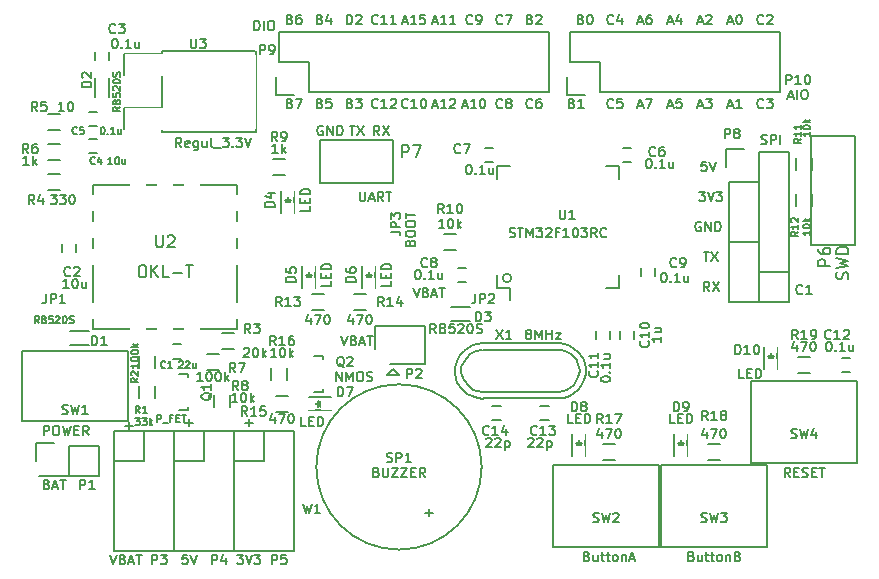
<source format=gto>
G04 #@! TF.FileFunction,Legend,Top*
%FSLAX46Y46*%
G04 Gerber Fmt 4.6, Leading zero omitted, Abs format (unit mm)*
G04 Created by KiCad (PCBNEW 4.0.2-4+6225~38~ubuntu14.04.1-stable) date 2016年05月02日 21時32分02秒*
%MOMM*%
G01*
G04 APERTURE LIST*
%ADD10C,0.101600*%
%ADD11C,0.152400*%
%ADD12C,0.150000*%
%ADD13R,1.000000X0.950000*%
%ADD14R,0.950000X1.000000*%
%ADD15R,0.800000X0.900000*%
%ADD16R,0.900000X0.800000*%
%ADD17R,0.997560X0.997560*%
%ADD18R,1.000100X1.000100*%
%ADD19R,1.100000X0.700000*%
%ADD20R,0.700000X1.100000*%
%ADD21C,1.701140*%
%ADD22R,3.248000X1.851000*%
%ADD23R,6.296000X6.296000*%
%ADD24R,1.000000X1.000000*%
%ADD25O,1.000000X1.000000*%
%ADD26R,1.724000X1.724000*%
%ADD27C,1.724000*%
%ADD28C,2.000000*%
%ADD29C,2.198980*%
%ADD30R,1.927200X1.927200*%
%ADD31O,1.927200X1.927200*%
%ADD32R,0.450000X1.200000*%
%ADD33R,1.200000X0.450000*%
%ADD34R,3.200000X1.400000*%
%ADD35R,1.830000X1.400000*%
%ADD36R,4.270000X1.970000*%
%ADD37R,1.400000X1.830000*%
%ADD38R,1.970000X4.270000*%
%ADD39R,1.700000X1.400000*%
%ADD40R,1.200000X1.200000*%
%ADD41R,1.400000X3.200000*%
%ADD42C,5.900000*%
%ADD43C,1.400000*%
%ADD44R,0.835000X0.835000*%
G04 APERTURE END LIST*
D10*
D11*
X78352667Y-58273905D02*
X78086000Y-57892952D01*
X77895524Y-58273905D02*
X77895524Y-57473905D01*
X78200286Y-57473905D01*
X78276477Y-57512000D01*
X78314572Y-57550095D01*
X78352667Y-57626286D01*
X78352667Y-57740571D01*
X78314572Y-57816762D01*
X78276477Y-57854857D01*
X78200286Y-57892952D01*
X77895524Y-57892952D01*
X78619334Y-57473905D02*
X79152667Y-58273905D01*
X79152667Y-57473905D02*
X78619334Y-58273905D01*
X75844476Y-57473905D02*
X76301619Y-57473905D01*
X76073048Y-58273905D02*
X76073048Y-57473905D01*
X76492096Y-57473905D02*
X77025429Y-58273905D01*
X77025429Y-57473905D02*
X76492096Y-58273905D01*
X73558477Y-57512000D02*
X73482286Y-57473905D01*
X73368001Y-57473905D01*
X73253715Y-57512000D01*
X73177524Y-57588190D01*
X73139429Y-57664381D01*
X73101334Y-57816762D01*
X73101334Y-57931048D01*
X73139429Y-58083429D01*
X73177524Y-58159619D01*
X73253715Y-58235810D01*
X73368001Y-58273905D01*
X73444191Y-58273905D01*
X73558477Y-58235810D01*
X73596572Y-58197714D01*
X73596572Y-57931048D01*
X73444191Y-57931048D01*
X73939429Y-58273905D02*
X73939429Y-57473905D01*
X74396572Y-58273905D01*
X74396572Y-57473905D01*
X74777524Y-58273905D02*
X74777524Y-57473905D01*
X74968000Y-57473905D01*
X75082286Y-57512000D01*
X75158477Y-57588190D01*
X75196572Y-57664381D01*
X75234667Y-57816762D01*
X75234667Y-57931048D01*
X75196572Y-58083429D01*
X75158477Y-58159619D01*
X75082286Y-58235810D01*
X74968000Y-58273905D01*
X74777524Y-58273905D01*
D12*
X61564000Y-77181000D02*
X60864000Y-77181000D01*
X60864000Y-75981000D02*
X61564000Y-75981000D01*
X54264000Y-51912000D02*
X54264000Y-51212000D01*
X55464000Y-51212000D02*
X55464000Y-51912000D01*
X54452000Y-57496000D02*
X53752000Y-57496000D01*
X53752000Y-56296000D02*
X54452000Y-56296000D01*
X98964000Y-59344000D02*
X99664000Y-59344000D01*
X99664000Y-60544000D02*
X98964000Y-60544000D01*
X87980000Y-60544000D02*
X87280000Y-60544000D01*
X87280000Y-59344000D02*
X87980000Y-59344000D01*
X85694000Y-70704000D02*
X84994000Y-70704000D01*
X84994000Y-69504000D02*
X85694000Y-69504000D01*
X101692000Y-69500000D02*
X101692000Y-70200000D01*
X100492000Y-70200000D02*
X100492000Y-69500000D01*
X99914000Y-74834000D02*
X99914000Y-75534000D01*
X98714000Y-75534000D02*
X98714000Y-74834000D01*
X97882000Y-74834000D02*
X97882000Y-75534000D01*
X96682000Y-75534000D02*
X96682000Y-74834000D01*
X117506000Y-77124000D02*
X118206000Y-77124000D01*
X118206000Y-78324000D02*
X117506000Y-78324000D01*
X91979000Y-81188000D02*
X92679000Y-81188000D01*
X92679000Y-82388000D02*
X91979000Y-82388000D01*
X88615000Y-82388000D02*
X87915000Y-82388000D01*
X87915000Y-81188000D02*
X88615000Y-81188000D01*
X52178000Y-76038000D02*
X53728000Y-76038000D01*
X52178000Y-74838000D02*
X53728000Y-74838000D01*
X55464000Y-55010000D02*
X55464000Y-53460000D01*
X54264000Y-55010000D02*
X54264000Y-53460000D01*
X71162000Y-64854000D02*
X71162000Y-62954000D01*
X70062000Y-64854000D02*
X70062000Y-62954000D01*
X70612000Y-63954000D02*
X70612000Y-63504000D01*
X70362000Y-64004000D02*
X70862000Y-64004000D01*
X70612000Y-64004000D02*
X70362000Y-63754000D01*
X70362000Y-63754000D02*
X70862000Y-63754000D01*
X70862000Y-63754000D02*
X70612000Y-64004000D01*
X72940000Y-71204000D02*
X72940000Y-69304000D01*
X71840000Y-71204000D02*
X71840000Y-69304000D01*
X72390000Y-70304000D02*
X72390000Y-69854000D01*
X72140000Y-70354000D02*
X72640000Y-70354000D01*
X72390000Y-70354000D02*
X72140000Y-70104000D01*
X72140000Y-70104000D02*
X72640000Y-70104000D01*
X72640000Y-70104000D02*
X72390000Y-70354000D01*
X78020000Y-71204000D02*
X78020000Y-69304000D01*
X76920000Y-71204000D02*
X76920000Y-69304000D01*
X77470000Y-70304000D02*
X77470000Y-69854000D01*
X77220000Y-70354000D02*
X77720000Y-70354000D01*
X77470000Y-70354000D02*
X77220000Y-70104000D01*
X77220000Y-70104000D02*
X77720000Y-70104000D01*
X77720000Y-70104000D02*
X77470000Y-70354000D01*
X74252000Y-80476000D02*
X72352000Y-80476000D01*
X74252000Y-81576000D02*
X72352000Y-81576000D01*
X73352000Y-81026000D02*
X72902000Y-81026000D01*
X73402000Y-81276000D02*
X73402000Y-80776000D01*
X73402000Y-81026000D02*
X73152000Y-81276000D01*
X73152000Y-81276000D02*
X73152000Y-80776000D01*
X73152000Y-80776000D02*
X73402000Y-81026000D01*
X95800000Y-85428000D02*
X95800000Y-83528000D01*
X94700000Y-85428000D02*
X94700000Y-83528000D01*
X95250000Y-84528000D02*
X95250000Y-84078000D01*
X95000000Y-84578000D02*
X95500000Y-84578000D01*
X95250000Y-84578000D02*
X95000000Y-84328000D01*
X95000000Y-84328000D02*
X95500000Y-84328000D01*
X95500000Y-84328000D02*
X95250000Y-84578000D01*
X104436000Y-85428000D02*
X104436000Y-83528000D01*
X103336000Y-85428000D02*
X103336000Y-83528000D01*
X103886000Y-84528000D02*
X103886000Y-84078000D01*
X103636000Y-84578000D02*
X104136000Y-84578000D01*
X103886000Y-84578000D02*
X103636000Y-84328000D01*
X103636000Y-84328000D02*
X104136000Y-84328000D01*
X104136000Y-84328000D02*
X103886000Y-84578000D01*
X62118240Y-81309160D02*
X62118240Y-81260900D01*
X61417200Y-78510180D02*
X62118240Y-78510180D01*
X62118240Y-78510180D02*
X62118240Y-78759100D01*
X62118240Y-81309160D02*
X62118240Y-81509820D01*
X62118240Y-81509820D02*
X61417200Y-81509820D01*
X73548240Y-79785160D02*
X73548240Y-79736900D01*
X72847200Y-76986180D02*
X73548240Y-76986180D01*
X73548240Y-76986180D02*
X73548240Y-77235100D01*
X73548240Y-79785160D02*
X73548240Y-79985820D01*
X73548240Y-79985820D02*
X72847200Y-79985820D01*
X57999000Y-80510000D02*
X57999000Y-79510000D01*
X59349000Y-79510000D02*
X59349000Y-80510000D01*
X57999000Y-77970000D02*
X57999000Y-76970000D01*
X59349000Y-76970000D02*
X59349000Y-77970000D01*
X66032000Y-76367000D02*
X65032000Y-76367000D01*
X65032000Y-75017000D02*
X66032000Y-75017000D01*
X50300000Y-61555000D02*
X51300000Y-61555000D01*
X51300000Y-62905000D02*
X50300000Y-62905000D01*
X51300000Y-60365000D02*
X50300000Y-60365000D01*
X50300000Y-59015000D02*
X51300000Y-59015000D01*
X50300000Y-56475000D02*
X51300000Y-56475000D01*
X51300000Y-57825000D02*
X50300000Y-57825000D01*
X64762000Y-78145000D02*
X63762000Y-78145000D01*
X63762000Y-76795000D02*
X64762000Y-76795000D01*
X64349000Y-81272000D02*
X64349000Y-80272000D01*
X65699000Y-80272000D02*
X65699000Y-81272000D01*
X70350000Y-61635000D02*
X69350000Y-61635000D01*
X69350000Y-60285000D02*
X70350000Y-60285000D01*
X84828000Y-67985000D02*
X83828000Y-67985000D01*
X83828000Y-66635000D02*
X84828000Y-66635000D01*
X114975000Y-60206000D02*
X114975000Y-61206000D01*
X113625000Y-61206000D02*
X113625000Y-60206000D01*
X113625000Y-64254000D02*
X113625000Y-63254000D01*
X114975000Y-63254000D02*
X114975000Y-64254000D01*
X73652000Y-73065000D02*
X72652000Y-73065000D01*
X72652000Y-71715000D02*
X73652000Y-71715000D01*
X76208000Y-71715000D02*
X77208000Y-71715000D01*
X77208000Y-73065000D02*
X76208000Y-73065000D01*
X70604000Y-81701000D02*
X69604000Y-81701000D01*
X69604000Y-80351000D02*
X70604000Y-80351000D01*
X69175000Y-78986000D02*
X69175000Y-77986000D01*
X70525000Y-77986000D02*
X70525000Y-78986000D01*
X98290000Y-85765000D02*
X97290000Y-85765000D01*
X97290000Y-84415000D02*
X98290000Y-84415000D01*
X107180000Y-85765000D02*
X106180000Y-85765000D01*
X106180000Y-84415000D02*
X107180000Y-84415000D01*
X114800000Y-78399000D02*
X113800000Y-78399000D01*
X113800000Y-77049000D02*
X114800000Y-77049000D01*
X94996000Y-77231240D02*
X95196660Y-77632560D01*
X95196660Y-77632560D02*
X95298260Y-78232000D01*
X95298260Y-78232000D02*
X95196660Y-78732380D01*
X95196660Y-78732380D02*
X94797880Y-79430880D01*
X94797880Y-79430880D02*
X94195900Y-79832200D01*
X94195900Y-79832200D02*
X93596460Y-80032860D01*
X93596460Y-80032860D02*
X86997540Y-80032860D01*
X86997540Y-80032860D02*
X86296500Y-79832200D01*
X86296500Y-79832200D02*
X85897720Y-79532480D01*
X85897720Y-79532480D02*
X85496400Y-79032100D01*
X85496400Y-79032100D02*
X85295740Y-78432660D01*
X85295740Y-78432660D02*
X85295740Y-77932280D01*
X85295740Y-77932280D02*
X85496400Y-77431900D01*
X85496400Y-77431900D02*
X85996780Y-76832460D01*
X85996780Y-76832460D02*
X86497160Y-76532740D01*
X86497160Y-76532740D02*
X86997540Y-76431140D01*
X87096600Y-76431140D02*
X93698060Y-76431140D01*
X93698060Y-76431140D02*
X94096840Y-76532740D01*
X94096840Y-76532740D02*
X94597220Y-76832460D01*
X94597220Y-76832460D02*
X95097600Y-77332840D01*
X87106760Y-75902820D02*
X86647020Y-75951080D01*
X86647020Y-75951080D02*
X86248240Y-76062840D01*
X86248240Y-76062840D02*
X85816440Y-76281280D01*
X85816440Y-76281280D02*
X85526880Y-76512420D01*
X85526880Y-76512420D02*
X85196680Y-76862940D01*
X85196680Y-76862940D02*
X84907120Y-77401420D01*
X84907120Y-77401420D02*
X84777580Y-78000860D01*
X84777580Y-78000860D02*
X84777580Y-78511400D01*
X84777580Y-78511400D02*
X84947760Y-79212440D01*
X84947760Y-79212440D02*
X85346540Y-79801720D01*
X85346540Y-79801720D02*
X85806280Y-80172560D01*
X85806280Y-80172560D02*
X86227920Y-80380840D01*
X86227920Y-80380840D02*
X86677500Y-80540860D01*
X86677500Y-80540860D02*
X87116920Y-80571340D01*
X94457520Y-80352900D02*
X94835980Y-80131920D01*
X94835980Y-80131920D02*
X95156020Y-79852520D01*
X95156020Y-79852520D02*
X95407480Y-79522320D01*
X95407480Y-79522320D02*
X95707200Y-78971140D01*
X95707200Y-78971140D02*
X95816420Y-78501240D01*
X95816420Y-78501240D02*
X95836740Y-78041500D01*
X95836740Y-78041500D02*
X95747840Y-77581760D01*
X95747840Y-77581760D02*
X95557340Y-77132180D01*
X95557340Y-77132180D02*
X95196660Y-76662280D01*
X95196660Y-76662280D02*
X94846140Y-76342240D01*
X94846140Y-76342240D02*
X94457520Y-76111100D01*
X94457520Y-76111100D02*
X94028260Y-75971400D01*
X94028260Y-75971400D02*
X93586300Y-75902820D01*
X87096600Y-80561180D02*
X93548200Y-80561180D01*
X93548200Y-80561180D02*
X93967300Y-80523080D01*
X93967300Y-80523080D02*
X94457520Y-80352900D01*
X87096600Y-75902820D02*
X93548200Y-75902820D01*
X59944000Y-56007000D02*
X56769000Y-56007000D01*
X56769000Y-56007000D02*
X56769000Y-57785000D01*
X56769000Y-57785000D02*
X59944000Y-57785000D01*
X59944000Y-51435000D02*
X56769000Y-51435000D01*
X56769000Y-51435000D02*
X56769000Y-53213000D01*
X56769000Y-53213000D02*
X59944000Y-53213000D01*
X66040000Y-58039000D02*
X59944000Y-58039000D01*
X59944000Y-58039000D02*
X59944000Y-51181000D01*
X59944000Y-51181000D02*
X67818000Y-51181000D01*
X67945000Y-51181000D02*
X67945000Y-58039000D01*
X67818000Y-58039000D02*
X66040000Y-58039000D01*
X78002000Y-76334000D02*
X78002000Y-74404000D01*
X78002000Y-74404000D02*
X82252000Y-74404000D01*
X82252000Y-74404000D02*
X82252000Y-77604000D01*
X82252000Y-77604000D02*
X79272000Y-77604000D01*
X79502000Y-78104000D02*
X80002000Y-78604000D01*
X80002000Y-78604000D02*
X79002000Y-78604000D01*
X79002000Y-78604000D02*
X79502000Y-78104000D01*
X51470000Y-68168000D02*
X51470000Y-67468000D01*
X52670000Y-67468000D02*
X52670000Y-68168000D01*
X54452000Y-59782000D02*
X53752000Y-59782000D01*
X53752000Y-58582000D02*
X54452000Y-58582000D01*
D11*
X87010000Y-86360000D02*
G75*
G03X87010000Y-86360000I-7000000J0D01*
G01*
X48078000Y-82502000D02*
X48078000Y-76502000D01*
X57078000Y-82502000D02*
X48078000Y-82502000D01*
X57078000Y-76502000D02*
X57078000Y-82502000D01*
X48078000Y-76502000D02*
X57078000Y-76502000D01*
X93036000Y-86162000D02*
X93036000Y-93162000D01*
X102036000Y-86162000D02*
X93036000Y-86162000D01*
X102036000Y-93162000D02*
X102036000Y-86162000D01*
X93036000Y-93162000D02*
X102036000Y-93162000D01*
X102180000Y-86162000D02*
X102180000Y-93162000D01*
X111180000Y-86162000D02*
X102180000Y-86162000D01*
X111180000Y-93162000D02*
X111180000Y-86162000D01*
X102180000Y-93162000D02*
X111180000Y-93162000D01*
X109800000Y-79050000D02*
X109800000Y-86050000D01*
X118800000Y-79050000D02*
X109800000Y-79050000D01*
X118800000Y-86050000D02*
X118800000Y-79050000D01*
X109800000Y-86050000D02*
X118800000Y-86050000D01*
D12*
X112056000Y-78062000D02*
X112056000Y-76162000D01*
X110956000Y-78062000D02*
X110956000Y-76162000D01*
X111506000Y-77162000D02*
X111506000Y-76712000D01*
X111256000Y-77212000D02*
X111756000Y-77212000D01*
X111506000Y-77212000D02*
X111256000Y-76962000D01*
X111256000Y-76962000D02*
X111756000Y-76962000D01*
X111756000Y-76962000D02*
X111506000Y-77212000D01*
X84436000Y-74006000D02*
X85986000Y-74006000D01*
X84436000Y-72806000D02*
X85986000Y-72806000D01*
D11*
X110490000Y-62230000D02*
X110490000Y-72390000D01*
X107950000Y-67310000D02*
X110490000Y-67310000D01*
X110490000Y-69850000D02*
X113030000Y-69850000D01*
D12*
X113030000Y-59690000D02*
X113030000Y-72390000D01*
X113030000Y-72390000D02*
X107950000Y-72390000D01*
X107950000Y-72390000D02*
X107950000Y-62230000D01*
X113030000Y-59690000D02*
X110490000Y-59690000D01*
X109220000Y-59410000D02*
X107670000Y-59410000D01*
X110490000Y-59690000D02*
X110490000Y-62230000D01*
X110490000Y-62230000D02*
X107950000Y-62230000D01*
X107670000Y-59410000D02*
X107670000Y-60960000D01*
D11*
X89513210Y-70358000D02*
G75*
G03X89513210Y-70358000I-359210J0D01*
G01*
D12*
X88297000Y-71215000D02*
X89372000Y-71215000D01*
X88297000Y-60865000D02*
X89372000Y-60865000D01*
X98647000Y-60865000D02*
X97572000Y-60865000D01*
X98647000Y-71215000D02*
X97572000Y-71215000D01*
X88297000Y-71215000D02*
X88297000Y-70140000D01*
X98647000Y-71215000D02*
X98647000Y-70140000D01*
X98647000Y-60865000D02*
X98647000Y-61940000D01*
X88297000Y-60865000D02*
X88297000Y-61940000D01*
X89372000Y-71215000D02*
X89372000Y-72240000D01*
D11*
X55880000Y-85852000D02*
X55880000Y-83312000D01*
X55880000Y-83312000D02*
X58420000Y-83312000D01*
D12*
X55880000Y-85852000D02*
X55880000Y-93472000D01*
X55880000Y-93472000D02*
X60960000Y-93472000D01*
X60960000Y-93472000D02*
X60960000Y-83312000D01*
X60960000Y-83312000D02*
X58420000Y-83312000D01*
X58420000Y-83312000D02*
X58420000Y-85852000D01*
X58420000Y-85852000D02*
X55880000Y-85852000D01*
D11*
X60960000Y-85852000D02*
X60960000Y-83312000D01*
X60960000Y-83312000D02*
X63500000Y-83312000D01*
D12*
X60960000Y-85852000D02*
X60960000Y-93472000D01*
X60960000Y-93472000D02*
X66040000Y-93472000D01*
X66040000Y-93472000D02*
X66040000Y-83312000D01*
X66040000Y-83312000D02*
X63500000Y-83312000D01*
X63500000Y-83312000D02*
X63500000Y-85852000D01*
X63500000Y-85852000D02*
X60960000Y-85852000D01*
D11*
X66040000Y-85852000D02*
X66040000Y-83312000D01*
X66040000Y-83312000D02*
X68580000Y-83312000D01*
D12*
X66040000Y-85852000D02*
X66040000Y-93472000D01*
X66040000Y-93472000D02*
X71120000Y-93472000D01*
X71120000Y-93472000D02*
X71120000Y-83312000D01*
X71120000Y-83312000D02*
X68580000Y-83312000D01*
X68580000Y-83312000D02*
X68580000Y-85852000D01*
X68580000Y-85852000D02*
X66040000Y-85852000D01*
X92710000Y-49530000D02*
X69850000Y-49530000D01*
X72390000Y-54610000D02*
X92710000Y-54610000D01*
X92710000Y-49530000D02*
X92710000Y-54610000D01*
X69850000Y-49530000D02*
X69850000Y-52070000D01*
X69570000Y-53340000D02*
X69570000Y-54890000D01*
X69850000Y-52070000D02*
X72390000Y-52070000D01*
X72390000Y-52070000D02*
X72390000Y-54610000D01*
X69570000Y-54890000D02*
X71120000Y-54890000D01*
X112268000Y-49530000D02*
X94488000Y-49530000D01*
X97028000Y-54610000D02*
X112268000Y-54610000D01*
X112268000Y-49530000D02*
X112268000Y-54610000D01*
X94488000Y-49530000D02*
X94488000Y-52070000D01*
X94208000Y-53340000D02*
X94208000Y-54890000D01*
X94488000Y-52070000D02*
X97028000Y-52070000D01*
X97028000Y-52070000D02*
X97028000Y-54610000D01*
X94208000Y-54890000D02*
X95758000Y-54890000D01*
X49250000Y-85852000D02*
X49250000Y-84302000D01*
X50800000Y-84302000D02*
X49250000Y-84302000D01*
X49530000Y-87122000D02*
X52070000Y-87122000D01*
X54610000Y-84582000D02*
X52070000Y-84582000D01*
X52070000Y-84582000D02*
X52070000Y-87122000D01*
X52070000Y-87122000D02*
X54610000Y-87122000D01*
X54610000Y-87122000D02*
X54610000Y-84582000D01*
X66298000Y-62480000D02*
X66298000Y-74680000D01*
X66298000Y-74680000D02*
X54098000Y-74680000D01*
D11*
X54098000Y-74680000D02*
X54098000Y-62480000D01*
X54098000Y-62480000D02*
X66298000Y-62480000D01*
X118632000Y-58344000D02*
X114932000Y-58344000D01*
X114932000Y-58344000D02*
X114932000Y-67544000D01*
X118632000Y-67544000D02*
X114932000Y-67544000D01*
X118632000Y-58344000D02*
X118632000Y-67544000D01*
X73330000Y-58660000D02*
X73330000Y-62360000D01*
X73330000Y-62360000D02*
X79530000Y-62360000D01*
X79530000Y-58660000D02*
X79530000Y-62360000D01*
X73330000Y-58660000D02*
X79530000Y-58660000D01*
X60223401Y-77941714D02*
X60194372Y-77970743D01*
X60107286Y-77999771D01*
X60049229Y-77999771D01*
X59962144Y-77970743D01*
X59904086Y-77912686D01*
X59875058Y-77854629D01*
X59846029Y-77738514D01*
X59846029Y-77651429D01*
X59875058Y-77535314D01*
X59904086Y-77477257D01*
X59962144Y-77419200D01*
X60049229Y-77390171D01*
X60107286Y-77390171D01*
X60194372Y-77419200D01*
X60223401Y-77448229D01*
X60803972Y-77999771D02*
X60455629Y-77999771D01*
X60629801Y-77999771D02*
X60629801Y-77390171D01*
X60571744Y-77477257D01*
X60513686Y-77535314D01*
X60455629Y-77564343D01*
X61362772Y-77448229D02*
X61391801Y-77419200D01*
X61449858Y-77390171D01*
X61595001Y-77390171D01*
X61653058Y-77419200D01*
X61682087Y-77448229D01*
X61711115Y-77506286D01*
X61711115Y-77564343D01*
X61682087Y-77651429D01*
X61333744Y-77999771D01*
X61711115Y-77999771D01*
X61943343Y-77448229D02*
X61972372Y-77419200D01*
X62030429Y-77390171D01*
X62175572Y-77390171D01*
X62233629Y-77419200D01*
X62262658Y-77448229D01*
X62291686Y-77506286D01*
X62291686Y-77564343D01*
X62262658Y-77651429D01*
X61914315Y-77999771D01*
X62291686Y-77999771D01*
X62814200Y-77593371D02*
X62814200Y-77999771D01*
X62552943Y-77593371D02*
X62552943Y-77912686D01*
X62581971Y-77970743D01*
X62640029Y-77999771D01*
X62727114Y-77999771D01*
X62785171Y-77970743D01*
X62814200Y-77941714D01*
X55998534Y-49566286D02*
X55959829Y-49604990D01*
X55843715Y-49643695D01*
X55766305Y-49643695D01*
X55650191Y-49604990D01*
X55572782Y-49527581D01*
X55534077Y-49450171D01*
X55495372Y-49295352D01*
X55495372Y-49179238D01*
X55534077Y-49024419D01*
X55572782Y-48947010D01*
X55650191Y-48869600D01*
X55766305Y-48830895D01*
X55843715Y-48830895D01*
X55959829Y-48869600D01*
X55998534Y-48908305D01*
X56269467Y-48830895D02*
X56772629Y-48830895D01*
X56501696Y-49140533D01*
X56617810Y-49140533D01*
X56695220Y-49179238D01*
X56733924Y-49217943D01*
X56772629Y-49295352D01*
X56772629Y-49488876D01*
X56733924Y-49566286D01*
X56695220Y-49604990D01*
X56617810Y-49643695D01*
X56385582Y-49643695D01*
X56308172Y-49604990D01*
X56269467Y-49566286D01*
X55909029Y-50100895D02*
X55986438Y-50100895D01*
X56063848Y-50139600D01*
X56102553Y-50178305D01*
X56141257Y-50255714D01*
X56179962Y-50410533D01*
X56179962Y-50604057D01*
X56141257Y-50758876D01*
X56102553Y-50836286D01*
X56063848Y-50874990D01*
X55986438Y-50913695D01*
X55909029Y-50913695D01*
X55831619Y-50874990D01*
X55792915Y-50836286D01*
X55754210Y-50758876D01*
X55715505Y-50604057D01*
X55715505Y-50410533D01*
X55754210Y-50255714D01*
X55792915Y-50178305D01*
X55831619Y-50139600D01*
X55909029Y-50100895D01*
X56528305Y-50836286D02*
X56567010Y-50874990D01*
X56528305Y-50913695D01*
X56489600Y-50874990D01*
X56528305Y-50836286D01*
X56528305Y-50913695D01*
X57341105Y-50913695D02*
X56876648Y-50913695D01*
X57108877Y-50913695D02*
X57108877Y-50100895D01*
X57031467Y-50217010D01*
X56954058Y-50294419D01*
X56876648Y-50333124D01*
X58037791Y-50371829D02*
X58037791Y-50913695D01*
X57689448Y-50371829D02*
X57689448Y-50797581D01*
X57728153Y-50874990D01*
X57805562Y-50913695D01*
X57921676Y-50913695D01*
X57999086Y-50874990D01*
X58037791Y-50836286D01*
X52730401Y-58129714D02*
X52701372Y-58158743D01*
X52614286Y-58187771D01*
X52556229Y-58187771D01*
X52469144Y-58158743D01*
X52411086Y-58100686D01*
X52382058Y-58042629D01*
X52353029Y-57926514D01*
X52353029Y-57839429D01*
X52382058Y-57723314D01*
X52411086Y-57665257D01*
X52469144Y-57607200D01*
X52556229Y-57578171D01*
X52614286Y-57578171D01*
X52701372Y-57607200D01*
X52730401Y-57636229D01*
X53281944Y-57578171D02*
X52991658Y-57578171D01*
X52962629Y-57868457D01*
X52991658Y-57839429D01*
X53049715Y-57810400D01*
X53194858Y-57810400D01*
X53252915Y-57839429D01*
X53281944Y-57868457D01*
X53310972Y-57926514D01*
X53310972Y-58071657D01*
X53281944Y-58129714D01*
X53252915Y-58158743D01*
X53194858Y-58187771D01*
X53049715Y-58187771D01*
X52991658Y-58158743D01*
X52962629Y-58129714D01*
X54885772Y-57578171D02*
X54943829Y-57578171D01*
X55001886Y-57607200D01*
X55030915Y-57636229D01*
X55059944Y-57694286D01*
X55088972Y-57810400D01*
X55088972Y-57955543D01*
X55059944Y-58071657D01*
X55030915Y-58129714D01*
X55001886Y-58158743D01*
X54943829Y-58187771D01*
X54885772Y-58187771D01*
X54827715Y-58158743D01*
X54798686Y-58129714D01*
X54769658Y-58071657D01*
X54740629Y-57955543D01*
X54740629Y-57810400D01*
X54769658Y-57694286D01*
X54798686Y-57636229D01*
X54827715Y-57607200D01*
X54885772Y-57578171D01*
X55350229Y-58129714D02*
X55379257Y-58158743D01*
X55350229Y-58187771D01*
X55321200Y-58158743D01*
X55350229Y-58129714D01*
X55350229Y-58187771D01*
X55959829Y-58187771D02*
X55611486Y-58187771D01*
X55785658Y-58187771D02*
X55785658Y-57578171D01*
X55727601Y-57665257D01*
X55669543Y-57723314D01*
X55611486Y-57752343D01*
X56482343Y-57781371D02*
X56482343Y-58187771D01*
X56221086Y-57781371D02*
X56221086Y-58100686D01*
X56250114Y-58158743D01*
X56308172Y-58187771D01*
X56395257Y-58187771D01*
X56453314Y-58158743D01*
X56482343Y-58129714D01*
X101718534Y-59980286D02*
X101679829Y-60018990D01*
X101563715Y-60057695D01*
X101486305Y-60057695D01*
X101370191Y-60018990D01*
X101292782Y-59941581D01*
X101254077Y-59864171D01*
X101215372Y-59709352D01*
X101215372Y-59593238D01*
X101254077Y-59438419D01*
X101292782Y-59361010D01*
X101370191Y-59283600D01*
X101486305Y-59244895D01*
X101563715Y-59244895D01*
X101679829Y-59283600D01*
X101718534Y-59322305D01*
X102415220Y-59244895D02*
X102260401Y-59244895D01*
X102182991Y-59283600D01*
X102144286Y-59322305D01*
X102066877Y-59438419D01*
X102028172Y-59593238D01*
X102028172Y-59902876D01*
X102066877Y-59980286D01*
X102105582Y-60018990D01*
X102182991Y-60057695D01*
X102337810Y-60057695D01*
X102415220Y-60018990D01*
X102453924Y-59980286D01*
X102492629Y-59902876D01*
X102492629Y-59709352D01*
X102453924Y-59631943D01*
X102415220Y-59593238D01*
X102337810Y-59554533D01*
X102182991Y-59554533D01*
X102105582Y-59593238D01*
X102066877Y-59631943D01*
X102028172Y-59709352D01*
X101121029Y-60260895D02*
X101198438Y-60260895D01*
X101275848Y-60299600D01*
X101314553Y-60338305D01*
X101353257Y-60415714D01*
X101391962Y-60570533D01*
X101391962Y-60764057D01*
X101353257Y-60918876D01*
X101314553Y-60996286D01*
X101275848Y-61034990D01*
X101198438Y-61073695D01*
X101121029Y-61073695D01*
X101043619Y-61034990D01*
X101004915Y-60996286D01*
X100966210Y-60918876D01*
X100927505Y-60764057D01*
X100927505Y-60570533D01*
X100966210Y-60415714D01*
X101004915Y-60338305D01*
X101043619Y-60299600D01*
X101121029Y-60260895D01*
X101740305Y-60996286D02*
X101779010Y-61034990D01*
X101740305Y-61073695D01*
X101701600Y-61034990D01*
X101740305Y-60996286D01*
X101740305Y-61073695D01*
X102553105Y-61073695D02*
X102088648Y-61073695D01*
X102320877Y-61073695D02*
X102320877Y-60260895D01*
X102243467Y-60377010D01*
X102166058Y-60454419D01*
X102088648Y-60493124D01*
X103249791Y-60531829D02*
X103249791Y-61073695D01*
X102901448Y-60531829D02*
X102901448Y-60957581D01*
X102940153Y-61034990D01*
X103017562Y-61073695D01*
X103133676Y-61073695D01*
X103211086Y-61034990D01*
X103249791Y-60996286D01*
X85208534Y-59726286D02*
X85169829Y-59764990D01*
X85053715Y-59803695D01*
X84976305Y-59803695D01*
X84860191Y-59764990D01*
X84782782Y-59687581D01*
X84744077Y-59610171D01*
X84705372Y-59455352D01*
X84705372Y-59339238D01*
X84744077Y-59184419D01*
X84782782Y-59107010D01*
X84860191Y-59029600D01*
X84976305Y-58990895D01*
X85053715Y-58990895D01*
X85169829Y-59029600D01*
X85208534Y-59068305D01*
X85479467Y-58990895D02*
X86021334Y-58990895D01*
X85672991Y-59803695D01*
X85881029Y-60768895D02*
X85958438Y-60768895D01*
X86035848Y-60807600D01*
X86074553Y-60846305D01*
X86113257Y-60923714D01*
X86151962Y-61078533D01*
X86151962Y-61272057D01*
X86113257Y-61426876D01*
X86074553Y-61504286D01*
X86035848Y-61542990D01*
X85958438Y-61581695D01*
X85881029Y-61581695D01*
X85803619Y-61542990D01*
X85764915Y-61504286D01*
X85726210Y-61426876D01*
X85687505Y-61272057D01*
X85687505Y-61078533D01*
X85726210Y-60923714D01*
X85764915Y-60846305D01*
X85803619Y-60807600D01*
X85881029Y-60768895D01*
X86500305Y-61504286D02*
X86539010Y-61542990D01*
X86500305Y-61581695D01*
X86461600Y-61542990D01*
X86500305Y-61504286D01*
X86500305Y-61581695D01*
X87313105Y-61581695D02*
X86848648Y-61581695D01*
X87080877Y-61581695D02*
X87080877Y-60768895D01*
X87003467Y-60885010D01*
X86926058Y-60962419D01*
X86848648Y-61001124D01*
X88009791Y-61039829D02*
X88009791Y-61581695D01*
X87661448Y-61039829D02*
X87661448Y-61465581D01*
X87700153Y-61542990D01*
X87777562Y-61581695D01*
X87893676Y-61581695D01*
X87971086Y-61542990D01*
X88009791Y-61504286D01*
X82414534Y-69378286D02*
X82375829Y-69416990D01*
X82259715Y-69455695D01*
X82182305Y-69455695D01*
X82066191Y-69416990D01*
X81988782Y-69339581D01*
X81950077Y-69262171D01*
X81911372Y-69107352D01*
X81911372Y-68991238D01*
X81950077Y-68836419D01*
X81988782Y-68759010D01*
X82066191Y-68681600D01*
X82182305Y-68642895D01*
X82259715Y-68642895D01*
X82375829Y-68681600D01*
X82414534Y-68720305D01*
X82878991Y-68991238D02*
X82801582Y-68952533D01*
X82762877Y-68913829D01*
X82724172Y-68836419D01*
X82724172Y-68797714D01*
X82762877Y-68720305D01*
X82801582Y-68681600D01*
X82878991Y-68642895D01*
X83033810Y-68642895D01*
X83111220Y-68681600D01*
X83149924Y-68720305D01*
X83188629Y-68797714D01*
X83188629Y-68836419D01*
X83149924Y-68913829D01*
X83111220Y-68952533D01*
X83033810Y-68991238D01*
X82878991Y-68991238D01*
X82801582Y-69029943D01*
X82762877Y-69068648D01*
X82724172Y-69146057D01*
X82724172Y-69300876D01*
X82762877Y-69378286D01*
X82801582Y-69416990D01*
X82878991Y-69455695D01*
X83033810Y-69455695D01*
X83111220Y-69416990D01*
X83149924Y-69378286D01*
X83188629Y-69300876D01*
X83188629Y-69146057D01*
X83149924Y-69068648D01*
X83111220Y-69029943D01*
X83033810Y-68991238D01*
X81563029Y-69658895D02*
X81640438Y-69658895D01*
X81717848Y-69697600D01*
X81756553Y-69736305D01*
X81795257Y-69813714D01*
X81833962Y-69968533D01*
X81833962Y-70162057D01*
X81795257Y-70316876D01*
X81756553Y-70394286D01*
X81717848Y-70432990D01*
X81640438Y-70471695D01*
X81563029Y-70471695D01*
X81485619Y-70432990D01*
X81446915Y-70394286D01*
X81408210Y-70316876D01*
X81369505Y-70162057D01*
X81369505Y-69968533D01*
X81408210Y-69813714D01*
X81446915Y-69736305D01*
X81485619Y-69697600D01*
X81563029Y-69658895D01*
X82182305Y-70394286D02*
X82221010Y-70432990D01*
X82182305Y-70471695D01*
X82143600Y-70432990D01*
X82182305Y-70394286D01*
X82182305Y-70471695D01*
X82995105Y-70471695D02*
X82530648Y-70471695D01*
X82762877Y-70471695D02*
X82762877Y-69658895D01*
X82685467Y-69775010D01*
X82608058Y-69852419D01*
X82530648Y-69891124D01*
X83691791Y-69929829D02*
X83691791Y-70471695D01*
X83343448Y-69929829D02*
X83343448Y-70355581D01*
X83382153Y-70432990D01*
X83459562Y-70471695D01*
X83575676Y-70471695D01*
X83653086Y-70432990D01*
X83691791Y-70394286D01*
X103496534Y-69378286D02*
X103457829Y-69416990D01*
X103341715Y-69455695D01*
X103264305Y-69455695D01*
X103148191Y-69416990D01*
X103070782Y-69339581D01*
X103032077Y-69262171D01*
X102993372Y-69107352D01*
X102993372Y-68991238D01*
X103032077Y-68836419D01*
X103070782Y-68759010D01*
X103148191Y-68681600D01*
X103264305Y-68642895D01*
X103341715Y-68642895D01*
X103457829Y-68681600D01*
X103496534Y-68720305D01*
X103883582Y-69455695D02*
X104038401Y-69455695D01*
X104115810Y-69416990D01*
X104154515Y-69378286D01*
X104231924Y-69262171D01*
X104270629Y-69107352D01*
X104270629Y-68797714D01*
X104231924Y-68720305D01*
X104193220Y-68681600D01*
X104115810Y-68642895D01*
X103960991Y-68642895D01*
X103883582Y-68681600D01*
X103844877Y-68720305D01*
X103806172Y-68797714D01*
X103806172Y-68991238D01*
X103844877Y-69068648D01*
X103883582Y-69107352D01*
X103960991Y-69146057D01*
X104115810Y-69146057D01*
X104193220Y-69107352D01*
X104231924Y-69068648D01*
X104270629Y-68991238D01*
X102391029Y-69912895D02*
X102468438Y-69912895D01*
X102545848Y-69951600D01*
X102584553Y-69990305D01*
X102623257Y-70067714D01*
X102661962Y-70222533D01*
X102661962Y-70416057D01*
X102623257Y-70570876D01*
X102584553Y-70648286D01*
X102545848Y-70686990D01*
X102468438Y-70725695D01*
X102391029Y-70725695D01*
X102313619Y-70686990D01*
X102274915Y-70648286D01*
X102236210Y-70570876D01*
X102197505Y-70416057D01*
X102197505Y-70222533D01*
X102236210Y-70067714D01*
X102274915Y-69990305D01*
X102313619Y-69951600D01*
X102391029Y-69912895D01*
X103010305Y-70648286D02*
X103049010Y-70686990D01*
X103010305Y-70725695D01*
X102971600Y-70686990D01*
X103010305Y-70648286D01*
X103010305Y-70725695D01*
X103823105Y-70725695D02*
X103358648Y-70725695D01*
X103590877Y-70725695D02*
X103590877Y-69912895D01*
X103513467Y-70029010D01*
X103436058Y-70106419D01*
X103358648Y-70145124D01*
X104519791Y-70183829D02*
X104519791Y-70725695D01*
X104171448Y-70183829D02*
X104171448Y-70609581D01*
X104210153Y-70686990D01*
X104287562Y-70725695D01*
X104403676Y-70725695D01*
X104481086Y-70686990D01*
X104519791Y-70648286D01*
X101128286Y-75706514D02*
X101166990Y-75745219D01*
X101205695Y-75861333D01*
X101205695Y-75938743D01*
X101166990Y-76054857D01*
X101089581Y-76132266D01*
X101012171Y-76170971D01*
X100857352Y-76209676D01*
X100741238Y-76209676D01*
X100586419Y-76170971D01*
X100509010Y-76132266D01*
X100431600Y-76054857D01*
X100392895Y-75938743D01*
X100392895Y-75861333D01*
X100431600Y-75745219D01*
X100470305Y-75706514D01*
X101205695Y-74932419D02*
X101205695Y-75396876D01*
X101205695Y-75164647D02*
X100392895Y-75164647D01*
X100509010Y-75242057D01*
X100586419Y-75319466D01*
X100625124Y-75396876D01*
X100392895Y-74429257D02*
X100392895Y-74351848D01*
X100431600Y-74274438D01*
X100470305Y-74235733D01*
X100547714Y-74197029D01*
X100702533Y-74158324D01*
X100896057Y-74158324D01*
X101050876Y-74197029D01*
X101128286Y-74235733D01*
X101166990Y-74274438D01*
X101205695Y-74351848D01*
X101205695Y-74429257D01*
X101166990Y-74506667D01*
X101128286Y-74545371D01*
X101050876Y-74584076D01*
X100896057Y-74622781D01*
X100702533Y-74622781D01*
X100547714Y-74584076D01*
X100470305Y-74545371D01*
X100431600Y-74506667D01*
X100392895Y-74429257D01*
X102221695Y-75319466D02*
X102221695Y-75783923D01*
X102221695Y-75551694D02*
X101408895Y-75551694D01*
X101525010Y-75629104D01*
X101602419Y-75706513D01*
X101641124Y-75783923D01*
X101679829Y-74622780D02*
X102221695Y-74622780D01*
X101679829Y-74971123D02*
X102105581Y-74971123D01*
X102182990Y-74932418D01*
X102221695Y-74855009D01*
X102221695Y-74738895D01*
X102182990Y-74661485D01*
X102144286Y-74622780D01*
X96810286Y-78246514D02*
X96848990Y-78285219D01*
X96887695Y-78401333D01*
X96887695Y-78478743D01*
X96848990Y-78594857D01*
X96771581Y-78672266D01*
X96694171Y-78710971D01*
X96539352Y-78749676D01*
X96423238Y-78749676D01*
X96268419Y-78710971D01*
X96191010Y-78672266D01*
X96113600Y-78594857D01*
X96074895Y-78478743D01*
X96074895Y-78401333D01*
X96113600Y-78285219D01*
X96152305Y-78246514D01*
X96887695Y-77472419D02*
X96887695Y-77936876D01*
X96887695Y-77704647D02*
X96074895Y-77704647D01*
X96191010Y-77782057D01*
X96268419Y-77859466D01*
X96307124Y-77936876D01*
X96887695Y-76698324D02*
X96887695Y-77162781D01*
X96887695Y-76930552D02*
X96074895Y-76930552D01*
X96191010Y-77007962D01*
X96268419Y-77085371D01*
X96307124Y-77162781D01*
X97090895Y-78964971D02*
X97090895Y-78887562D01*
X97129600Y-78810152D01*
X97168305Y-78771447D01*
X97245714Y-78732743D01*
X97400533Y-78694038D01*
X97594057Y-78694038D01*
X97748876Y-78732743D01*
X97826286Y-78771447D01*
X97864990Y-78810152D01*
X97903695Y-78887562D01*
X97903695Y-78964971D01*
X97864990Y-79042381D01*
X97826286Y-79081085D01*
X97748876Y-79119790D01*
X97594057Y-79158495D01*
X97400533Y-79158495D01*
X97245714Y-79119790D01*
X97168305Y-79081085D01*
X97129600Y-79042381D01*
X97090895Y-78964971D01*
X97826286Y-78345695D02*
X97864990Y-78306990D01*
X97903695Y-78345695D01*
X97864990Y-78384400D01*
X97826286Y-78345695D01*
X97903695Y-78345695D01*
X97903695Y-77532895D02*
X97903695Y-77997352D01*
X97903695Y-77765123D02*
X97090895Y-77765123D01*
X97207010Y-77842533D01*
X97284419Y-77919942D01*
X97323124Y-77997352D01*
X97361829Y-76836209D02*
X97903695Y-76836209D01*
X97361829Y-77184552D02*
X97787581Y-77184552D01*
X97864990Y-77145847D01*
X97903695Y-77068438D01*
X97903695Y-76952324D01*
X97864990Y-76874914D01*
X97826286Y-76836209D01*
X116571486Y-75474286D02*
X116532781Y-75512990D01*
X116416667Y-75551695D01*
X116339257Y-75551695D01*
X116223143Y-75512990D01*
X116145734Y-75435581D01*
X116107029Y-75358171D01*
X116068324Y-75203352D01*
X116068324Y-75087238D01*
X116107029Y-74932419D01*
X116145734Y-74855010D01*
X116223143Y-74777600D01*
X116339257Y-74738895D01*
X116416667Y-74738895D01*
X116532781Y-74777600D01*
X116571486Y-74816305D01*
X117345581Y-75551695D02*
X116881124Y-75551695D01*
X117113353Y-75551695D02*
X117113353Y-74738895D01*
X117035943Y-74855010D01*
X116958534Y-74932419D01*
X116881124Y-74971124D01*
X117655219Y-74816305D02*
X117693924Y-74777600D01*
X117771333Y-74738895D01*
X117964857Y-74738895D01*
X118042267Y-74777600D01*
X118080971Y-74816305D01*
X118119676Y-74893714D01*
X118119676Y-74971124D01*
X118080971Y-75087238D01*
X117616514Y-75551695D01*
X118119676Y-75551695D01*
X116361029Y-75754895D02*
X116438438Y-75754895D01*
X116515848Y-75793600D01*
X116554553Y-75832305D01*
X116593257Y-75909714D01*
X116631962Y-76064533D01*
X116631962Y-76258057D01*
X116593257Y-76412876D01*
X116554553Y-76490286D01*
X116515848Y-76528990D01*
X116438438Y-76567695D01*
X116361029Y-76567695D01*
X116283619Y-76528990D01*
X116244915Y-76490286D01*
X116206210Y-76412876D01*
X116167505Y-76258057D01*
X116167505Y-76064533D01*
X116206210Y-75909714D01*
X116244915Y-75832305D01*
X116283619Y-75793600D01*
X116361029Y-75754895D01*
X116980305Y-76490286D02*
X117019010Y-76528990D01*
X116980305Y-76567695D01*
X116941600Y-76528990D01*
X116980305Y-76490286D01*
X116980305Y-76567695D01*
X117793105Y-76567695D02*
X117328648Y-76567695D01*
X117560877Y-76567695D02*
X117560877Y-75754895D01*
X117483467Y-75871010D01*
X117406058Y-75948419D01*
X117328648Y-75987124D01*
X118489791Y-76025829D02*
X118489791Y-76567695D01*
X118141448Y-76025829D02*
X118141448Y-76451581D01*
X118180153Y-76528990D01*
X118257562Y-76567695D01*
X118373676Y-76567695D01*
X118451086Y-76528990D01*
X118489791Y-76490286D01*
X91679486Y-83602286D02*
X91640781Y-83640990D01*
X91524667Y-83679695D01*
X91447257Y-83679695D01*
X91331143Y-83640990D01*
X91253734Y-83563581D01*
X91215029Y-83486171D01*
X91176324Y-83331352D01*
X91176324Y-83215238D01*
X91215029Y-83060419D01*
X91253734Y-82983010D01*
X91331143Y-82905600D01*
X91447257Y-82866895D01*
X91524667Y-82866895D01*
X91640781Y-82905600D01*
X91679486Y-82944305D01*
X92453581Y-83679695D02*
X91989124Y-83679695D01*
X92221353Y-83679695D02*
X92221353Y-82866895D01*
X92143943Y-82983010D01*
X92066534Y-83060419D01*
X91989124Y-83099124D01*
X92724514Y-82866895D02*
X93227676Y-82866895D01*
X92956743Y-83176533D01*
X93072857Y-83176533D01*
X93150267Y-83215238D01*
X93188971Y-83253943D01*
X93227676Y-83331352D01*
X93227676Y-83524876D01*
X93188971Y-83602286D01*
X93150267Y-83640990D01*
X93072857Y-83679695D01*
X92840629Y-83679695D01*
X92763219Y-83640990D01*
X92724514Y-83602286D01*
X90961029Y-83960305D02*
X90999734Y-83921600D01*
X91077143Y-83882895D01*
X91270667Y-83882895D01*
X91348077Y-83921600D01*
X91386781Y-83960305D01*
X91425486Y-84037714D01*
X91425486Y-84115124D01*
X91386781Y-84231238D01*
X90922324Y-84695695D01*
X91425486Y-84695695D01*
X91735124Y-83960305D02*
X91773829Y-83921600D01*
X91851238Y-83882895D01*
X92044762Y-83882895D01*
X92122172Y-83921600D01*
X92160876Y-83960305D01*
X92199581Y-84037714D01*
X92199581Y-84115124D01*
X92160876Y-84231238D01*
X91696419Y-84695695D01*
X92199581Y-84695695D01*
X92547924Y-84153829D02*
X92547924Y-84966629D01*
X92547924Y-84192533D02*
X92625333Y-84153829D01*
X92780152Y-84153829D01*
X92857562Y-84192533D01*
X92896267Y-84231238D01*
X92934971Y-84308648D01*
X92934971Y-84540876D01*
X92896267Y-84618286D01*
X92857562Y-84656990D01*
X92780152Y-84695695D01*
X92625333Y-84695695D01*
X92547924Y-84656990D01*
X87615486Y-83602286D02*
X87576781Y-83640990D01*
X87460667Y-83679695D01*
X87383257Y-83679695D01*
X87267143Y-83640990D01*
X87189734Y-83563581D01*
X87151029Y-83486171D01*
X87112324Y-83331352D01*
X87112324Y-83215238D01*
X87151029Y-83060419D01*
X87189734Y-82983010D01*
X87267143Y-82905600D01*
X87383257Y-82866895D01*
X87460667Y-82866895D01*
X87576781Y-82905600D01*
X87615486Y-82944305D01*
X88389581Y-83679695D02*
X87925124Y-83679695D01*
X88157353Y-83679695D02*
X88157353Y-82866895D01*
X88079943Y-82983010D01*
X88002534Y-83060419D01*
X87925124Y-83099124D01*
X89086267Y-83137829D02*
X89086267Y-83679695D01*
X88892743Y-82828190D02*
X88699219Y-83408762D01*
X89202381Y-83408762D01*
X87405029Y-83960305D02*
X87443734Y-83921600D01*
X87521143Y-83882895D01*
X87714667Y-83882895D01*
X87792077Y-83921600D01*
X87830781Y-83960305D01*
X87869486Y-84037714D01*
X87869486Y-84115124D01*
X87830781Y-84231238D01*
X87366324Y-84695695D01*
X87869486Y-84695695D01*
X88179124Y-83960305D02*
X88217829Y-83921600D01*
X88295238Y-83882895D01*
X88488762Y-83882895D01*
X88566172Y-83921600D01*
X88604876Y-83960305D01*
X88643581Y-84037714D01*
X88643581Y-84115124D01*
X88604876Y-84231238D01*
X88140419Y-84695695D01*
X88643581Y-84695695D01*
X88991924Y-84153829D02*
X88991924Y-84966629D01*
X88991924Y-84192533D02*
X89069333Y-84153829D01*
X89224152Y-84153829D01*
X89301562Y-84192533D01*
X89340267Y-84231238D01*
X89378971Y-84308648D01*
X89378971Y-84540876D01*
X89340267Y-84618286D01*
X89301562Y-84656990D01*
X89224152Y-84695695D01*
X89069333Y-84695695D01*
X88991924Y-84656990D01*
X54010077Y-76059695D02*
X54010077Y-75246895D01*
X54203601Y-75246895D01*
X54319715Y-75285600D01*
X54397124Y-75363010D01*
X54435829Y-75440419D01*
X54474534Y-75595238D01*
X54474534Y-75711352D01*
X54435829Y-75866171D01*
X54397124Y-75943581D01*
X54319715Y-76020990D01*
X54203601Y-76059695D01*
X54010077Y-76059695D01*
X55248629Y-76059695D02*
X54784172Y-76059695D01*
X55016401Y-76059695D02*
X55016401Y-75246895D01*
X54938991Y-75363010D01*
X54861582Y-75440419D01*
X54784172Y-75479124D01*
X49522744Y-74189771D02*
X49319544Y-73899486D01*
X49174401Y-74189771D02*
X49174401Y-73580171D01*
X49406629Y-73580171D01*
X49464687Y-73609200D01*
X49493715Y-73638229D01*
X49522744Y-73696286D01*
X49522744Y-73783371D01*
X49493715Y-73841429D01*
X49464687Y-73870457D01*
X49406629Y-73899486D01*
X49174401Y-73899486D01*
X49987201Y-73870457D02*
X50074287Y-73899486D01*
X50103315Y-73928514D01*
X50132344Y-73986571D01*
X50132344Y-74073657D01*
X50103315Y-74131714D01*
X50074287Y-74160743D01*
X50016229Y-74189771D01*
X49784001Y-74189771D01*
X49784001Y-73580171D01*
X49987201Y-73580171D01*
X50045258Y-73609200D01*
X50074287Y-73638229D01*
X50103315Y-73696286D01*
X50103315Y-73754343D01*
X50074287Y-73812400D01*
X50045258Y-73841429D01*
X49987201Y-73870457D01*
X49784001Y-73870457D01*
X50683887Y-73580171D02*
X50393601Y-73580171D01*
X50364572Y-73870457D01*
X50393601Y-73841429D01*
X50451658Y-73812400D01*
X50596801Y-73812400D01*
X50654858Y-73841429D01*
X50683887Y-73870457D01*
X50712915Y-73928514D01*
X50712915Y-74073657D01*
X50683887Y-74131714D01*
X50654858Y-74160743D01*
X50596801Y-74189771D01*
X50451658Y-74189771D01*
X50393601Y-74160743D01*
X50364572Y-74131714D01*
X50945143Y-73638229D02*
X50974172Y-73609200D01*
X51032229Y-73580171D01*
X51177372Y-73580171D01*
X51235429Y-73609200D01*
X51264458Y-73638229D01*
X51293486Y-73696286D01*
X51293486Y-73754343D01*
X51264458Y-73841429D01*
X50916115Y-74189771D01*
X51293486Y-74189771D01*
X51670857Y-73580171D02*
X51728914Y-73580171D01*
X51786971Y-73609200D01*
X51816000Y-73638229D01*
X51845029Y-73696286D01*
X51874057Y-73812400D01*
X51874057Y-73957543D01*
X51845029Y-74073657D01*
X51816000Y-74131714D01*
X51786971Y-74160743D01*
X51728914Y-74189771D01*
X51670857Y-74189771D01*
X51612800Y-74160743D01*
X51583771Y-74131714D01*
X51554743Y-74073657D01*
X51525714Y-73957543D01*
X51525714Y-73812400D01*
X51554743Y-73696286D01*
X51583771Y-73638229D01*
X51612800Y-73609200D01*
X51670857Y-73580171D01*
X52106285Y-74160743D02*
X52193371Y-74189771D01*
X52338514Y-74189771D01*
X52396571Y-74160743D01*
X52425600Y-74131714D01*
X52454628Y-74073657D01*
X52454628Y-74015600D01*
X52425600Y-73957543D01*
X52396571Y-73928514D01*
X52338514Y-73899486D01*
X52222400Y-73870457D01*
X52164342Y-73841429D01*
X52135314Y-73812400D01*
X52106285Y-73754343D01*
X52106285Y-73696286D01*
X52135314Y-73638229D01*
X52164342Y-73609200D01*
X52222400Y-73580171D01*
X52367542Y-73580171D01*
X52454628Y-73609200D01*
X53961695Y-54193923D02*
X53148895Y-54193923D01*
X53148895Y-54000399D01*
X53187600Y-53884285D01*
X53265010Y-53806876D01*
X53342419Y-53768171D01*
X53497238Y-53729466D01*
X53613352Y-53729466D01*
X53768171Y-53768171D01*
X53845581Y-53806876D01*
X53922990Y-53884285D01*
X53961695Y-54000399D01*
X53961695Y-54193923D01*
X53226305Y-53419828D02*
X53187600Y-53381123D01*
X53148895Y-53303714D01*
X53148895Y-53110190D01*
X53187600Y-53032780D01*
X53226305Y-52994076D01*
X53303714Y-52955371D01*
X53381124Y-52955371D01*
X53497238Y-52994076D01*
X53961695Y-53458533D01*
X53961695Y-52955371D01*
X56409771Y-55887256D02*
X56119486Y-56090456D01*
X56409771Y-56235599D02*
X55800171Y-56235599D01*
X55800171Y-56003371D01*
X55829200Y-55945313D01*
X55858229Y-55916285D01*
X55916286Y-55887256D01*
X56003371Y-55887256D01*
X56061429Y-55916285D01*
X56090457Y-55945313D01*
X56119486Y-56003371D01*
X56119486Y-56235599D01*
X56090457Y-55422799D02*
X56119486Y-55335713D01*
X56148514Y-55306685D01*
X56206571Y-55277656D01*
X56293657Y-55277656D01*
X56351714Y-55306685D01*
X56380743Y-55335713D01*
X56409771Y-55393771D01*
X56409771Y-55625999D01*
X55800171Y-55625999D01*
X55800171Y-55422799D01*
X55829200Y-55364742D01*
X55858229Y-55335713D01*
X55916286Y-55306685D01*
X55974343Y-55306685D01*
X56032400Y-55335713D01*
X56061429Y-55364742D01*
X56090457Y-55422799D01*
X56090457Y-55625999D01*
X55800171Y-54726113D02*
X55800171Y-55016399D01*
X56090457Y-55045428D01*
X56061429Y-55016399D01*
X56032400Y-54958342D01*
X56032400Y-54813199D01*
X56061429Y-54755142D01*
X56090457Y-54726113D01*
X56148514Y-54697085D01*
X56293657Y-54697085D01*
X56351714Y-54726113D01*
X56380743Y-54755142D01*
X56409771Y-54813199D01*
X56409771Y-54958342D01*
X56380743Y-55016399D01*
X56351714Y-55045428D01*
X55858229Y-54464857D02*
X55829200Y-54435828D01*
X55800171Y-54377771D01*
X55800171Y-54232628D01*
X55829200Y-54174571D01*
X55858229Y-54145542D01*
X55916286Y-54116514D01*
X55974343Y-54116514D01*
X56061429Y-54145542D01*
X56409771Y-54493885D01*
X56409771Y-54116514D01*
X55800171Y-53739143D02*
X55800171Y-53681086D01*
X55829200Y-53623029D01*
X55858229Y-53594000D01*
X55916286Y-53564971D01*
X56032400Y-53535943D01*
X56177543Y-53535943D01*
X56293657Y-53564971D01*
X56351714Y-53594000D01*
X56380743Y-53623029D01*
X56409771Y-53681086D01*
X56409771Y-53739143D01*
X56380743Y-53797200D01*
X56351714Y-53826229D01*
X56293657Y-53855257D01*
X56177543Y-53884286D01*
X56032400Y-53884286D01*
X55916286Y-53855257D01*
X55858229Y-53826229D01*
X55829200Y-53797200D01*
X55800171Y-53739143D01*
X56380743Y-53303715D02*
X56409771Y-53216629D01*
X56409771Y-53071486D01*
X56380743Y-53013429D01*
X56351714Y-52984400D01*
X56293657Y-52955372D01*
X56235600Y-52955372D01*
X56177543Y-52984400D01*
X56148514Y-53013429D01*
X56119486Y-53071486D01*
X56090457Y-53187600D01*
X56061429Y-53245658D01*
X56032400Y-53274686D01*
X55974343Y-53303715D01*
X55916286Y-53303715D01*
X55858229Y-53274686D01*
X55829200Y-53245658D01*
X55800171Y-53187600D01*
X55800171Y-53042458D01*
X55829200Y-52955372D01*
X69479695Y-64353923D02*
X68666895Y-64353923D01*
X68666895Y-64160399D01*
X68705600Y-64044285D01*
X68783010Y-63966876D01*
X68860419Y-63928171D01*
X69015238Y-63889466D01*
X69131352Y-63889466D01*
X69286171Y-63928171D01*
X69363581Y-63966876D01*
X69440990Y-64044285D01*
X69479695Y-64160399D01*
X69479695Y-64353923D01*
X68937829Y-63192780D02*
X69479695Y-63192780D01*
X68628190Y-63386304D02*
X69208762Y-63579828D01*
X69208762Y-63076666D01*
X72479695Y-64276514D02*
X72479695Y-64663561D01*
X71666895Y-64663561D01*
X72053943Y-64005580D02*
X72053943Y-63734647D01*
X72479695Y-63618533D02*
X72479695Y-64005580D01*
X71666895Y-64005580D01*
X71666895Y-63618533D01*
X72479695Y-63270190D02*
X71666895Y-63270190D01*
X71666895Y-63076666D01*
X71705600Y-62960552D01*
X71783010Y-62883143D01*
X71860419Y-62844438D01*
X72015238Y-62805733D01*
X72131352Y-62805733D01*
X72286171Y-62844438D01*
X72363581Y-62883143D01*
X72440990Y-62960552D01*
X72479695Y-63076666D01*
X72479695Y-63270190D01*
X71257695Y-70703923D02*
X70444895Y-70703923D01*
X70444895Y-70510399D01*
X70483600Y-70394285D01*
X70561010Y-70316876D01*
X70638419Y-70278171D01*
X70793238Y-70239466D01*
X70909352Y-70239466D01*
X71064171Y-70278171D01*
X71141581Y-70316876D01*
X71218990Y-70394285D01*
X71257695Y-70510399D01*
X71257695Y-70703923D01*
X70444895Y-69504076D02*
X70444895Y-69891123D01*
X70831943Y-69929828D01*
X70793238Y-69891123D01*
X70754533Y-69813714D01*
X70754533Y-69620190D01*
X70793238Y-69542780D01*
X70831943Y-69504076D01*
X70909352Y-69465371D01*
X71102876Y-69465371D01*
X71180286Y-69504076D01*
X71218990Y-69542780D01*
X71257695Y-69620190D01*
X71257695Y-69813714D01*
X71218990Y-69891123D01*
X71180286Y-69929828D01*
X74257695Y-70626514D02*
X74257695Y-71013561D01*
X73444895Y-71013561D01*
X73831943Y-70355580D02*
X73831943Y-70084647D01*
X74257695Y-69968533D02*
X74257695Y-70355580D01*
X73444895Y-70355580D01*
X73444895Y-69968533D01*
X74257695Y-69620190D02*
X73444895Y-69620190D01*
X73444895Y-69426666D01*
X73483600Y-69310552D01*
X73561010Y-69233143D01*
X73638419Y-69194438D01*
X73793238Y-69155733D01*
X73909352Y-69155733D01*
X74064171Y-69194438D01*
X74141581Y-69233143D01*
X74218990Y-69310552D01*
X74257695Y-69426666D01*
X74257695Y-69620190D01*
X76337695Y-70703923D02*
X75524895Y-70703923D01*
X75524895Y-70510399D01*
X75563600Y-70394285D01*
X75641010Y-70316876D01*
X75718419Y-70278171D01*
X75873238Y-70239466D01*
X75989352Y-70239466D01*
X76144171Y-70278171D01*
X76221581Y-70316876D01*
X76298990Y-70394285D01*
X76337695Y-70510399D01*
X76337695Y-70703923D01*
X75524895Y-69542780D02*
X75524895Y-69697599D01*
X75563600Y-69775009D01*
X75602305Y-69813714D01*
X75718419Y-69891123D01*
X75873238Y-69929828D01*
X76182876Y-69929828D01*
X76260286Y-69891123D01*
X76298990Y-69852418D01*
X76337695Y-69775009D01*
X76337695Y-69620190D01*
X76298990Y-69542780D01*
X76260286Y-69504076D01*
X76182876Y-69465371D01*
X75989352Y-69465371D01*
X75911943Y-69504076D01*
X75873238Y-69542780D01*
X75834533Y-69620190D01*
X75834533Y-69775009D01*
X75873238Y-69852418D01*
X75911943Y-69891123D01*
X75989352Y-69929828D01*
X79337695Y-70626514D02*
X79337695Y-71013561D01*
X78524895Y-71013561D01*
X78911943Y-70355580D02*
X78911943Y-70084647D01*
X79337695Y-69968533D02*
X79337695Y-70355580D01*
X78524895Y-70355580D01*
X78524895Y-69968533D01*
X79337695Y-69620190D02*
X78524895Y-69620190D01*
X78524895Y-69426666D01*
X78563600Y-69310552D01*
X78641010Y-69233143D01*
X78718419Y-69194438D01*
X78873238Y-69155733D01*
X78989352Y-69155733D01*
X79144171Y-69194438D01*
X79221581Y-69233143D01*
X79298990Y-69310552D01*
X79337695Y-69426666D01*
X79337695Y-69620190D01*
X74838077Y-80377695D02*
X74838077Y-79564895D01*
X75031601Y-79564895D01*
X75147715Y-79603600D01*
X75225124Y-79681010D01*
X75263829Y-79758419D01*
X75302534Y-79913238D01*
X75302534Y-80029352D01*
X75263829Y-80184171D01*
X75225124Y-80261581D01*
X75147715Y-80338990D01*
X75031601Y-80377695D01*
X74838077Y-80377695D01*
X75573467Y-79564895D02*
X76115334Y-79564895D01*
X75766991Y-80377695D01*
X72121486Y-82917695D02*
X71734439Y-82917695D01*
X71734439Y-82104895D01*
X72392420Y-82491943D02*
X72663353Y-82491943D01*
X72779467Y-82917695D02*
X72392420Y-82917695D01*
X72392420Y-82104895D01*
X72779467Y-82104895D01*
X73127810Y-82917695D02*
X73127810Y-82104895D01*
X73321334Y-82104895D01*
X73437448Y-82143600D01*
X73514857Y-82221010D01*
X73553562Y-82298419D01*
X73592267Y-82453238D01*
X73592267Y-82569352D01*
X73553562Y-82724171D01*
X73514857Y-82801581D01*
X73437448Y-82878990D01*
X73321334Y-82917695D01*
X73127810Y-82917695D01*
X94650077Y-81647695D02*
X94650077Y-80834895D01*
X94843601Y-80834895D01*
X94959715Y-80873600D01*
X95037124Y-80951010D01*
X95075829Y-81028419D01*
X95114534Y-81183238D01*
X95114534Y-81299352D01*
X95075829Y-81454171D01*
X95037124Y-81531581D01*
X94959715Y-81608990D01*
X94843601Y-81647695D01*
X94650077Y-81647695D01*
X95578991Y-81183238D02*
X95501582Y-81144533D01*
X95462877Y-81105829D01*
X95424172Y-81028419D01*
X95424172Y-80989714D01*
X95462877Y-80912305D01*
X95501582Y-80873600D01*
X95578991Y-80834895D01*
X95733810Y-80834895D01*
X95811220Y-80873600D01*
X95849924Y-80912305D01*
X95888629Y-80989714D01*
X95888629Y-81028419D01*
X95849924Y-81105829D01*
X95811220Y-81144533D01*
X95733810Y-81183238D01*
X95578991Y-81183238D01*
X95501582Y-81221943D01*
X95462877Y-81260648D01*
X95424172Y-81338057D01*
X95424172Y-81492876D01*
X95462877Y-81570286D01*
X95501582Y-81608990D01*
X95578991Y-81647695D01*
X95733810Y-81647695D01*
X95811220Y-81608990D01*
X95849924Y-81570286D01*
X95888629Y-81492876D01*
X95888629Y-81338057D01*
X95849924Y-81260648D01*
X95811220Y-81221943D01*
X95733810Y-81183238D01*
X94727486Y-82663695D02*
X94340439Y-82663695D01*
X94340439Y-81850895D01*
X94998420Y-82237943D02*
X95269353Y-82237943D01*
X95385467Y-82663695D02*
X94998420Y-82663695D01*
X94998420Y-81850895D01*
X95385467Y-81850895D01*
X95733810Y-82663695D02*
X95733810Y-81850895D01*
X95927334Y-81850895D01*
X96043448Y-81889600D01*
X96120857Y-81967010D01*
X96159562Y-82044419D01*
X96198267Y-82199238D01*
X96198267Y-82315352D01*
X96159562Y-82470171D01*
X96120857Y-82547581D01*
X96043448Y-82624990D01*
X95927334Y-82663695D01*
X95733810Y-82663695D01*
X103286077Y-81647695D02*
X103286077Y-80834895D01*
X103479601Y-80834895D01*
X103595715Y-80873600D01*
X103673124Y-80951010D01*
X103711829Y-81028419D01*
X103750534Y-81183238D01*
X103750534Y-81299352D01*
X103711829Y-81454171D01*
X103673124Y-81531581D01*
X103595715Y-81608990D01*
X103479601Y-81647695D01*
X103286077Y-81647695D01*
X104137582Y-81647695D02*
X104292401Y-81647695D01*
X104369810Y-81608990D01*
X104408515Y-81570286D01*
X104485924Y-81454171D01*
X104524629Y-81299352D01*
X104524629Y-80989714D01*
X104485924Y-80912305D01*
X104447220Y-80873600D01*
X104369810Y-80834895D01*
X104214991Y-80834895D01*
X104137582Y-80873600D01*
X104098877Y-80912305D01*
X104060172Y-80989714D01*
X104060172Y-81183238D01*
X104098877Y-81260648D01*
X104137582Y-81299352D01*
X104214991Y-81338057D01*
X104369810Y-81338057D01*
X104447220Y-81299352D01*
X104485924Y-81260648D01*
X104524629Y-81183238D01*
X103363486Y-82663695D02*
X102976439Y-82663695D01*
X102976439Y-81850895D01*
X103634420Y-82237943D02*
X103905353Y-82237943D01*
X104021467Y-82663695D02*
X103634420Y-82663695D01*
X103634420Y-81850895D01*
X104021467Y-81850895D01*
X104369810Y-82663695D02*
X104369810Y-81850895D01*
X104563334Y-81850895D01*
X104679448Y-81889600D01*
X104756857Y-81967010D01*
X104795562Y-82044419D01*
X104834267Y-82199238D01*
X104834267Y-82315352D01*
X104795562Y-82470171D01*
X104756857Y-82547581D01*
X104679448Y-82624990D01*
X104563334Y-82663695D01*
X104369810Y-82663695D01*
X64163105Y-80087410D02*
X64124400Y-80164819D01*
X64046990Y-80242229D01*
X63930876Y-80358343D01*
X63892171Y-80435752D01*
X63892171Y-80513162D01*
X64085695Y-80474457D02*
X64046990Y-80551867D01*
X63969581Y-80629276D01*
X63814762Y-80667981D01*
X63543829Y-80667981D01*
X63389010Y-80629276D01*
X63311600Y-80551867D01*
X63272895Y-80474457D01*
X63272895Y-80319638D01*
X63311600Y-80242229D01*
X63389010Y-80164819D01*
X63543829Y-80126114D01*
X63814762Y-80126114D01*
X63969581Y-80164819D01*
X64046990Y-80242229D01*
X64085695Y-80319638D01*
X64085695Y-80474457D01*
X64085695Y-79352019D02*
X64085695Y-79816476D01*
X64085695Y-79584247D02*
X63272895Y-79584247D01*
X63389010Y-79661657D01*
X63466419Y-79739066D01*
X63505124Y-79816476D01*
X59544858Y-82571771D02*
X59544858Y-81962171D01*
X59777086Y-81962171D01*
X59835144Y-81991200D01*
X59864172Y-82020229D01*
X59893201Y-82078286D01*
X59893201Y-82165371D01*
X59864172Y-82223429D01*
X59835144Y-82252457D01*
X59777086Y-82281486D01*
X59544858Y-82281486D01*
X60009315Y-82629829D02*
X60473772Y-82629829D01*
X60822115Y-82252457D02*
X60618915Y-82252457D01*
X60618915Y-82571771D02*
X60618915Y-81962171D01*
X60909201Y-81962171D01*
X61141429Y-82252457D02*
X61344629Y-82252457D01*
X61431715Y-82571771D02*
X61141429Y-82571771D01*
X61141429Y-81962171D01*
X61431715Y-81962171D01*
X61605886Y-81962171D02*
X61954229Y-81962171D01*
X61780058Y-82571771D02*
X61780058Y-81962171D01*
X75360590Y-77915105D02*
X75283181Y-77876400D01*
X75205771Y-77798990D01*
X75089657Y-77682876D01*
X75012248Y-77644171D01*
X74934838Y-77644171D01*
X74973543Y-77837695D02*
X74896133Y-77798990D01*
X74818724Y-77721581D01*
X74780019Y-77566762D01*
X74780019Y-77295829D01*
X74818724Y-77141010D01*
X74896133Y-77063600D01*
X74973543Y-77024895D01*
X75128362Y-77024895D01*
X75205771Y-77063600D01*
X75283181Y-77141010D01*
X75321886Y-77295829D01*
X75321886Y-77566762D01*
X75283181Y-77721581D01*
X75205771Y-77798990D01*
X75128362Y-77837695D01*
X74973543Y-77837695D01*
X75631524Y-77102305D02*
X75670229Y-77063600D01*
X75747638Y-77024895D01*
X75941162Y-77024895D01*
X76018572Y-77063600D01*
X76057276Y-77102305D01*
X76095981Y-77179714D01*
X76095981Y-77257124D01*
X76057276Y-77373238D01*
X75592819Y-77837695D01*
X76095981Y-77837695D01*
X74690515Y-79107695D02*
X74690515Y-78294895D01*
X75154972Y-79107695D01*
X75154972Y-78294895D01*
X75542020Y-79107695D02*
X75542020Y-78294895D01*
X75812953Y-78875467D01*
X76083886Y-78294895D01*
X76083886Y-79107695D01*
X76625753Y-78294895D02*
X76780572Y-78294895D01*
X76857981Y-78333600D01*
X76935391Y-78411010D01*
X76974096Y-78565829D01*
X76974096Y-78836762D01*
X76935391Y-78991581D01*
X76857981Y-79068990D01*
X76780572Y-79107695D01*
X76625753Y-79107695D01*
X76548343Y-79068990D01*
X76470934Y-78991581D01*
X76432229Y-78836762D01*
X76432229Y-78565829D01*
X76470934Y-78411010D01*
X76548343Y-78333600D01*
X76625753Y-78294895D01*
X77283734Y-79068990D02*
X77399848Y-79107695D01*
X77593372Y-79107695D01*
X77670782Y-79068990D01*
X77709486Y-79030286D01*
X77748191Y-78952876D01*
X77748191Y-78875467D01*
X77709486Y-78798057D01*
X77670782Y-78759352D01*
X77593372Y-78720648D01*
X77438553Y-78681943D01*
X77361144Y-78643238D01*
X77322439Y-78604533D01*
X77283734Y-78527124D01*
X77283734Y-78449714D01*
X77322439Y-78372305D01*
X77361144Y-78333600D01*
X77438553Y-78294895D01*
X77632077Y-78294895D01*
X77748191Y-78333600D01*
X58064401Y-81809771D02*
X57861201Y-81519486D01*
X57716058Y-81809771D02*
X57716058Y-81200171D01*
X57948286Y-81200171D01*
X58006344Y-81229200D01*
X58035372Y-81258229D01*
X58064401Y-81316286D01*
X58064401Y-81403371D01*
X58035372Y-81461429D01*
X58006344Y-81490457D01*
X57948286Y-81519486D01*
X57716058Y-81519486D01*
X58644972Y-81809771D02*
X58296629Y-81809771D01*
X58470801Y-81809771D02*
X58470801Y-81200171D01*
X58412744Y-81287257D01*
X58354686Y-81345314D01*
X58296629Y-81374343D01*
X57679772Y-82216171D02*
X58057143Y-82216171D01*
X57853943Y-82448400D01*
X57941029Y-82448400D01*
X57999086Y-82477429D01*
X58028115Y-82506457D01*
X58057143Y-82564514D01*
X58057143Y-82709657D01*
X58028115Y-82767714D01*
X57999086Y-82796743D01*
X57941029Y-82825771D01*
X57766857Y-82825771D01*
X57708800Y-82796743D01*
X57679772Y-82767714D01*
X58260343Y-82216171D02*
X58637714Y-82216171D01*
X58434514Y-82448400D01*
X58521600Y-82448400D01*
X58579657Y-82477429D01*
X58608686Y-82506457D01*
X58637714Y-82564514D01*
X58637714Y-82709657D01*
X58608686Y-82767714D01*
X58579657Y-82796743D01*
X58521600Y-82825771D01*
X58347428Y-82825771D01*
X58289371Y-82796743D01*
X58260343Y-82767714D01*
X58898971Y-82825771D02*
X58898971Y-82216171D01*
X58957028Y-82593543D02*
X59131199Y-82825771D01*
X59131199Y-82419371D02*
X58898971Y-82651600D01*
X57933771Y-78841599D02*
X57643486Y-79044799D01*
X57933771Y-79189942D02*
X57324171Y-79189942D01*
X57324171Y-78957714D01*
X57353200Y-78899656D01*
X57382229Y-78870628D01*
X57440286Y-78841599D01*
X57527371Y-78841599D01*
X57585429Y-78870628D01*
X57614457Y-78899656D01*
X57643486Y-78957714D01*
X57643486Y-79189942D01*
X57382229Y-78609371D02*
X57353200Y-78580342D01*
X57324171Y-78522285D01*
X57324171Y-78377142D01*
X57353200Y-78319085D01*
X57382229Y-78290056D01*
X57440286Y-78261028D01*
X57498343Y-78261028D01*
X57585429Y-78290056D01*
X57933771Y-78638399D01*
X57933771Y-78261028D01*
X57933771Y-77615142D02*
X57933771Y-77963485D01*
X57933771Y-77789313D02*
X57324171Y-77789313D01*
X57411257Y-77847370D01*
X57469314Y-77905428D01*
X57498343Y-77963485D01*
X57324171Y-77237771D02*
X57324171Y-77179714D01*
X57353200Y-77121657D01*
X57382229Y-77092628D01*
X57440286Y-77063599D01*
X57556400Y-77034571D01*
X57701543Y-77034571D01*
X57817657Y-77063599D01*
X57875714Y-77092628D01*
X57904743Y-77121657D01*
X57933771Y-77179714D01*
X57933771Y-77237771D01*
X57904743Y-77295828D01*
X57875714Y-77324857D01*
X57817657Y-77353885D01*
X57701543Y-77382914D01*
X57556400Y-77382914D01*
X57440286Y-77353885D01*
X57382229Y-77324857D01*
X57353200Y-77295828D01*
X57324171Y-77237771D01*
X57324171Y-76657200D02*
X57324171Y-76599143D01*
X57353200Y-76541086D01*
X57382229Y-76512057D01*
X57440286Y-76483028D01*
X57556400Y-76454000D01*
X57701543Y-76454000D01*
X57817657Y-76483028D01*
X57875714Y-76512057D01*
X57904743Y-76541086D01*
X57933771Y-76599143D01*
X57933771Y-76657200D01*
X57904743Y-76715257D01*
X57875714Y-76744286D01*
X57817657Y-76773314D01*
X57701543Y-76802343D01*
X57556400Y-76802343D01*
X57440286Y-76773314D01*
X57382229Y-76744286D01*
X57353200Y-76715257D01*
X57324171Y-76657200D01*
X57933771Y-76192743D02*
X57324171Y-76192743D01*
X57701543Y-76134686D02*
X57933771Y-75960515D01*
X57527371Y-75960515D02*
X57759600Y-76192743D01*
X67428534Y-75043695D02*
X67157601Y-74656648D01*
X66964077Y-75043695D02*
X66964077Y-74230895D01*
X67273715Y-74230895D01*
X67351124Y-74269600D01*
X67389829Y-74308305D01*
X67428534Y-74385714D01*
X67428534Y-74501829D01*
X67389829Y-74579238D01*
X67351124Y-74617943D01*
X67273715Y-74656648D01*
X66964077Y-74656648D01*
X67699467Y-74230895D02*
X68202629Y-74230895D01*
X67931696Y-74540533D01*
X68047810Y-74540533D01*
X68125220Y-74579238D01*
X68163924Y-74617943D01*
X68202629Y-74695352D01*
X68202629Y-74888876D01*
X68163924Y-74966286D01*
X68125220Y-75004990D01*
X68047810Y-75043695D01*
X67815582Y-75043695D01*
X67738172Y-75004990D01*
X67699467Y-74966286D01*
X66869734Y-76340305D02*
X66908439Y-76301600D01*
X66985848Y-76262895D01*
X67179372Y-76262895D01*
X67256782Y-76301600D01*
X67295486Y-76340305D01*
X67334191Y-76417714D01*
X67334191Y-76495124D01*
X67295486Y-76611238D01*
X66831029Y-77075695D01*
X67334191Y-77075695D01*
X67837353Y-76262895D02*
X67914762Y-76262895D01*
X67992172Y-76301600D01*
X68030877Y-76340305D01*
X68069581Y-76417714D01*
X68108286Y-76572533D01*
X68108286Y-76766057D01*
X68069581Y-76920876D01*
X68030877Y-76998286D01*
X67992172Y-77036990D01*
X67914762Y-77075695D01*
X67837353Y-77075695D01*
X67759943Y-77036990D01*
X67721239Y-76998286D01*
X67682534Y-76920876D01*
X67643829Y-76766057D01*
X67643829Y-76572533D01*
X67682534Y-76417714D01*
X67721239Y-76340305D01*
X67759943Y-76301600D01*
X67837353Y-76262895D01*
X68456629Y-77075695D02*
X68456629Y-76262895D01*
X68534038Y-76766057D02*
X68766267Y-77075695D01*
X68766267Y-76533829D02*
X68456629Y-76843467D01*
X49140534Y-64121695D02*
X48869601Y-63734648D01*
X48676077Y-64121695D02*
X48676077Y-63308895D01*
X48985715Y-63308895D01*
X49063124Y-63347600D01*
X49101829Y-63386305D01*
X49140534Y-63463714D01*
X49140534Y-63579829D01*
X49101829Y-63657238D01*
X49063124Y-63695943D01*
X48985715Y-63734648D01*
X48676077Y-63734648D01*
X49837220Y-63579829D02*
X49837220Y-64121695D01*
X49643696Y-63270190D02*
X49450172Y-63850762D01*
X49953334Y-63850762D01*
X48671238Y-60819695D02*
X48206781Y-60819695D01*
X48439010Y-60819695D02*
X48439010Y-60006895D01*
X48361600Y-60123010D01*
X48284191Y-60200419D01*
X48206781Y-60239124D01*
X49019581Y-60819695D02*
X49019581Y-60006895D01*
X49096990Y-60510057D02*
X49329219Y-60819695D01*
X49329219Y-60277829D02*
X49019581Y-60587467D01*
X49394534Y-56247695D02*
X49123601Y-55860648D01*
X48930077Y-56247695D02*
X48930077Y-55434895D01*
X49239715Y-55434895D01*
X49317124Y-55473600D01*
X49355829Y-55512305D01*
X49394534Y-55589714D01*
X49394534Y-55705829D01*
X49355829Y-55783238D01*
X49317124Y-55821943D01*
X49239715Y-55860648D01*
X48930077Y-55860648D01*
X50129924Y-55434895D02*
X49742877Y-55434895D01*
X49704172Y-55821943D01*
X49742877Y-55783238D01*
X49820286Y-55744533D01*
X50013810Y-55744533D01*
X50091220Y-55783238D01*
X50129924Y-55821943D01*
X50168629Y-55899352D01*
X50168629Y-56092876D01*
X50129924Y-56170286D01*
X50091220Y-56208990D01*
X50013810Y-56247695D01*
X49820286Y-56247695D01*
X49742877Y-56208990D01*
X49704172Y-56170286D01*
X50516972Y-63308895D02*
X51020134Y-63308895D01*
X50749201Y-63618533D01*
X50865315Y-63618533D01*
X50942725Y-63657238D01*
X50981429Y-63695943D01*
X51020134Y-63773352D01*
X51020134Y-63966876D01*
X50981429Y-64044286D01*
X50942725Y-64082990D01*
X50865315Y-64121695D01*
X50633087Y-64121695D01*
X50555677Y-64082990D01*
X50516972Y-64044286D01*
X51291067Y-63308895D02*
X51794229Y-63308895D01*
X51523296Y-63618533D01*
X51639410Y-63618533D01*
X51716820Y-63657238D01*
X51755524Y-63695943D01*
X51794229Y-63773352D01*
X51794229Y-63966876D01*
X51755524Y-64044286D01*
X51716820Y-64082990D01*
X51639410Y-64121695D01*
X51407182Y-64121695D01*
X51329772Y-64082990D01*
X51291067Y-64044286D01*
X52297391Y-63308895D02*
X52374800Y-63308895D01*
X52452210Y-63347600D01*
X52490915Y-63386305D01*
X52529619Y-63463714D01*
X52568324Y-63618533D01*
X52568324Y-63812057D01*
X52529619Y-63966876D01*
X52490915Y-64044286D01*
X52452210Y-64082990D01*
X52374800Y-64121695D01*
X52297391Y-64121695D01*
X52219981Y-64082990D01*
X52181277Y-64044286D01*
X52142572Y-63966876D01*
X52103867Y-63812057D01*
X52103867Y-63618533D01*
X52142572Y-63463714D01*
X52181277Y-63386305D01*
X52219981Y-63347600D01*
X52297391Y-63308895D01*
X48632534Y-59803695D02*
X48361601Y-59416648D01*
X48168077Y-59803695D02*
X48168077Y-58990895D01*
X48477715Y-58990895D01*
X48555124Y-59029600D01*
X48593829Y-59068305D01*
X48632534Y-59145714D01*
X48632534Y-59261829D01*
X48593829Y-59339238D01*
X48555124Y-59377943D01*
X48477715Y-59416648D01*
X48168077Y-59416648D01*
X49329220Y-58990895D02*
X49174401Y-58990895D01*
X49096991Y-59029600D01*
X49058286Y-59068305D01*
X48980877Y-59184419D01*
X48942172Y-59339238D01*
X48942172Y-59648876D01*
X48980877Y-59726286D01*
X49019582Y-59764990D01*
X49096991Y-59803695D01*
X49251810Y-59803695D01*
X49329220Y-59764990D01*
X49367924Y-59726286D01*
X49406629Y-59648876D01*
X49406629Y-59455352D01*
X49367924Y-59377943D01*
X49329220Y-59339238D01*
X49251810Y-59300533D01*
X49096991Y-59300533D01*
X49019582Y-59339238D01*
X48980877Y-59377943D01*
X48942172Y-59455352D01*
X51661181Y-56247695D02*
X51196724Y-56247695D01*
X51428953Y-56247695D02*
X51428953Y-55434895D01*
X51351543Y-55551010D01*
X51274134Y-55628419D01*
X51196724Y-55667124D01*
X52164343Y-55434895D02*
X52241752Y-55434895D01*
X52319162Y-55473600D01*
X52357867Y-55512305D01*
X52396571Y-55589714D01*
X52435276Y-55744533D01*
X52435276Y-55938057D01*
X52396571Y-56092876D01*
X52357867Y-56170286D01*
X52319162Y-56208990D01*
X52241752Y-56247695D01*
X52164343Y-56247695D01*
X52086933Y-56208990D01*
X52048229Y-56170286D01*
X52009524Y-56092876D01*
X51970819Y-55938057D01*
X51970819Y-55744533D01*
X52009524Y-55589714D01*
X52048229Y-55512305D01*
X52086933Y-55473600D01*
X52164343Y-55434895D01*
X66158534Y-78345695D02*
X65887601Y-77958648D01*
X65694077Y-78345695D02*
X65694077Y-77532895D01*
X66003715Y-77532895D01*
X66081124Y-77571600D01*
X66119829Y-77610305D01*
X66158534Y-77687714D01*
X66158534Y-77803829D01*
X66119829Y-77881238D01*
X66081124Y-77919943D01*
X66003715Y-77958648D01*
X65694077Y-77958648D01*
X66429467Y-77532895D02*
X66971334Y-77532895D01*
X66622991Y-78345695D01*
X63391143Y-79107695D02*
X62926686Y-79107695D01*
X63158915Y-79107695D02*
X63158915Y-78294895D01*
X63081505Y-78411010D01*
X63004096Y-78488419D01*
X62926686Y-78527124D01*
X63894305Y-78294895D02*
X63971714Y-78294895D01*
X64049124Y-78333600D01*
X64087829Y-78372305D01*
X64126533Y-78449714D01*
X64165238Y-78604533D01*
X64165238Y-78798057D01*
X64126533Y-78952876D01*
X64087829Y-79030286D01*
X64049124Y-79068990D01*
X63971714Y-79107695D01*
X63894305Y-79107695D01*
X63816895Y-79068990D01*
X63778191Y-79030286D01*
X63739486Y-78952876D01*
X63700781Y-78798057D01*
X63700781Y-78604533D01*
X63739486Y-78449714D01*
X63778191Y-78372305D01*
X63816895Y-78333600D01*
X63894305Y-78294895D01*
X64668400Y-78294895D02*
X64745809Y-78294895D01*
X64823219Y-78333600D01*
X64861924Y-78372305D01*
X64900628Y-78449714D01*
X64939333Y-78604533D01*
X64939333Y-78798057D01*
X64900628Y-78952876D01*
X64861924Y-79030286D01*
X64823219Y-79068990D01*
X64745809Y-79107695D01*
X64668400Y-79107695D01*
X64590990Y-79068990D01*
X64552286Y-79030286D01*
X64513581Y-78952876D01*
X64474876Y-78798057D01*
X64474876Y-78604533D01*
X64513581Y-78449714D01*
X64552286Y-78372305D01*
X64590990Y-78333600D01*
X64668400Y-78294895D01*
X65287676Y-79107695D02*
X65287676Y-78294895D01*
X65365085Y-78798057D02*
X65597314Y-79107695D01*
X65597314Y-78565829D02*
X65287676Y-78875467D01*
X66412534Y-79869695D02*
X66141601Y-79482648D01*
X65948077Y-79869695D02*
X65948077Y-79056895D01*
X66257715Y-79056895D01*
X66335124Y-79095600D01*
X66373829Y-79134305D01*
X66412534Y-79211714D01*
X66412534Y-79327829D01*
X66373829Y-79405238D01*
X66335124Y-79443943D01*
X66257715Y-79482648D01*
X65948077Y-79482648D01*
X66876991Y-79405238D02*
X66799582Y-79366533D01*
X66760877Y-79327829D01*
X66722172Y-79250419D01*
X66722172Y-79211714D01*
X66760877Y-79134305D01*
X66799582Y-79095600D01*
X66876991Y-79056895D01*
X67031810Y-79056895D01*
X67109220Y-79095600D01*
X67147924Y-79134305D01*
X67186629Y-79211714D01*
X67186629Y-79250419D01*
X67147924Y-79327829D01*
X67109220Y-79366533D01*
X67031810Y-79405238D01*
X66876991Y-79405238D01*
X66799582Y-79443943D01*
X66760877Y-79482648D01*
X66722172Y-79560057D01*
X66722172Y-79714876D01*
X66760877Y-79792286D01*
X66799582Y-79830990D01*
X66876991Y-79869695D01*
X67031810Y-79869695D01*
X67109220Y-79830990D01*
X67147924Y-79792286D01*
X67186629Y-79714876D01*
X67186629Y-79560057D01*
X67147924Y-79482648D01*
X67109220Y-79443943D01*
X67031810Y-79405238D01*
X66318191Y-80885695D02*
X65853734Y-80885695D01*
X66085963Y-80885695D02*
X66085963Y-80072895D01*
X66008553Y-80189010D01*
X65931144Y-80266419D01*
X65853734Y-80305124D01*
X66821353Y-80072895D02*
X66898762Y-80072895D01*
X66976172Y-80111600D01*
X67014877Y-80150305D01*
X67053581Y-80227714D01*
X67092286Y-80382533D01*
X67092286Y-80576057D01*
X67053581Y-80730876D01*
X67014877Y-80808286D01*
X66976172Y-80846990D01*
X66898762Y-80885695D01*
X66821353Y-80885695D01*
X66743943Y-80846990D01*
X66705239Y-80808286D01*
X66666534Y-80730876D01*
X66627829Y-80576057D01*
X66627829Y-80382533D01*
X66666534Y-80227714D01*
X66705239Y-80150305D01*
X66743943Y-80111600D01*
X66821353Y-80072895D01*
X67440629Y-80885695D02*
X67440629Y-80072895D01*
X67518038Y-80576057D02*
X67750267Y-80885695D01*
X67750267Y-80343829D02*
X67440629Y-80653467D01*
X69714534Y-58787695D02*
X69443601Y-58400648D01*
X69250077Y-58787695D02*
X69250077Y-57974895D01*
X69559715Y-57974895D01*
X69637124Y-58013600D01*
X69675829Y-58052305D01*
X69714534Y-58129714D01*
X69714534Y-58245829D01*
X69675829Y-58323238D01*
X69637124Y-58361943D01*
X69559715Y-58400648D01*
X69250077Y-58400648D01*
X70101582Y-58787695D02*
X70256401Y-58787695D01*
X70333810Y-58748990D01*
X70372515Y-58710286D01*
X70449924Y-58594171D01*
X70488629Y-58439352D01*
X70488629Y-58129714D01*
X70449924Y-58052305D01*
X70411220Y-58013600D01*
X70333810Y-57974895D01*
X70178991Y-57974895D01*
X70101582Y-58013600D01*
X70062877Y-58052305D01*
X70024172Y-58129714D01*
X70024172Y-58323238D01*
X70062877Y-58400648D01*
X70101582Y-58439352D01*
X70178991Y-58478057D01*
X70333810Y-58478057D01*
X70411220Y-58439352D01*
X70449924Y-58400648D01*
X70488629Y-58323238D01*
X69753238Y-59803695D02*
X69288781Y-59803695D01*
X69521010Y-59803695D02*
X69521010Y-58990895D01*
X69443600Y-59107010D01*
X69366191Y-59184419D01*
X69288781Y-59223124D01*
X70101581Y-59803695D02*
X70101581Y-58990895D01*
X70178990Y-59494057D02*
X70411219Y-59803695D01*
X70411219Y-59261829D02*
X70101581Y-59571467D01*
X83805486Y-64883695D02*
X83534553Y-64496648D01*
X83341029Y-64883695D02*
X83341029Y-64070895D01*
X83650667Y-64070895D01*
X83728076Y-64109600D01*
X83766781Y-64148305D01*
X83805486Y-64225714D01*
X83805486Y-64341829D01*
X83766781Y-64419238D01*
X83728076Y-64457943D01*
X83650667Y-64496648D01*
X83341029Y-64496648D01*
X84579581Y-64883695D02*
X84115124Y-64883695D01*
X84347353Y-64883695D02*
X84347353Y-64070895D01*
X84269943Y-64187010D01*
X84192534Y-64264419D01*
X84115124Y-64303124D01*
X85082743Y-64070895D02*
X85160152Y-64070895D01*
X85237562Y-64109600D01*
X85276267Y-64148305D01*
X85314971Y-64225714D01*
X85353676Y-64380533D01*
X85353676Y-64574057D01*
X85314971Y-64728876D01*
X85276267Y-64806286D01*
X85237562Y-64844990D01*
X85160152Y-64883695D01*
X85082743Y-64883695D01*
X85005333Y-64844990D01*
X84966629Y-64806286D01*
X84927924Y-64728876D01*
X84889219Y-64574057D01*
X84889219Y-64380533D01*
X84927924Y-64225714D01*
X84966629Y-64148305D01*
X85005333Y-64109600D01*
X85082743Y-64070895D01*
X83844191Y-66153695D02*
X83379734Y-66153695D01*
X83611963Y-66153695D02*
X83611963Y-65340895D01*
X83534553Y-65457010D01*
X83457144Y-65534419D01*
X83379734Y-65573124D01*
X84347353Y-65340895D02*
X84424762Y-65340895D01*
X84502172Y-65379600D01*
X84540877Y-65418305D01*
X84579581Y-65495714D01*
X84618286Y-65650533D01*
X84618286Y-65844057D01*
X84579581Y-65998876D01*
X84540877Y-66076286D01*
X84502172Y-66114990D01*
X84424762Y-66153695D01*
X84347353Y-66153695D01*
X84269943Y-66114990D01*
X84231239Y-66076286D01*
X84192534Y-65998876D01*
X84153829Y-65844057D01*
X84153829Y-65650533D01*
X84192534Y-65495714D01*
X84231239Y-65418305D01*
X84269943Y-65379600D01*
X84347353Y-65340895D01*
X84966629Y-66153695D02*
X84966629Y-65340895D01*
X85044038Y-65844057D02*
X85276267Y-66153695D01*
X85276267Y-65611829D02*
X84966629Y-65921467D01*
X114067771Y-58557885D02*
X113777486Y-58761085D01*
X114067771Y-58906228D02*
X113458171Y-58906228D01*
X113458171Y-58674000D01*
X113487200Y-58615942D01*
X113516229Y-58586914D01*
X113574286Y-58557885D01*
X113661371Y-58557885D01*
X113719429Y-58586914D01*
X113748457Y-58615942D01*
X113777486Y-58674000D01*
X113777486Y-58906228D01*
X114067771Y-57977314D02*
X114067771Y-58325657D01*
X114067771Y-58151485D02*
X113458171Y-58151485D01*
X113545257Y-58209542D01*
X113603314Y-58267600D01*
X113632343Y-58325657D01*
X114067771Y-57396743D02*
X114067771Y-57745086D01*
X114067771Y-57570914D02*
X113458171Y-57570914D01*
X113545257Y-57628971D01*
X113603314Y-57687029D01*
X113632343Y-57745086D01*
X114829771Y-58020857D02*
X114829771Y-58369200D01*
X114829771Y-58195028D02*
X114220171Y-58195028D01*
X114307257Y-58253085D01*
X114365314Y-58311143D01*
X114394343Y-58369200D01*
X114220171Y-57643486D02*
X114220171Y-57585429D01*
X114249200Y-57527372D01*
X114278229Y-57498343D01*
X114336286Y-57469314D01*
X114452400Y-57440286D01*
X114597543Y-57440286D01*
X114713657Y-57469314D01*
X114771714Y-57498343D01*
X114800743Y-57527372D01*
X114829771Y-57585429D01*
X114829771Y-57643486D01*
X114800743Y-57701543D01*
X114771714Y-57730572D01*
X114713657Y-57759600D01*
X114597543Y-57788629D01*
X114452400Y-57788629D01*
X114336286Y-57759600D01*
X114278229Y-57730572D01*
X114249200Y-57701543D01*
X114220171Y-57643486D01*
X114829771Y-57179029D02*
X114220171Y-57179029D01*
X114597543Y-57120972D02*
X114829771Y-56946801D01*
X114423371Y-56946801D02*
X114655600Y-57179029D01*
X113813771Y-66431885D02*
X113523486Y-66635085D01*
X113813771Y-66780228D02*
X113204171Y-66780228D01*
X113204171Y-66548000D01*
X113233200Y-66489942D01*
X113262229Y-66460914D01*
X113320286Y-66431885D01*
X113407371Y-66431885D01*
X113465429Y-66460914D01*
X113494457Y-66489942D01*
X113523486Y-66548000D01*
X113523486Y-66780228D01*
X113813771Y-65851314D02*
X113813771Y-66199657D01*
X113813771Y-66025485D02*
X113204171Y-66025485D01*
X113291257Y-66083542D01*
X113349314Y-66141600D01*
X113378343Y-66199657D01*
X113262229Y-65619086D02*
X113233200Y-65590057D01*
X113204171Y-65532000D01*
X113204171Y-65386857D01*
X113233200Y-65328800D01*
X113262229Y-65299771D01*
X113320286Y-65270743D01*
X113378343Y-65270743D01*
X113465429Y-65299771D01*
X113813771Y-65648114D01*
X113813771Y-65270743D01*
X114829771Y-66402857D02*
X114829771Y-66751200D01*
X114829771Y-66577028D02*
X114220171Y-66577028D01*
X114307257Y-66635085D01*
X114365314Y-66693143D01*
X114394343Y-66751200D01*
X114220171Y-66025486D02*
X114220171Y-65967429D01*
X114249200Y-65909372D01*
X114278229Y-65880343D01*
X114336286Y-65851314D01*
X114452400Y-65822286D01*
X114597543Y-65822286D01*
X114713657Y-65851314D01*
X114771714Y-65880343D01*
X114800743Y-65909372D01*
X114829771Y-65967429D01*
X114829771Y-66025486D01*
X114800743Y-66083543D01*
X114771714Y-66112572D01*
X114713657Y-66141600D01*
X114597543Y-66170629D01*
X114452400Y-66170629D01*
X114336286Y-66141600D01*
X114278229Y-66112572D01*
X114249200Y-66083543D01*
X114220171Y-66025486D01*
X114829771Y-65561029D02*
X114220171Y-65561029D01*
X114597543Y-65502972D02*
X114829771Y-65328801D01*
X114423371Y-65328801D02*
X114655600Y-65561029D01*
X70089486Y-72757695D02*
X69818553Y-72370648D01*
X69625029Y-72757695D02*
X69625029Y-71944895D01*
X69934667Y-71944895D01*
X70012076Y-71983600D01*
X70050781Y-72022305D01*
X70089486Y-72099714D01*
X70089486Y-72215829D01*
X70050781Y-72293238D01*
X70012076Y-72331943D01*
X69934667Y-72370648D01*
X69625029Y-72370648D01*
X70863581Y-72757695D02*
X70399124Y-72757695D01*
X70631353Y-72757695D02*
X70631353Y-71944895D01*
X70553943Y-72061010D01*
X70476534Y-72138419D01*
X70399124Y-72177124D01*
X71134514Y-71944895D02*
X71637676Y-71944895D01*
X71366743Y-72254533D01*
X71482857Y-72254533D01*
X71560267Y-72293238D01*
X71598971Y-72331943D01*
X71637676Y-72409352D01*
X71637676Y-72602876D01*
X71598971Y-72680286D01*
X71560267Y-72718990D01*
X71482857Y-72757695D01*
X71250629Y-72757695D01*
X71173219Y-72718990D01*
X71134514Y-72680286D01*
X72532725Y-73739829D02*
X72532725Y-74281695D01*
X72339201Y-73430190D02*
X72145677Y-74010762D01*
X72648839Y-74010762D01*
X72881067Y-73468895D02*
X73422934Y-73468895D01*
X73074591Y-74281695D01*
X73887391Y-73468895D02*
X73964800Y-73468895D01*
X74042210Y-73507600D01*
X74080915Y-73546305D01*
X74119619Y-73623714D01*
X74158324Y-73778533D01*
X74158324Y-73972057D01*
X74119619Y-74126876D01*
X74080915Y-74204286D01*
X74042210Y-74242990D01*
X73964800Y-74281695D01*
X73887391Y-74281695D01*
X73809981Y-74242990D01*
X73771277Y-74204286D01*
X73732572Y-74126876D01*
X73693867Y-73972057D01*
X73693867Y-73778533D01*
X73732572Y-73623714D01*
X73771277Y-73546305D01*
X73809981Y-73507600D01*
X73887391Y-73468895D01*
X78725486Y-72757695D02*
X78454553Y-72370648D01*
X78261029Y-72757695D02*
X78261029Y-71944895D01*
X78570667Y-71944895D01*
X78648076Y-71983600D01*
X78686781Y-72022305D01*
X78725486Y-72099714D01*
X78725486Y-72215829D01*
X78686781Y-72293238D01*
X78648076Y-72331943D01*
X78570667Y-72370648D01*
X78261029Y-72370648D01*
X79499581Y-72757695D02*
X79035124Y-72757695D01*
X79267353Y-72757695D02*
X79267353Y-71944895D01*
X79189943Y-72061010D01*
X79112534Y-72138419D01*
X79035124Y-72177124D01*
X80196267Y-72215829D02*
X80196267Y-72757695D01*
X80002743Y-71906190D02*
X79809219Y-72486762D01*
X80312381Y-72486762D01*
X76088725Y-73739829D02*
X76088725Y-74281695D01*
X75895201Y-73430190D02*
X75701677Y-74010762D01*
X76204839Y-74010762D01*
X76437067Y-73468895D02*
X76978934Y-73468895D01*
X76630591Y-74281695D01*
X77443391Y-73468895D02*
X77520800Y-73468895D01*
X77598210Y-73507600D01*
X77636915Y-73546305D01*
X77675619Y-73623714D01*
X77714324Y-73778533D01*
X77714324Y-73972057D01*
X77675619Y-74126876D01*
X77636915Y-74204286D01*
X77598210Y-74242990D01*
X77520800Y-74281695D01*
X77443391Y-74281695D01*
X77365981Y-74242990D01*
X77327277Y-74204286D01*
X77288572Y-74126876D01*
X77249867Y-73972057D01*
X77249867Y-73778533D01*
X77288572Y-73623714D01*
X77327277Y-73546305D01*
X77365981Y-73507600D01*
X77443391Y-73468895D01*
X67168486Y-82028695D02*
X66897553Y-81641648D01*
X66704029Y-82028695D02*
X66704029Y-81215895D01*
X67013667Y-81215895D01*
X67091076Y-81254600D01*
X67129781Y-81293305D01*
X67168486Y-81370714D01*
X67168486Y-81486829D01*
X67129781Y-81564238D01*
X67091076Y-81602943D01*
X67013667Y-81641648D01*
X66704029Y-81641648D01*
X67942581Y-82028695D02*
X67478124Y-82028695D01*
X67710353Y-82028695D02*
X67710353Y-81215895D01*
X67632943Y-81332010D01*
X67555534Y-81409419D01*
X67478124Y-81448124D01*
X68677971Y-81215895D02*
X68290924Y-81215895D01*
X68252219Y-81602943D01*
X68290924Y-81564238D01*
X68368333Y-81525533D01*
X68561857Y-81525533D01*
X68639267Y-81564238D01*
X68677971Y-81602943D01*
X68716676Y-81680352D01*
X68716676Y-81873876D01*
X68677971Y-81951286D01*
X68639267Y-81989990D01*
X68561857Y-82028695D01*
X68368333Y-82028695D01*
X68290924Y-81989990D01*
X68252219Y-81951286D01*
X69484725Y-82121829D02*
X69484725Y-82663695D01*
X69291201Y-81812190D02*
X69097677Y-82392762D01*
X69600839Y-82392762D01*
X69833067Y-81850895D02*
X70374934Y-81850895D01*
X70026591Y-82663695D01*
X70839391Y-81850895D02*
X70916800Y-81850895D01*
X70994210Y-81889600D01*
X71032915Y-81928305D01*
X71071619Y-82005714D01*
X71110324Y-82160533D01*
X71110324Y-82354057D01*
X71071619Y-82508876D01*
X71032915Y-82586286D01*
X70994210Y-82624990D01*
X70916800Y-82663695D01*
X70839391Y-82663695D01*
X70761981Y-82624990D01*
X70723277Y-82586286D01*
X70684572Y-82508876D01*
X70645867Y-82354057D01*
X70645867Y-82160533D01*
X70684572Y-82005714D01*
X70723277Y-81928305D01*
X70761981Y-81889600D01*
X70839391Y-81850895D01*
X69581486Y-76059695D02*
X69310553Y-75672648D01*
X69117029Y-76059695D02*
X69117029Y-75246895D01*
X69426667Y-75246895D01*
X69504076Y-75285600D01*
X69542781Y-75324305D01*
X69581486Y-75401714D01*
X69581486Y-75517829D01*
X69542781Y-75595238D01*
X69504076Y-75633943D01*
X69426667Y-75672648D01*
X69117029Y-75672648D01*
X70355581Y-76059695D02*
X69891124Y-76059695D01*
X70123353Y-76059695D02*
X70123353Y-75246895D01*
X70045943Y-75363010D01*
X69968534Y-75440419D01*
X69891124Y-75479124D01*
X71052267Y-75246895D02*
X70897448Y-75246895D01*
X70820038Y-75285600D01*
X70781333Y-75324305D01*
X70703924Y-75440419D01*
X70665219Y-75595238D01*
X70665219Y-75904876D01*
X70703924Y-75982286D01*
X70742629Y-76020990D01*
X70820038Y-76059695D01*
X70974857Y-76059695D01*
X71052267Y-76020990D01*
X71090971Y-75982286D01*
X71129676Y-75904876D01*
X71129676Y-75711352D01*
X71090971Y-75633943D01*
X71052267Y-75595238D01*
X70974857Y-75556533D01*
X70820038Y-75556533D01*
X70742629Y-75595238D01*
X70703924Y-75633943D01*
X70665219Y-75711352D01*
X69620191Y-77075695D02*
X69155734Y-77075695D01*
X69387963Y-77075695D02*
X69387963Y-76262895D01*
X69310553Y-76379010D01*
X69233144Y-76456419D01*
X69155734Y-76495124D01*
X70123353Y-76262895D02*
X70200762Y-76262895D01*
X70278172Y-76301600D01*
X70316877Y-76340305D01*
X70355581Y-76417714D01*
X70394286Y-76572533D01*
X70394286Y-76766057D01*
X70355581Y-76920876D01*
X70316877Y-76998286D01*
X70278172Y-77036990D01*
X70200762Y-77075695D01*
X70123353Y-77075695D01*
X70045943Y-77036990D01*
X70007239Y-76998286D01*
X69968534Y-76920876D01*
X69929829Y-76766057D01*
X69929829Y-76572533D01*
X69968534Y-76417714D01*
X70007239Y-76340305D01*
X70045943Y-76301600D01*
X70123353Y-76262895D01*
X70742629Y-77075695D02*
X70742629Y-76262895D01*
X70820038Y-76766057D02*
X71052267Y-77075695D01*
X71052267Y-76533829D02*
X70742629Y-76843467D01*
X97267486Y-82663695D02*
X96996553Y-82276648D01*
X96803029Y-82663695D02*
X96803029Y-81850895D01*
X97112667Y-81850895D01*
X97190076Y-81889600D01*
X97228781Y-81928305D01*
X97267486Y-82005714D01*
X97267486Y-82121829D01*
X97228781Y-82199238D01*
X97190076Y-82237943D01*
X97112667Y-82276648D01*
X96803029Y-82276648D01*
X98041581Y-82663695D02*
X97577124Y-82663695D01*
X97809353Y-82663695D02*
X97809353Y-81850895D01*
X97731943Y-81967010D01*
X97654534Y-82044419D01*
X97577124Y-82083124D01*
X98312514Y-81850895D02*
X98854381Y-81850895D01*
X98506038Y-82663695D01*
X97170725Y-83391829D02*
X97170725Y-83933695D01*
X96977201Y-83082190D02*
X96783677Y-83662762D01*
X97286839Y-83662762D01*
X97519067Y-83120895D02*
X98060934Y-83120895D01*
X97712591Y-83933695D01*
X98525391Y-83120895D02*
X98602800Y-83120895D01*
X98680210Y-83159600D01*
X98718915Y-83198305D01*
X98757619Y-83275714D01*
X98796324Y-83430533D01*
X98796324Y-83624057D01*
X98757619Y-83778876D01*
X98718915Y-83856286D01*
X98680210Y-83894990D01*
X98602800Y-83933695D01*
X98525391Y-83933695D01*
X98447981Y-83894990D01*
X98409277Y-83856286D01*
X98370572Y-83778876D01*
X98331867Y-83624057D01*
X98331867Y-83430533D01*
X98370572Y-83275714D01*
X98409277Y-83198305D01*
X98447981Y-83159600D01*
X98525391Y-83120895D01*
X106157486Y-82409695D02*
X105886553Y-82022648D01*
X105693029Y-82409695D02*
X105693029Y-81596895D01*
X106002667Y-81596895D01*
X106080076Y-81635600D01*
X106118781Y-81674305D01*
X106157486Y-81751714D01*
X106157486Y-81867829D01*
X106118781Y-81945238D01*
X106080076Y-81983943D01*
X106002667Y-82022648D01*
X105693029Y-82022648D01*
X106931581Y-82409695D02*
X106467124Y-82409695D01*
X106699353Y-82409695D02*
X106699353Y-81596895D01*
X106621943Y-81713010D01*
X106544534Y-81790419D01*
X106467124Y-81829124D01*
X107396038Y-81945238D02*
X107318629Y-81906533D01*
X107279924Y-81867829D01*
X107241219Y-81790419D01*
X107241219Y-81751714D01*
X107279924Y-81674305D01*
X107318629Y-81635600D01*
X107396038Y-81596895D01*
X107550857Y-81596895D01*
X107628267Y-81635600D01*
X107666971Y-81674305D01*
X107705676Y-81751714D01*
X107705676Y-81790419D01*
X107666971Y-81867829D01*
X107628267Y-81906533D01*
X107550857Y-81945238D01*
X107396038Y-81945238D01*
X107318629Y-81983943D01*
X107279924Y-82022648D01*
X107241219Y-82100057D01*
X107241219Y-82254876D01*
X107279924Y-82332286D01*
X107318629Y-82370990D01*
X107396038Y-82409695D01*
X107550857Y-82409695D01*
X107628267Y-82370990D01*
X107666971Y-82332286D01*
X107705676Y-82254876D01*
X107705676Y-82100057D01*
X107666971Y-82022648D01*
X107628267Y-81983943D01*
X107550857Y-81945238D01*
X106060725Y-83391829D02*
X106060725Y-83933695D01*
X105867201Y-83082190D02*
X105673677Y-83662762D01*
X106176839Y-83662762D01*
X106409067Y-83120895D02*
X106950934Y-83120895D01*
X106602591Y-83933695D01*
X107415391Y-83120895D02*
X107492800Y-83120895D01*
X107570210Y-83159600D01*
X107608915Y-83198305D01*
X107647619Y-83275714D01*
X107686324Y-83430533D01*
X107686324Y-83624057D01*
X107647619Y-83778876D01*
X107608915Y-83856286D01*
X107570210Y-83894990D01*
X107492800Y-83933695D01*
X107415391Y-83933695D01*
X107337981Y-83894990D01*
X107299277Y-83856286D01*
X107260572Y-83778876D01*
X107221867Y-83624057D01*
X107221867Y-83430533D01*
X107260572Y-83275714D01*
X107299277Y-83198305D01*
X107337981Y-83159600D01*
X107415391Y-83120895D01*
X113777486Y-75551695D02*
X113506553Y-75164648D01*
X113313029Y-75551695D02*
X113313029Y-74738895D01*
X113622667Y-74738895D01*
X113700076Y-74777600D01*
X113738781Y-74816305D01*
X113777486Y-74893714D01*
X113777486Y-75009829D01*
X113738781Y-75087238D01*
X113700076Y-75125943D01*
X113622667Y-75164648D01*
X113313029Y-75164648D01*
X114551581Y-75551695D02*
X114087124Y-75551695D01*
X114319353Y-75551695D02*
X114319353Y-74738895D01*
X114241943Y-74855010D01*
X114164534Y-74932419D01*
X114087124Y-74971124D01*
X114938629Y-75551695D02*
X115093448Y-75551695D01*
X115170857Y-75512990D01*
X115209562Y-75474286D01*
X115286971Y-75358171D01*
X115325676Y-75203352D01*
X115325676Y-74893714D01*
X115286971Y-74816305D01*
X115248267Y-74777600D01*
X115170857Y-74738895D01*
X115016038Y-74738895D01*
X114938629Y-74777600D01*
X114899924Y-74816305D01*
X114861219Y-74893714D01*
X114861219Y-75087238D01*
X114899924Y-75164648D01*
X114938629Y-75203352D01*
X115016038Y-75242057D01*
X115170857Y-75242057D01*
X115248267Y-75203352D01*
X115286971Y-75164648D01*
X115325676Y-75087238D01*
X113680725Y-76025829D02*
X113680725Y-76567695D01*
X113487201Y-75716190D02*
X113293677Y-76296762D01*
X113796839Y-76296762D01*
X114029067Y-75754895D02*
X114570934Y-75754895D01*
X114222591Y-76567695D01*
X115035391Y-75754895D02*
X115112800Y-75754895D01*
X115190210Y-75793600D01*
X115228915Y-75832305D01*
X115267619Y-75909714D01*
X115306324Y-76064533D01*
X115306324Y-76258057D01*
X115267619Y-76412876D01*
X115228915Y-76490286D01*
X115190210Y-76528990D01*
X115112800Y-76567695D01*
X115035391Y-76567695D01*
X114957981Y-76528990D01*
X114919277Y-76490286D01*
X114880572Y-76412876D01*
X114841867Y-76258057D01*
X114841867Y-76064533D01*
X114880572Y-75909714D01*
X114919277Y-75832305D01*
X114957981Y-75793600D01*
X115035391Y-75754895D01*
X88242019Y-74738895D02*
X88783886Y-75551695D01*
X88783886Y-74738895D02*
X88242019Y-75551695D01*
X89519276Y-75551695D02*
X89054819Y-75551695D01*
X89287048Y-75551695D02*
X89287048Y-74738895D01*
X89209638Y-74855010D01*
X89132229Y-74932419D01*
X89054819Y-74971124D01*
X90905391Y-75087238D02*
X90827982Y-75048533D01*
X90789277Y-75009829D01*
X90750572Y-74932419D01*
X90750572Y-74893714D01*
X90789277Y-74816305D01*
X90827982Y-74777600D01*
X90905391Y-74738895D01*
X91060210Y-74738895D01*
X91137620Y-74777600D01*
X91176324Y-74816305D01*
X91215029Y-74893714D01*
X91215029Y-74932419D01*
X91176324Y-75009829D01*
X91137620Y-75048533D01*
X91060210Y-75087238D01*
X90905391Y-75087238D01*
X90827982Y-75125943D01*
X90789277Y-75164648D01*
X90750572Y-75242057D01*
X90750572Y-75396876D01*
X90789277Y-75474286D01*
X90827982Y-75512990D01*
X90905391Y-75551695D01*
X91060210Y-75551695D01*
X91137620Y-75512990D01*
X91176324Y-75474286D01*
X91215029Y-75396876D01*
X91215029Y-75242057D01*
X91176324Y-75164648D01*
X91137620Y-75125943D01*
X91060210Y-75087238D01*
X91563372Y-75551695D02*
X91563372Y-74738895D01*
X91834305Y-75319467D01*
X92105238Y-74738895D01*
X92105238Y-75551695D01*
X92492286Y-75551695D02*
X92492286Y-74738895D01*
X92492286Y-75125943D02*
X92956743Y-75125943D01*
X92956743Y-75551695D02*
X92956743Y-74738895D01*
X93266381Y-75009829D02*
X93692134Y-75009829D01*
X93266381Y-75551695D01*
X93692134Y-75551695D01*
X62372724Y-50100895D02*
X62372724Y-50758876D01*
X62411429Y-50836286D01*
X62450133Y-50874990D01*
X62527543Y-50913695D01*
X62682362Y-50913695D01*
X62759771Y-50874990D01*
X62798476Y-50836286D01*
X62837181Y-50758876D01*
X62837181Y-50100895D01*
X63146819Y-50100895D02*
X63649981Y-50100895D01*
X63379048Y-50410533D01*
X63495162Y-50410533D01*
X63572572Y-50449238D01*
X63611276Y-50487943D01*
X63649981Y-50565352D01*
X63649981Y-50758876D01*
X63611276Y-50836286D01*
X63572572Y-50874990D01*
X63495162Y-50913695D01*
X63262934Y-50913695D01*
X63185524Y-50874990D01*
X63146819Y-50836286D01*
X61591372Y-59295695D02*
X61320439Y-58908648D01*
X61126915Y-59295695D02*
X61126915Y-58482895D01*
X61436553Y-58482895D01*
X61513962Y-58521600D01*
X61552667Y-58560305D01*
X61591372Y-58637714D01*
X61591372Y-58753829D01*
X61552667Y-58831238D01*
X61513962Y-58869943D01*
X61436553Y-58908648D01*
X61126915Y-58908648D01*
X62249353Y-59256990D02*
X62171943Y-59295695D01*
X62017124Y-59295695D01*
X61939715Y-59256990D01*
X61901010Y-59179581D01*
X61901010Y-58869943D01*
X61939715Y-58792533D01*
X62017124Y-58753829D01*
X62171943Y-58753829D01*
X62249353Y-58792533D01*
X62288058Y-58869943D01*
X62288058Y-58947352D01*
X61901010Y-59024762D01*
X62984744Y-58753829D02*
X62984744Y-59411810D01*
X62946039Y-59489219D01*
X62907334Y-59527924D01*
X62829925Y-59566629D01*
X62713810Y-59566629D01*
X62636401Y-59527924D01*
X62984744Y-59256990D02*
X62907334Y-59295695D01*
X62752515Y-59295695D01*
X62675106Y-59256990D01*
X62636401Y-59218286D01*
X62597696Y-59140876D01*
X62597696Y-58908648D01*
X62636401Y-58831238D01*
X62675106Y-58792533D01*
X62752515Y-58753829D01*
X62907334Y-58753829D01*
X62984744Y-58792533D01*
X63720134Y-58753829D02*
X63720134Y-59295695D01*
X63371791Y-58753829D02*
X63371791Y-59179581D01*
X63410496Y-59256990D01*
X63487905Y-59295695D01*
X63604019Y-59295695D01*
X63681429Y-59256990D01*
X63720134Y-59218286D01*
X64223295Y-59295695D02*
X64145886Y-59256990D01*
X64107181Y-59179581D01*
X64107181Y-58482895D01*
X64339409Y-59373105D02*
X64958685Y-59373105D01*
X65074799Y-58482895D02*
X65577961Y-58482895D01*
X65307028Y-58792533D01*
X65423142Y-58792533D01*
X65500552Y-58831238D01*
X65539256Y-58869943D01*
X65577961Y-58947352D01*
X65577961Y-59140876D01*
X65539256Y-59218286D01*
X65500552Y-59256990D01*
X65423142Y-59295695D01*
X65190914Y-59295695D01*
X65113504Y-59256990D01*
X65074799Y-59218286D01*
X65926304Y-59218286D02*
X65965009Y-59256990D01*
X65926304Y-59295695D01*
X65887599Y-59256990D01*
X65926304Y-59218286D01*
X65926304Y-59295695D01*
X66235942Y-58482895D02*
X66739104Y-58482895D01*
X66468171Y-58792533D01*
X66584285Y-58792533D01*
X66661695Y-58831238D01*
X66700399Y-58869943D01*
X66739104Y-58947352D01*
X66739104Y-59140876D01*
X66700399Y-59218286D01*
X66661695Y-59256990D01*
X66584285Y-59295695D01*
X66352057Y-59295695D01*
X66274647Y-59256990D01*
X66235942Y-59218286D01*
X66971333Y-58482895D02*
X67242266Y-59295695D01*
X67513199Y-58482895D01*
X80680077Y-78853695D02*
X80680077Y-78040895D01*
X80989715Y-78040895D01*
X81067124Y-78079600D01*
X81105829Y-78118305D01*
X81144534Y-78195714D01*
X81144534Y-78311829D01*
X81105829Y-78389238D01*
X81067124Y-78427943D01*
X80989715Y-78466648D01*
X80680077Y-78466648D01*
X81454172Y-78118305D02*
X81492877Y-78079600D01*
X81570286Y-78040895D01*
X81763810Y-78040895D01*
X81841220Y-78079600D01*
X81879924Y-78118305D01*
X81918629Y-78195714D01*
X81918629Y-78273124D01*
X81879924Y-78389238D01*
X81415467Y-78853695D01*
X81918629Y-78853695D01*
X75118686Y-75246895D02*
X75389619Y-76059695D01*
X75660552Y-75246895D01*
X76202419Y-75633943D02*
X76318533Y-75672648D01*
X76357238Y-75711352D01*
X76395943Y-75788762D01*
X76395943Y-75904876D01*
X76357238Y-75982286D01*
X76318533Y-76020990D01*
X76241124Y-76059695D01*
X75931486Y-76059695D01*
X75931486Y-75246895D01*
X76202419Y-75246895D01*
X76279829Y-75285600D01*
X76318533Y-75324305D01*
X76357238Y-75401714D01*
X76357238Y-75479124D01*
X76318533Y-75556533D01*
X76279829Y-75595238D01*
X76202419Y-75633943D01*
X75931486Y-75633943D01*
X76705581Y-75827467D02*
X77092629Y-75827467D01*
X76628172Y-76059695D02*
X76899105Y-75246895D01*
X77170038Y-76059695D01*
X77324858Y-75246895D02*
X77789315Y-75246895D01*
X77557086Y-76059695D02*
X77557086Y-75246895D01*
X52188534Y-70140286D02*
X52149829Y-70178990D01*
X52033715Y-70217695D01*
X51956305Y-70217695D01*
X51840191Y-70178990D01*
X51762782Y-70101581D01*
X51724077Y-70024171D01*
X51685372Y-69869352D01*
X51685372Y-69753238D01*
X51724077Y-69598419D01*
X51762782Y-69521010D01*
X51840191Y-69443600D01*
X51956305Y-69404895D01*
X52033715Y-69404895D01*
X52149829Y-69443600D01*
X52188534Y-69482305D01*
X52498172Y-69482305D02*
X52536877Y-69443600D01*
X52614286Y-69404895D01*
X52807810Y-69404895D01*
X52885220Y-69443600D01*
X52923924Y-69482305D01*
X52962629Y-69559714D01*
X52962629Y-69637124D01*
X52923924Y-69753238D01*
X52459467Y-70217695D01*
X52962629Y-70217695D01*
X52055486Y-71233695D02*
X51591029Y-71233695D01*
X51823258Y-71233695D02*
X51823258Y-70420895D01*
X51745848Y-70537010D01*
X51668439Y-70614419D01*
X51591029Y-70653124D01*
X52558648Y-70420895D02*
X52636057Y-70420895D01*
X52713467Y-70459600D01*
X52752172Y-70498305D01*
X52790876Y-70575714D01*
X52829581Y-70730533D01*
X52829581Y-70924057D01*
X52790876Y-71078876D01*
X52752172Y-71156286D01*
X52713467Y-71194990D01*
X52636057Y-71233695D01*
X52558648Y-71233695D01*
X52481238Y-71194990D01*
X52442534Y-71156286D01*
X52403829Y-71078876D01*
X52365124Y-70924057D01*
X52365124Y-70730533D01*
X52403829Y-70575714D01*
X52442534Y-70498305D01*
X52481238Y-70459600D01*
X52558648Y-70420895D01*
X53526267Y-70691829D02*
X53526267Y-71233695D01*
X53177924Y-70691829D02*
X53177924Y-71117581D01*
X53216629Y-71194990D01*
X53294038Y-71233695D01*
X53410152Y-71233695D01*
X53487562Y-71194990D01*
X53526267Y-71156286D01*
X54254401Y-60669714D02*
X54225372Y-60698743D01*
X54138286Y-60727771D01*
X54080229Y-60727771D01*
X53993144Y-60698743D01*
X53935086Y-60640686D01*
X53906058Y-60582629D01*
X53877029Y-60466514D01*
X53877029Y-60379429D01*
X53906058Y-60263314D01*
X53935086Y-60205257D01*
X53993144Y-60147200D01*
X54080229Y-60118171D01*
X54138286Y-60118171D01*
X54225372Y-60147200D01*
X54254401Y-60176229D01*
X54776915Y-60321371D02*
X54776915Y-60727771D01*
X54631772Y-60089143D02*
X54486629Y-60524571D01*
X54864001Y-60524571D01*
X55742115Y-60727771D02*
X55393772Y-60727771D01*
X55567944Y-60727771D02*
X55567944Y-60118171D01*
X55509887Y-60205257D01*
X55451829Y-60263314D01*
X55393772Y-60292343D01*
X56119486Y-60118171D02*
X56177543Y-60118171D01*
X56235600Y-60147200D01*
X56264629Y-60176229D01*
X56293658Y-60234286D01*
X56322686Y-60350400D01*
X56322686Y-60495543D01*
X56293658Y-60611657D01*
X56264629Y-60669714D01*
X56235600Y-60698743D01*
X56177543Y-60727771D01*
X56119486Y-60727771D01*
X56061429Y-60698743D01*
X56032400Y-60669714D01*
X56003372Y-60611657D01*
X55974343Y-60495543D01*
X55974343Y-60350400D01*
X56003372Y-60234286D01*
X56032400Y-60176229D01*
X56061429Y-60147200D01*
X56119486Y-60118171D01*
X56845200Y-60321371D02*
X56845200Y-60727771D01*
X56583943Y-60321371D02*
X56583943Y-60640686D01*
X56612971Y-60698743D01*
X56671029Y-60727771D01*
X56758114Y-60727771D01*
X56816171Y-60698743D01*
X56845200Y-60669714D01*
X50122667Y-71690895D02*
X50122667Y-72271467D01*
X50083963Y-72387581D01*
X50006553Y-72464990D01*
X49890439Y-72503695D01*
X49813029Y-72503695D01*
X50509715Y-72503695D02*
X50509715Y-71690895D01*
X50819353Y-71690895D01*
X50896762Y-71729600D01*
X50935467Y-71768305D01*
X50974172Y-71845714D01*
X50974172Y-71961829D01*
X50935467Y-72039238D01*
X50896762Y-72077943D01*
X50819353Y-72116648D01*
X50509715Y-72116648D01*
X51748267Y-72503695D02*
X51283810Y-72503695D01*
X51516039Y-72503695D02*
X51516039Y-71690895D01*
X51438629Y-71807010D01*
X51361220Y-71884419D01*
X51283810Y-71923124D01*
X78984324Y-85926990D02*
X79100438Y-85965695D01*
X79293962Y-85965695D01*
X79371372Y-85926990D01*
X79410076Y-85888286D01*
X79448781Y-85810876D01*
X79448781Y-85733467D01*
X79410076Y-85656057D01*
X79371372Y-85617352D01*
X79293962Y-85578648D01*
X79139143Y-85539943D01*
X79061734Y-85501238D01*
X79023029Y-85462533D01*
X78984324Y-85385124D01*
X78984324Y-85307714D01*
X79023029Y-85230305D01*
X79061734Y-85191600D01*
X79139143Y-85152895D01*
X79332667Y-85152895D01*
X79448781Y-85191600D01*
X79797124Y-85965695D02*
X79797124Y-85152895D01*
X80106762Y-85152895D01*
X80184171Y-85191600D01*
X80222876Y-85230305D01*
X80261581Y-85307714D01*
X80261581Y-85423829D01*
X80222876Y-85501238D01*
X80184171Y-85539943D01*
X80106762Y-85578648D01*
X79797124Y-85578648D01*
X81035676Y-85965695D02*
X80571219Y-85965695D01*
X80803448Y-85965695D02*
X80803448Y-85152895D01*
X80726038Y-85269010D01*
X80648629Y-85346419D01*
X80571219Y-85385124D01*
X78094115Y-86801943D02*
X78210229Y-86840648D01*
X78248934Y-86879352D01*
X78287639Y-86956762D01*
X78287639Y-87072876D01*
X78248934Y-87150286D01*
X78210229Y-87188990D01*
X78132820Y-87227695D01*
X77823182Y-87227695D01*
X77823182Y-86414895D01*
X78094115Y-86414895D01*
X78171525Y-86453600D01*
X78210229Y-86492305D01*
X78248934Y-86569714D01*
X78248934Y-86647124D01*
X78210229Y-86724533D01*
X78171525Y-86763238D01*
X78094115Y-86801943D01*
X77823182Y-86801943D01*
X78635982Y-86414895D02*
X78635982Y-87072876D01*
X78674687Y-87150286D01*
X78713391Y-87188990D01*
X78790801Y-87227695D01*
X78945620Y-87227695D01*
X79023029Y-87188990D01*
X79061734Y-87150286D01*
X79100439Y-87072876D01*
X79100439Y-86414895D01*
X79410077Y-86414895D02*
X79951944Y-86414895D01*
X79410077Y-87227695D01*
X79951944Y-87227695D01*
X80184172Y-86414895D02*
X80726039Y-86414895D01*
X80184172Y-87227695D01*
X80726039Y-87227695D01*
X81035677Y-86801943D02*
X81306610Y-86801943D01*
X81422724Y-87227695D02*
X81035677Y-87227695D01*
X81035677Y-86414895D01*
X81422724Y-86414895D01*
X82235524Y-87227695D02*
X81964591Y-86840648D01*
X81771067Y-87227695D02*
X81771067Y-86414895D01*
X82080705Y-86414895D01*
X82158114Y-86453600D01*
X82196819Y-86492305D01*
X82235524Y-86569714D01*
X82235524Y-86685829D01*
X82196819Y-86763238D01*
X82158114Y-86801943D01*
X82080705Y-86840648D01*
X81771067Y-86840648D01*
X82240362Y-90228057D02*
X82859638Y-90228057D01*
X82550000Y-90537695D02*
X82550000Y-89918419D01*
X51494267Y-81862990D02*
X51610381Y-81901695D01*
X51803905Y-81901695D01*
X51881315Y-81862990D01*
X51920019Y-81824286D01*
X51958724Y-81746876D01*
X51958724Y-81669467D01*
X51920019Y-81592057D01*
X51881315Y-81553352D01*
X51803905Y-81514648D01*
X51649086Y-81475943D01*
X51571677Y-81437238D01*
X51532972Y-81398533D01*
X51494267Y-81321124D01*
X51494267Y-81243714D01*
X51532972Y-81166305D01*
X51571677Y-81127600D01*
X51649086Y-81088895D01*
X51842610Y-81088895D01*
X51958724Y-81127600D01*
X52229657Y-81088895D02*
X52423181Y-81901695D01*
X52578000Y-81321124D01*
X52732819Y-81901695D01*
X52926343Y-81088895D01*
X53661733Y-81901695D02*
X53197276Y-81901695D01*
X53429505Y-81901695D02*
X53429505Y-81088895D01*
X53352095Y-81205010D01*
X53274686Y-81282419D01*
X53197276Y-81321124D01*
X49938820Y-83679695D02*
X49938820Y-82866895D01*
X50248458Y-82866895D01*
X50325867Y-82905600D01*
X50364572Y-82944305D01*
X50403277Y-83021714D01*
X50403277Y-83137829D01*
X50364572Y-83215238D01*
X50325867Y-83253943D01*
X50248458Y-83292648D01*
X49938820Y-83292648D01*
X50906439Y-82866895D02*
X51061258Y-82866895D01*
X51138667Y-82905600D01*
X51216077Y-82983010D01*
X51254782Y-83137829D01*
X51254782Y-83408762D01*
X51216077Y-83563581D01*
X51138667Y-83640990D01*
X51061258Y-83679695D01*
X50906439Y-83679695D01*
X50829029Y-83640990D01*
X50751620Y-83563581D01*
X50712915Y-83408762D01*
X50712915Y-83137829D01*
X50751620Y-82983010D01*
X50829029Y-82905600D01*
X50906439Y-82866895D01*
X51525715Y-82866895D02*
X51719239Y-83679695D01*
X51874058Y-83099124D01*
X52028877Y-83679695D01*
X52222401Y-82866895D01*
X52532039Y-83253943D02*
X52802972Y-83253943D01*
X52919086Y-83679695D02*
X52532039Y-83679695D01*
X52532039Y-82866895D01*
X52919086Y-82866895D01*
X53731886Y-83679695D02*
X53460953Y-83292648D01*
X53267429Y-83679695D02*
X53267429Y-82866895D01*
X53577067Y-82866895D01*
X53654476Y-82905600D01*
X53693181Y-82944305D01*
X53731886Y-83021714D01*
X53731886Y-83137829D01*
X53693181Y-83215238D01*
X53654476Y-83253943D01*
X53577067Y-83292648D01*
X53267429Y-83292648D01*
X96452267Y-91006990D02*
X96568381Y-91045695D01*
X96761905Y-91045695D01*
X96839315Y-91006990D01*
X96878019Y-90968286D01*
X96916724Y-90890876D01*
X96916724Y-90813467D01*
X96878019Y-90736057D01*
X96839315Y-90697352D01*
X96761905Y-90658648D01*
X96607086Y-90619943D01*
X96529677Y-90581238D01*
X96490972Y-90542533D01*
X96452267Y-90465124D01*
X96452267Y-90387714D01*
X96490972Y-90310305D01*
X96529677Y-90271600D01*
X96607086Y-90232895D01*
X96800610Y-90232895D01*
X96916724Y-90271600D01*
X97187657Y-90232895D02*
X97381181Y-91045695D01*
X97536000Y-90465124D01*
X97690819Y-91045695D01*
X97884343Y-90232895D01*
X98155276Y-90310305D02*
X98193981Y-90271600D01*
X98271390Y-90232895D01*
X98464914Y-90232895D01*
X98542324Y-90271600D01*
X98581028Y-90310305D01*
X98619733Y-90387714D01*
X98619733Y-90465124D01*
X98581028Y-90581238D01*
X98116571Y-91045695D01*
X98619733Y-91045695D01*
X95932172Y-93921943D02*
X96048286Y-93960648D01*
X96086991Y-93999352D01*
X96125696Y-94076762D01*
X96125696Y-94192876D01*
X96086991Y-94270286D01*
X96048286Y-94308990D01*
X95970877Y-94347695D01*
X95661239Y-94347695D01*
X95661239Y-93534895D01*
X95932172Y-93534895D01*
X96009582Y-93573600D01*
X96048286Y-93612305D01*
X96086991Y-93689714D01*
X96086991Y-93767124D01*
X96048286Y-93844533D01*
X96009582Y-93883238D01*
X95932172Y-93921943D01*
X95661239Y-93921943D01*
X96822382Y-93805829D02*
X96822382Y-94347695D01*
X96474039Y-93805829D02*
X96474039Y-94231581D01*
X96512744Y-94308990D01*
X96590153Y-94347695D01*
X96706267Y-94347695D01*
X96783677Y-94308990D01*
X96822382Y-94270286D01*
X97093315Y-93805829D02*
X97402953Y-93805829D01*
X97209429Y-93534895D02*
X97209429Y-94231581D01*
X97248134Y-94308990D01*
X97325543Y-94347695D01*
X97402953Y-94347695D01*
X97557772Y-93805829D02*
X97867410Y-93805829D01*
X97673886Y-93534895D02*
X97673886Y-94231581D01*
X97712591Y-94308990D01*
X97790000Y-94347695D01*
X97867410Y-94347695D01*
X98254457Y-94347695D02*
X98177048Y-94308990D01*
X98138343Y-94270286D01*
X98099638Y-94192876D01*
X98099638Y-93960648D01*
X98138343Y-93883238D01*
X98177048Y-93844533D01*
X98254457Y-93805829D01*
X98370571Y-93805829D01*
X98447981Y-93844533D01*
X98486686Y-93883238D01*
X98525390Y-93960648D01*
X98525390Y-94192876D01*
X98486686Y-94270286D01*
X98447981Y-94308990D01*
X98370571Y-94347695D01*
X98254457Y-94347695D01*
X98873733Y-93805829D02*
X98873733Y-94347695D01*
X98873733Y-93883238D02*
X98912438Y-93844533D01*
X98989847Y-93805829D01*
X99105961Y-93805829D01*
X99183371Y-93844533D01*
X99222076Y-93921943D01*
X99222076Y-94347695D01*
X99570418Y-94115467D02*
X99957466Y-94115467D01*
X99493009Y-94347695D02*
X99763942Y-93534895D01*
X100034875Y-94347695D01*
X105596267Y-91006990D02*
X105712381Y-91045695D01*
X105905905Y-91045695D01*
X105983315Y-91006990D01*
X106022019Y-90968286D01*
X106060724Y-90890876D01*
X106060724Y-90813467D01*
X106022019Y-90736057D01*
X105983315Y-90697352D01*
X105905905Y-90658648D01*
X105751086Y-90619943D01*
X105673677Y-90581238D01*
X105634972Y-90542533D01*
X105596267Y-90465124D01*
X105596267Y-90387714D01*
X105634972Y-90310305D01*
X105673677Y-90271600D01*
X105751086Y-90232895D01*
X105944610Y-90232895D01*
X106060724Y-90271600D01*
X106331657Y-90232895D02*
X106525181Y-91045695D01*
X106680000Y-90465124D01*
X106834819Y-91045695D01*
X107028343Y-90232895D01*
X107260571Y-90232895D02*
X107763733Y-90232895D01*
X107492800Y-90542533D01*
X107608914Y-90542533D01*
X107686324Y-90581238D01*
X107725028Y-90619943D01*
X107763733Y-90697352D01*
X107763733Y-90890876D01*
X107725028Y-90968286D01*
X107686324Y-91006990D01*
X107608914Y-91045695D01*
X107376686Y-91045695D01*
X107299276Y-91006990D01*
X107260571Y-90968286D01*
X104764115Y-93921943D02*
X104880229Y-93960648D01*
X104918934Y-93999352D01*
X104957639Y-94076762D01*
X104957639Y-94192876D01*
X104918934Y-94270286D01*
X104880229Y-94308990D01*
X104802820Y-94347695D01*
X104493182Y-94347695D01*
X104493182Y-93534895D01*
X104764115Y-93534895D01*
X104841525Y-93573600D01*
X104880229Y-93612305D01*
X104918934Y-93689714D01*
X104918934Y-93767124D01*
X104880229Y-93844533D01*
X104841525Y-93883238D01*
X104764115Y-93921943D01*
X104493182Y-93921943D01*
X105654325Y-93805829D02*
X105654325Y-94347695D01*
X105305982Y-93805829D02*
X105305982Y-94231581D01*
X105344687Y-94308990D01*
X105422096Y-94347695D01*
X105538210Y-94347695D01*
X105615620Y-94308990D01*
X105654325Y-94270286D01*
X105925258Y-93805829D02*
X106234896Y-93805829D01*
X106041372Y-93534895D02*
X106041372Y-94231581D01*
X106080077Y-94308990D01*
X106157486Y-94347695D01*
X106234896Y-94347695D01*
X106389715Y-93805829D02*
X106699353Y-93805829D01*
X106505829Y-93534895D02*
X106505829Y-94231581D01*
X106544534Y-94308990D01*
X106621943Y-94347695D01*
X106699353Y-94347695D01*
X107086400Y-94347695D02*
X107008991Y-94308990D01*
X106970286Y-94270286D01*
X106931581Y-94192876D01*
X106931581Y-93960648D01*
X106970286Y-93883238D01*
X107008991Y-93844533D01*
X107086400Y-93805829D01*
X107202514Y-93805829D01*
X107279924Y-93844533D01*
X107318629Y-93883238D01*
X107357333Y-93960648D01*
X107357333Y-94192876D01*
X107318629Y-94270286D01*
X107279924Y-94308990D01*
X107202514Y-94347695D01*
X107086400Y-94347695D01*
X107705676Y-93805829D02*
X107705676Y-94347695D01*
X107705676Y-93883238D02*
X107744381Y-93844533D01*
X107821790Y-93805829D01*
X107937904Y-93805829D01*
X108015314Y-93844533D01*
X108054019Y-93921943D01*
X108054019Y-94347695D01*
X108711999Y-93921943D02*
X108828113Y-93960648D01*
X108866818Y-93999352D01*
X108905523Y-94076762D01*
X108905523Y-94192876D01*
X108866818Y-94270286D01*
X108828113Y-94308990D01*
X108750704Y-94347695D01*
X108441066Y-94347695D01*
X108441066Y-93534895D01*
X108711999Y-93534895D01*
X108789409Y-93573600D01*
X108828113Y-93612305D01*
X108866818Y-93689714D01*
X108866818Y-93767124D01*
X108828113Y-93844533D01*
X108789409Y-93883238D01*
X108711999Y-93921943D01*
X108441066Y-93921943D01*
X113216267Y-83894990D02*
X113332381Y-83933695D01*
X113525905Y-83933695D01*
X113603315Y-83894990D01*
X113642019Y-83856286D01*
X113680724Y-83778876D01*
X113680724Y-83701467D01*
X113642019Y-83624057D01*
X113603315Y-83585352D01*
X113525905Y-83546648D01*
X113371086Y-83507943D01*
X113293677Y-83469238D01*
X113254972Y-83430533D01*
X113216267Y-83353124D01*
X113216267Y-83275714D01*
X113254972Y-83198305D01*
X113293677Y-83159600D01*
X113371086Y-83120895D01*
X113564610Y-83120895D01*
X113680724Y-83159600D01*
X113951657Y-83120895D02*
X114145181Y-83933695D01*
X114300000Y-83353124D01*
X114454819Y-83933695D01*
X114648343Y-83120895D01*
X115306324Y-83391829D02*
X115306324Y-83933695D01*
X115112800Y-83082190D02*
X114919276Y-83662762D01*
X115422438Y-83662762D01*
X113119506Y-87235695D02*
X112848573Y-86848648D01*
X112655049Y-87235695D02*
X112655049Y-86422895D01*
X112964687Y-86422895D01*
X113042096Y-86461600D01*
X113080801Y-86500305D01*
X113119506Y-86577714D01*
X113119506Y-86693829D01*
X113080801Y-86771238D01*
X113042096Y-86809943D01*
X112964687Y-86848648D01*
X112655049Y-86848648D01*
X113467849Y-86809943D02*
X113738782Y-86809943D01*
X113854896Y-87235695D02*
X113467849Y-87235695D01*
X113467849Y-86422895D01*
X113854896Y-86422895D01*
X114164534Y-87196990D02*
X114280648Y-87235695D01*
X114474172Y-87235695D01*
X114551582Y-87196990D01*
X114590286Y-87158286D01*
X114628991Y-87080876D01*
X114628991Y-87003467D01*
X114590286Y-86926057D01*
X114551582Y-86887352D01*
X114474172Y-86848648D01*
X114319353Y-86809943D01*
X114241944Y-86771238D01*
X114203239Y-86732533D01*
X114164534Y-86655124D01*
X114164534Y-86577714D01*
X114203239Y-86500305D01*
X114241944Y-86461600D01*
X114319353Y-86422895D01*
X114512877Y-86422895D01*
X114628991Y-86461600D01*
X114977334Y-86809943D02*
X115248267Y-86809943D01*
X115364381Y-87235695D02*
X114977334Y-87235695D01*
X114977334Y-86422895D01*
X115364381Y-86422895D01*
X115596610Y-86422895D02*
X116061067Y-86422895D01*
X115828838Y-87235695D02*
X115828838Y-86422895D01*
X108487029Y-76821695D02*
X108487029Y-76008895D01*
X108680553Y-76008895D01*
X108796667Y-76047600D01*
X108874076Y-76125010D01*
X108912781Y-76202419D01*
X108951486Y-76357238D01*
X108951486Y-76473352D01*
X108912781Y-76628171D01*
X108874076Y-76705581D01*
X108796667Y-76782990D01*
X108680553Y-76821695D01*
X108487029Y-76821695D01*
X109725581Y-76821695D02*
X109261124Y-76821695D01*
X109493353Y-76821695D02*
X109493353Y-76008895D01*
X109415943Y-76125010D01*
X109338534Y-76202419D01*
X109261124Y-76241124D01*
X110228743Y-76008895D02*
X110306152Y-76008895D01*
X110383562Y-76047600D01*
X110422267Y-76086305D01*
X110460971Y-76163714D01*
X110499676Y-76318533D01*
X110499676Y-76512057D01*
X110460971Y-76666876D01*
X110422267Y-76744286D01*
X110383562Y-76782990D01*
X110306152Y-76821695D01*
X110228743Y-76821695D01*
X110151333Y-76782990D01*
X110112629Y-76744286D01*
X110073924Y-76666876D01*
X110035219Y-76512057D01*
X110035219Y-76318533D01*
X110073924Y-76163714D01*
X110112629Y-76086305D01*
X110151333Y-76047600D01*
X110228743Y-76008895D01*
X109205486Y-78853695D02*
X108818439Y-78853695D01*
X108818439Y-78040895D01*
X109476420Y-78427943D02*
X109747353Y-78427943D01*
X109863467Y-78853695D02*
X109476420Y-78853695D01*
X109476420Y-78040895D01*
X109863467Y-78040895D01*
X110211810Y-78853695D02*
X110211810Y-78040895D01*
X110405334Y-78040895D01*
X110521448Y-78079600D01*
X110598857Y-78157010D01*
X110637562Y-78234419D01*
X110676267Y-78389238D01*
X110676267Y-78505352D01*
X110637562Y-78660171D01*
X110598857Y-78737581D01*
X110521448Y-78814990D01*
X110405334Y-78853695D01*
X110211810Y-78853695D01*
X86522077Y-74027695D02*
X86522077Y-73214895D01*
X86715601Y-73214895D01*
X86831715Y-73253600D01*
X86909124Y-73331010D01*
X86947829Y-73408419D01*
X86986534Y-73563238D01*
X86986534Y-73679352D01*
X86947829Y-73834171D01*
X86909124Y-73911581D01*
X86831715Y-73988990D01*
X86715601Y-74027695D01*
X86522077Y-74027695D01*
X87257467Y-73214895D02*
X87760629Y-73214895D01*
X87489696Y-73524533D01*
X87605810Y-73524533D01*
X87683220Y-73563238D01*
X87721924Y-73601943D01*
X87760629Y-73679352D01*
X87760629Y-73872876D01*
X87721924Y-73950286D01*
X87683220Y-73988990D01*
X87605810Y-74027695D01*
X87373582Y-74027695D01*
X87296172Y-73988990D01*
X87257467Y-73950286D01*
X83132991Y-75043695D02*
X82862058Y-74656648D01*
X82668534Y-75043695D02*
X82668534Y-74230895D01*
X82978172Y-74230895D01*
X83055581Y-74269600D01*
X83094286Y-74308305D01*
X83132991Y-74385714D01*
X83132991Y-74501829D01*
X83094286Y-74579238D01*
X83055581Y-74617943D01*
X82978172Y-74656648D01*
X82668534Y-74656648D01*
X83752267Y-74617943D02*
X83868381Y-74656648D01*
X83907086Y-74695352D01*
X83945791Y-74772762D01*
X83945791Y-74888876D01*
X83907086Y-74966286D01*
X83868381Y-75004990D01*
X83790972Y-75043695D01*
X83481334Y-75043695D01*
X83481334Y-74230895D01*
X83752267Y-74230895D01*
X83829677Y-74269600D01*
X83868381Y-74308305D01*
X83907086Y-74385714D01*
X83907086Y-74463124D01*
X83868381Y-74540533D01*
X83829677Y-74579238D01*
X83752267Y-74617943D01*
X83481334Y-74617943D01*
X84681181Y-74230895D02*
X84294134Y-74230895D01*
X84255429Y-74617943D01*
X84294134Y-74579238D01*
X84371543Y-74540533D01*
X84565067Y-74540533D01*
X84642477Y-74579238D01*
X84681181Y-74617943D01*
X84719886Y-74695352D01*
X84719886Y-74888876D01*
X84681181Y-74966286D01*
X84642477Y-75004990D01*
X84565067Y-75043695D01*
X84371543Y-75043695D01*
X84294134Y-75004990D01*
X84255429Y-74966286D01*
X85029524Y-74308305D02*
X85068229Y-74269600D01*
X85145638Y-74230895D01*
X85339162Y-74230895D01*
X85416572Y-74269600D01*
X85455276Y-74308305D01*
X85493981Y-74385714D01*
X85493981Y-74463124D01*
X85455276Y-74579238D01*
X84990819Y-75043695D01*
X85493981Y-75043695D01*
X85997143Y-74230895D02*
X86074552Y-74230895D01*
X86151962Y-74269600D01*
X86190667Y-74308305D01*
X86229371Y-74385714D01*
X86268076Y-74540533D01*
X86268076Y-74734057D01*
X86229371Y-74888876D01*
X86190667Y-74966286D01*
X86151962Y-75004990D01*
X86074552Y-75043695D01*
X85997143Y-75043695D01*
X85919733Y-75004990D01*
X85881029Y-74966286D01*
X85842324Y-74888876D01*
X85803619Y-74734057D01*
X85803619Y-74540533D01*
X85842324Y-74385714D01*
X85881029Y-74308305D01*
X85919733Y-74269600D01*
X85997143Y-74230895D01*
X86577714Y-75004990D02*
X86693828Y-75043695D01*
X86887352Y-75043695D01*
X86964762Y-75004990D01*
X87003466Y-74966286D01*
X87042171Y-74888876D01*
X87042171Y-74811467D01*
X87003466Y-74734057D01*
X86964762Y-74695352D01*
X86887352Y-74656648D01*
X86732533Y-74617943D01*
X86655124Y-74579238D01*
X86616419Y-74540533D01*
X86577714Y-74463124D01*
X86577714Y-74385714D01*
X86616419Y-74308305D01*
X86655124Y-74269600D01*
X86732533Y-74230895D01*
X86926057Y-74230895D01*
X87042171Y-74269600D01*
X71908610Y-89470895D02*
X72102134Y-90283695D01*
X72256953Y-89703124D01*
X72411772Y-90283695D01*
X72605296Y-89470895D01*
X73340686Y-90283695D02*
X72876229Y-90283695D01*
X73108458Y-90283695D02*
X73108458Y-89470895D01*
X73031048Y-89587010D01*
X72953639Y-89664419D01*
X72876229Y-89703124D01*
X107604077Y-58533695D02*
X107604077Y-57720895D01*
X107913715Y-57720895D01*
X107991124Y-57759600D01*
X108029829Y-57798305D01*
X108068534Y-57875714D01*
X108068534Y-57991829D01*
X108029829Y-58069238D01*
X107991124Y-58107943D01*
X107913715Y-58146648D01*
X107604077Y-58146648D01*
X108532991Y-58069238D02*
X108455582Y-58030533D01*
X108416877Y-57991829D01*
X108378172Y-57914419D01*
X108378172Y-57875714D01*
X108416877Y-57798305D01*
X108455582Y-57759600D01*
X108532991Y-57720895D01*
X108687810Y-57720895D01*
X108765220Y-57759600D01*
X108803924Y-57798305D01*
X108842629Y-57875714D01*
X108842629Y-57914419D01*
X108803924Y-57991829D01*
X108765220Y-58030533D01*
X108687810Y-58069238D01*
X108532991Y-58069238D01*
X108455582Y-58107943D01*
X108416877Y-58146648D01*
X108378172Y-58224057D01*
X108378172Y-58378876D01*
X108416877Y-58456286D01*
X108455582Y-58494990D01*
X108532991Y-58533695D01*
X108687810Y-58533695D01*
X108765220Y-58494990D01*
X108803924Y-58456286D01*
X108842629Y-58378876D01*
X108842629Y-58224057D01*
X108803924Y-58146648D01*
X108765220Y-58107943D01*
X108687810Y-58069238D01*
X105552724Y-65633600D02*
X105475315Y-65594895D01*
X105359200Y-65594895D01*
X105243086Y-65633600D01*
X105165677Y-65711010D01*
X105126972Y-65788419D01*
X105088267Y-65943238D01*
X105088267Y-66059352D01*
X105126972Y-66214171D01*
X105165677Y-66291581D01*
X105243086Y-66368990D01*
X105359200Y-66407695D01*
X105436610Y-66407695D01*
X105552724Y-66368990D01*
X105591429Y-66330286D01*
X105591429Y-66059352D01*
X105436610Y-66059352D01*
X105939772Y-66407695D02*
X105939772Y-65594895D01*
X106404229Y-66407695D01*
X106404229Y-65594895D01*
X106791277Y-66407695D02*
X106791277Y-65594895D01*
X106984801Y-65594895D01*
X107100915Y-65633600D01*
X107178324Y-65711010D01*
X107217029Y-65788419D01*
X107255734Y-65943238D01*
X107255734Y-66059352D01*
X107217029Y-66214171D01*
X107178324Y-66291581D01*
X107100915Y-66368990D01*
X106984801Y-66407695D01*
X106791277Y-66407695D01*
X105419676Y-63054895D02*
X105922838Y-63054895D01*
X105651905Y-63364533D01*
X105768019Y-63364533D01*
X105845429Y-63403238D01*
X105884133Y-63441943D01*
X105922838Y-63519352D01*
X105922838Y-63712876D01*
X105884133Y-63790286D01*
X105845429Y-63828990D01*
X105768019Y-63867695D01*
X105535791Y-63867695D01*
X105458381Y-63828990D01*
X105419676Y-63790286D01*
X106155067Y-63054895D02*
X106426000Y-63867695D01*
X106696933Y-63054895D01*
X106890457Y-63054895D02*
X107393619Y-63054895D01*
X107122686Y-63364533D01*
X107238800Y-63364533D01*
X107316210Y-63403238D01*
X107354914Y-63441943D01*
X107393619Y-63519352D01*
X107393619Y-63712876D01*
X107354914Y-63790286D01*
X107316210Y-63828990D01*
X107238800Y-63867695D01*
X107006572Y-63867695D01*
X106929162Y-63828990D01*
X106890457Y-63790286D01*
X106290534Y-71487695D02*
X106019601Y-71100648D01*
X105826077Y-71487695D02*
X105826077Y-70674895D01*
X106135715Y-70674895D01*
X106213124Y-70713600D01*
X106251829Y-70752305D01*
X106290534Y-70829714D01*
X106290534Y-70945829D01*
X106251829Y-71023238D01*
X106213124Y-71061943D01*
X106135715Y-71100648D01*
X105826077Y-71100648D01*
X106561467Y-70674895D02*
X107103334Y-71487695D01*
X107103334Y-70674895D02*
X106561467Y-71487695D01*
X105806725Y-68134895D02*
X106271182Y-68134895D01*
X106038953Y-68947695D02*
X106038953Y-68134895D01*
X106464705Y-68134895D02*
X107006572Y-68947695D01*
X107006572Y-68134895D02*
X106464705Y-68947695D01*
X110673848Y-59002990D02*
X110789962Y-59041695D01*
X110983486Y-59041695D01*
X111060896Y-59002990D01*
X111099600Y-58964286D01*
X111138305Y-58886876D01*
X111138305Y-58809467D01*
X111099600Y-58732057D01*
X111060896Y-58693352D01*
X110983486Y-58654648D01*
X110828667Y-58615943D01*
X110751258Y-58577238D01*
X110712553Y-58538533D01*
X110673848Y-58461124D01*
X110673848Y-58383714D01*
X110712553Y-58306305D01*
X110751258Y-58267600D01*
X110828667Y-58228895D01*
X111022191Y-58228895D01*
X111138305Y-58267600D01*
X111486648Y-59041695D02*
X111486648Y-58228895D01*
X111796286Y-58228895D01*
X111873695Y-58267600D01*
X111912400Y-58306305D01*
X111951105Y-58383714D01*
X111951105Y-58499829D01*
X111912400Y-58577238D01*
X111873695Y-58615943D01*
X111796286Y-58654648D01*
X111486648Y-58654648D01*
X112299448Y-59041695D02*
X112299448Y-58228895D01*
X114164534Y-71664286D02*
X114125829Y-71702990D01*
X114009715Y-71741695D01*
X113932305Y-71741695D01*
X113816191Y-71702990D01*
X113738782Y-71625581D01*
X113700077Y-71548171D01*
X113661372Y-71393352D01*
X113661372Y-71277238D01*
X113700077Y-71122419D01*
X113738782Y-71045010D01*
X113816191Y-70967600D01*
X113932305Y-70928895D01*
X114009715Y-70928895D01*
X114125829Y-70967600D01*
X114164534Y-71006305D01*
X114938629Y-71741695D02*
X114474172Y-71741695D01*
X114706401Y-71741695D02*
X114706401Y-70928895D01*
X114628991Y-71045010D01*
X114551582Y-71122419D01*
X114474172Y-71161124D01*
X106017181Y-60514895D02*
X105630134Y-60514895D01*
X105591429Y-60901943D01*
X105630134Y-60863238D01*
X105707543Y-60824533D01*
X105901067Y-60824533D01*
X105978477Y-60863238D01*
X106017181Y-60901943D01*
X106055886Y-60979352D01*
X106055886Y-61172876D01*
X106017181Y-61250286D01*
X105978477Y-61288990D01*
X105901067Y-61327695D01*
X105707543Y-61327695D01*
X105630134Y-61288990D01*
X105591429Y-61250286D01*
X106288115Y-60514895D02*
X106559048Y-61327695D01*
X106829981Y-60514895D01*
X93614724Y-64578895D02*
X93614724Y-65236876D01*
X93653429Y-65314286D01*
X93692133Y-65352990D01*
X93769543Y-65391695D01*
X93924362Y-65391695D01*
X94001771Y-65352990D01*
X94040476Y-65314286D01*
X94079181Y-65236876D01*
X94079181Y-64578895D01*
X94891981Y-65391695D02*
X94427524Y-65391695D01*
X94659753Y-65391695D02*
X94659753Y-64578895D01*
X94582343Y-64695010D01*
X94504934Y-64772419D01*
X94427524Y-64811124D01*
X89369296Y-66876990D02*
X89485410Y-66915695D01*
X89678934Y-66915695D01*
X89756344Y-66876990D01*
X89795048Y-66838286D01*
X89833753Y-66760876D01*
X89833753Y-66683467D01*
X89795048Y-66606057D01*
X89756344Y-66567352D01*
X89678934Y-66528648D01*
X89524115Y-66489943D01*
X89446706Y-66451238D01*
X89408001Y-66412533D01*
X89369296Y-66335124D01*
X89369296Y-66257714D01*
X89408001Y-66180305D01*
X89446706Y-66141600D01*
X89524115Y-66102895D01*
X89717639Y-66102895D01*
X89833753Y-66141600D01*
X90065982Y-66102895D02*
X90530439Y-66102895D01*
X90298210Y-66915695D02*
X90298210Y-66102895D01*
X90801372Y-66915695D02*
X90801372Y-66102895D01*
X91072305Y-66683467D01*
X91343238Y-66102895D01*
X91343238Y-66915695D01*
X91652876Y-66102895D02*
X92156038Y-66102895D01*
X91885105Y-66412533D01*
X92001219Y-66412533D01*
X92078629Y-66451238D01*
X92117333Y-66489943D01*
X92156038Y-66567352D01*
X92156038Y-66760876D01*
X92117333Y-66838286D01*
X92078629Y-66876990D01*
X92001219Y-66915695D01*
X91768991Y-66915695D01*
X91691581Y-66876990D01*
X91652876Y-66838286D01*
X92465676Y-66180305D02*
X92504381Y-66141600D01*
X92581790Y-66102895D01*
X92775314Y-66102895D01*
X92852724Y-66141600D01*
X92891428Y-66180305D01*
X92930133Y-66257714D01*
X92930133Y-66335124D01*
X92891428Y-66451238D01*
X92426971Y-66915695D01*
X92930133Y-66915695D01*
X93549409Y-66489943D02*
X93278476Y-66489943D01*
X93278476Y-66915695D02*
X93278476Y-66102895D01*
X93665523Y-66102895D01*
X94400914Y-66915695D02*
X93936457Y-66915695D01*
X94168686Y-66915695D02*
X94168686Y-66102895D01*
X94091276Y-66219010D01*
X94013867Y-66296419D01*
X93936457Y-66335124D01*
X94904076Y-66102895D02*
X94981485Y-66102895D01*
X95058895Y-66141600D01*
X95097600Y-66180305D01*
X95136304Y-66257714D01*
X95175009Y-66412533D01*
X95175009Y-66606057D01*
X95136304Y-66760876D01*
X95097600Y-66838286D01*
X95058895Y-66876990D01*
X94981485Y-66915695D01*
X94904076Y-66915695D01*
X94826666Y-66876990D01*
X94787962Y-66838286D01*
X94749257Y-66760876D01*
X94710552Y-66606057D01*
X94710552Y-66412533D01*
X94749257Y-66257714D01*
X94787962Y-66180305D01*
X94826666Y-66141600D01*
X94904076Y-66102895D01*
X95445942Y-66102895D02*
X95949104Y-66102895D01*
X95678171Y-66412533D01*
X95794285Y-66412533D01*
X95871695Y-66451238D01*
X95910399Y-66489943D01*
X95949104Y-66567352D01*
X95949104Y-66760876D01*
X95910399Y-66838286D01*
X95871695Y-66876990D01*
X95794285Y-66915695D01*
X95562057Y-66915695D01*
X95484647Y-66876990D01*
X95445942Y-66838286D01*
X96761904Y-66915695D02*
X96490971Y-66528648D01*
X96297447Y-66915695D02*
X96297447Y-66102895D01*
X96607085Y-66102895D01*
X96684494Y-66141600D01*
X96723199Y-66180305D01*
X96761904Y-66257714D01*
X96761904Y-66373829D01*
X96723199Y-66451238D01*
X96684494Y-66489943D01*
X96607085Y-66528648D01*
X96297447Y-66528648D01*
X97574704Y-66838286D02*
X97535999Y-66876990D01*
X97419885Y-66915695D01*
X97342475Y-66915695D01*
X97226361Y-66876990D01*
X97148952Y-66799581D01*
X97110247Y-66722171D01*
X97071542Y-66567352D01*
X97071542Y-66451238D01*
X97110247Y-66296419D01*
X97148952Y-66219010D01*
X97226361Y-66141600D01*
X97342475Y-66102895D01*
X97419885Y-66102895D01*
X97535999Y-66141600D01*
X97574704Y-66180305D01*
X59090077Y-94601695D02*
X59090077Y-93788895D01*
X59399715Y-93788895D01*
X59477124Y-93827600D01*
X59515829Y-93866305D01*
X59554534Y-93943714D01*
X59554534Y-94059829D01*
X59515829Y-94137238D01*
X59477124Y-94175943D01*
X59399715Y-94214648D01*
X59090077Y-94214648D01*
X59825467Y-93788895D02*
X60328629Y-93788895D01*
X60057696Y-94098533D01*
X60173810Y-94098533D01*
X60251220Y-94137238D01*
X60289924Y-94175943D01*
X60328629Y-94253352D01*
X60328629Y-94446876D01*
X60289924Y-94524286D01*
X60251220Y-94562990D01*
X60173810Y-94601695D01*
X59941582Y-94601695D01*
X59864172Y-94562990D01*
X59825467Y-94524286D01*
X55560686Y-93788895D02*
X55831619Y-94601695D01*
X56102552Y-93788895D01*
X56644419Y-94175943D02*
X56760533Y-94214648D01*
X56799238Y-94253352D01*
X56837943Y-94330762D01*
X56837943Y-94446876D01*
X56799238Y-94524286D01*
X56760533Y-94562990D01*
X56683124Y-94601695D01*
X56373486Y-94601695D01*
X56373486Y-93788895D01*
X56644419Y-93788895D01*
X56721829Y-93827600D01*
X56760533Y-93866305D01*
X56799238Y-93943714D01*
X56799238Y-94021124D01*
X56760533Y-94098533D01*
X56721829Y-94137238D01*
X56644419Y-94175943D01*
X56373486Y-94175943D01*
X57147581Y-94369467D02*
X57534629Y-94369467D01*
X57070172Y-94601695D02*
X57341105Y-93788895D01*
X57612038Y-94601695D01*
X57766858Y-93788895D02*
X58231315Y-93788895D01*
X57999086Y-94601695D02*
X57999086Y-93788895D01*
X56840362Y-82862057D02*
X57459638Y-82862057D01*
X57150000Y-83171695D02*
X57150000Y-82552419D01*
X64170077Y-94601695D02*
X64170077Y-93788895D01*
X64479715Y-93788895D01*
X64557124Y-93827600D01*
X64595829Y-93866305D01*
X64634534Y-93943714D01*
X64634534Y-94059829D01*
X64595829Y-94137238D01*
X64557124Y-94175943D01*
X64479715Y-94214648D01*
X64170077Y-94214648D01*
X65331220Y-94059829D02*
X65331220Y-94601695D01*
X65137696Y-93750190D02*
X64944172Y-94330762D01*
X65447334Y-94330762D01*
X62075181Y-93788895D02*
X61688134Y-93788895D01*
X61649429Y-94175943D01*
X61688134Y-94137238D01*
X61765543Y-94098533D01*
X61959067Y-94098533D01*
X62036477Y-94137238D01*
X62075181Y-94175943D01*
X62113886Y-94253352D01*
X62113886Y-94446876D01*
X62075181Y-94524286D01*
X62036477Y-94562990D01*
X61959067Y-94601695D01*
X61765543Y-94601695D01*
X61688134Y-94562990D01*
X61649429Y-94524286D01*
X62346115Y-93788895D02*
X62617048Y-94601695D01*
X62887981Y-93788895D01*
X61920362Y-82608057D02*
X62539638Y-82608057D01*
X62230000Y-82917695D02*
X62230000Y-82298419D01*
X69250077Y-94601695D02*
X69250077Y-93788895D01*
X69559715Y-93788895D01*
X69637124Y-93827600D01*
X69675829Y-93866305D01*
X69714534Y-93943714D01*
X69714534Y-94059829D01*
X69675829Y-94137238D01*
X69637124Y-94175943D01*
X69559715Y-94214648D01*
X69250077Y-94214648D01*
X70449924Y-93788895D02*
X70062877Y-93788895D01*
X70024172Y-94175943D01*
X70062877Y-94137238D01*
X70140286Y-94098533D01*
X70333810Y-94098533D01*
X70411220Y-94137238D01*
X70449924Y-94175943D01*
X70488629Y-94253352D01*
X70488629Y-94446876D01*
X70449924Y-94524286D01*
X70411220Y-94562990D01*
X70333810Y-94601695D01*
X70140286Y-94601695D01*
X70062877Y-94562990D01*
X70024172Y-94524286D01*
X66303676Y-93788895D02*
X66806838Y-93788895D01*
X66535905Y-94098533D01*
X66652019Y-94098533D01*
X66729429Y-94137238D01*
X66768133Y-94175943D01*
X66806838Y-94253352D01*
X66806838Y-94446876D01*
X66768133Y-94524286D01*
X66729429Y-94562990D01*
X66652019Y-94601695D01*
X66419791Y-94601695D01*
X66342381Y-94562990D01*
X66303676Y-94524286D01*
X67039067Y-93788895D02*
X67310000Y-94601695D01*
X67580933Y-93788895D01*
X67774457Y-93788895D02*
X68277619Y-93788895D01*
X68006686Y-94098533D01*
X68122800Y-94098533D01*
X68200210Y-94137238D01*
X68238914Y-94175943D01*
X68277619Y-94253352D01*
X68277619Y-94446876D01*
X68238914Y-94524286D01*
X68200210Y-94562990D01*
X68122800Y-94601695D01*
X67890572Y-94601695D01*
X67813162Y-94562990D01*
X67774457Y-94524286D01*
X67000362Y-82608057D02*
X67619638Y-82608057D01*
X67310000Y-82917695D02*
X67310000Y-82298419D01*
X68234077Y-51421695D02*
X68234077Y-50608895D01*
X68543715Y-50608895D01*
X68621124Y-50647600D01*
X68659829Y-50686305D01*
X68698534Y-50763714D01*
X68698534Y-50879829D01*
X68659829Y-50957238D01*
X68621124Y-50995943D01*
X68543715Y-51034648D01*
X68234077Y-51034648D01*
X69085582Y-51421695D02*
X69240401Y-51421695D01*
X69317810Y-51382990D01*
X69356515Y-51344286D01*
X69433924Y-51228171D01*
X69472629Y-51073352D01*
X69472629Y-50763714D01*
X69433924Y-50686305D01*
X69395220Y-50647600D01*
X69317810Y-50608895D01*
X69162991Y-50608895D01*
X69085582Y-50647600D01*
X69046877Y-50686305D01*
X69008172Y-50763714D01*
X69008172Y-50957238D01*
X69046877Y-51034648D01*
X69085582Y-51073352D01*
X69162991Y-51112057D01*
X69317810Y-51112057D01*
X69395220Y-51073352D01*
X69433924Y-51034648D01*
X69472629Y-50957238D01*
X67747848Y-49389695D02*
X67747848Y-48576895D01*
X67941372Y-48576895D01*
X68057486Y-48615600D01*
X68134895Y-48693010D01*
X68173600Y-48770419D01*
X68212305Y-48925238D01*
X68212305Y-49041352D01*
X68173600Y-49196171D01*
X68134895Y-49273581D01*
X68057486Y-49350990D01*
X67941372Y-49389695D01*
X67747848Y-49389695D01*
X68560648Y-49389695D02*
X68560648Y-48576895D01*
X69102515Y-48576895D02*
X69257334Y-48576895D01*
X69334743Y-48615600D01*
X69412153Y-48693010D01*
X69450858Y-48847829D01*
X69450858Y-49118762D01*
X69412153Y-49273581D01*
X69334743Y-49350990D01*
X69257334Y-49389695D01*
X69102515Y-49389695D01*
X69025105Y-49350990D01*
X68947696Y-49273581D01*
X68908991Y-49118762D01*
X68908991Y-48847829D01*
X68947696Y-48693010D01*
X69025105Y-48615600D01*
X69102515Y-48576895D01*
X91111010Y-48455943D02*
X91227124Y-48494648D01*
X91265829Y-48533352D01*
X91304534Y-48610762D01*
X91304534Y-48726876D01*
X91265829Y-48804286D01*
X91227124Y-48842990D01*
X91149715Y-48881695D01*
X90840077Y-48881695D01*
X90840077Y-48068895D01*
X91111010Y-48068895D01*
X91188420Y-48107600D01*
X91227124Y-48146305D01*
X91265829Y-48223714D01*
X91265829Y-48301124D01*
X91227124Y-48378533D01*
X91188420Y-48417238D01*
X91111010Y-48455943D01*
X90840077Y-48455943D01*
X91614172Y-48146305D02*
X91652877Y-48107600D01*
X91730286Y-48068895D01*
X91923810Y-48068895D01*
X92001220Y-48107600D01*
X92039924Y-48146305D01*
X92078629Y-48223714D01*
X92078629Y-48301124D01*
X92039924Y-48417238D01*
X91575467Y-48881695D01*
X92078629Y-48881695D01*
X88764534Y-48804286D02*
X88725829Y-48842990D01*
X88609715Y-48881695D01*
X88532305Y-48881695D01*
X88416191Y-48842990D01*
X88338782Y-48765581D01*
X88300077Y-48688171D01*
X88261372Y-48533352D01*
X88261372Y-48417238D01*
X88300077Y-48262419D01*
X88338782Y-48185010D01*
X88416191Y-48107600D01*
X88532305Y-48068895D01*
X88609715Y-48068895D01*
X88725829Y-48107600D01*
X88764534Y-48146305D01*
X89035467Y-48068895D02*
X89577334Y-48068895D01*
X89228991Y-48881695D01*
X86224534Y-48804286D02*
X86185829Y-48842990D01*
X86069715Y-48881695D01*
X85992305Y-48881695D01*
X85876191Y-48842990D01*
X85798782Y-48765581D01*
X85760077Y-48688171D01*
X85721372Y-48533352D01*
X85721372Y-48417238D01*
X85760077Y-48262419D01*
X85798782Y-48185010D01*
X85876191Y-48107600D01*
X85992305Y-48068895D01*
X86069715Y-48068895D01*
X86185829Y-48107600D01*
X86224534Y-48146305D01*
X86611582Y-48881695D02*
X86766401Y-48881695D01*
X86843810Y-48842990D01*
X86882515Y-48804286D01*
X86959924Y-48688171D01*
X86998629Y-48533352D01*
X86998629Y-48223714D01*
X86959924Y-48146305D01*
X86921220Y-48107600D01*
X86843810Y-48068895D01*
X86688991Y-48068895D01*
X86611582Y-48107600D01*
X86572877Y-48146305D01*
X86534172Y-48223714D01*
X86534172Y-48417238D01*
X86572877Y-48494648D01*
X86611582Y-48533352D01*
X86688991Y-48572057D01*
X86843810Y-48572057D01*
X86921220Y-48533352D01*
X86959924Y-48494648D01*
X86998629Y-48417238D01*
X82852381Y-48649467D02*
X83239429Y-48649467D01*
X82774972Y-48881695D02*
X83045905Y-48068895D01*
X83316838Y-48881695D01*
X84013524Y-48881695D02*
X83549067Y-48881695D01*
X83781296Y-48881695D02*
X83781296Y-48068895D01*
X83703886Y-48185010D01*
X83626477Y-48262419D01*
X83549067Y-48301124D01*
X84787619Y-48881695D02*
X84323162Y-48881695D01*
X84555391Y-48881695D02*
X84555391Y-48068895D01*
X84477981Y-48185010D01*
X84400572Y-48262419D01*
X84323162Y-48301124D01*
X80312381Y-48649467D02*
X80699429Y-48649467D01*
X80234972Y-48881695D02*
X80505905Y-48068895D01*
X80776838Y-48881695D01*
X81473524Y-48881695D02*
X81009067Y-48881695D01*
X81241296Y-48881695D02*
X81241296Y-48068895D01*
X81163886Y-48185010D01*
X81086477Y-48262419D01*
X81009067Y-48301124D01*
X82208914Y-48068895D02*
X81821867Y-48068895D01*
X81783162Y-48455943D01*
X81821867Y-48417238D01*
X81899276Y-48378533D01*
X82092800Y-48378533D01*
X82170210Y-48417238D01*
X82208914Y-48455943D01*
X82247619Y-48533352D01*
X82247619Y-48726876D01*
X82208914Y-48804286D01*
X82170210Y-48842990D01*
X82092800Y-48881695D01*
X81899276Y-48881695D01*
X81821867Y-48842990D01*
X81783162Y-48804286D01*
X78217486Y-48804286D02*
X78178781Y-48842990D01*
X78062667Y-48881695D01*
X77985257Y-48881695D01*
X77869143Y-48842990D01*
X77791734Y-48765581D01*
X77753029Y-48688171D01*
X77714324Y-48533352D01*
X77714324Y-48417238D01*
X77753029Y-48262419D01*
X77791734Y-48185010D01*
X77869143Y-48107600D01*
X77985257Y-48068895D01*
X78062667Y-48068895D01*
X78178781Y-48107600D01*
X78217486Y-48146305D01*
X78991581Y-48881695D02*
X78527124Y-48881695D01*
X78759353Y-48881695D02*
X78759353Y-48068895D01*
X78681943Y-48185010D01*
X78604534Y-48262419D01*
X78527124Y-48301124D01*
X79765676Y-48881695D02*
X79301219Y-48881695D01*
X79533448Y-48881695D02*
X79533448Y-48068895D01*
X79456038Y-48185010D01*
X79378629Y-48262419D01*
X79301219Y-48301124D01*
X75600077Y-48881695D02*
X75600077Y-48068895D01*
X75793601Y-48068895D01*
X75909715Y-48107600D01*
X75987124Y-48185010D01*
X76025829Y-48262419D01*
X76064534Y-48417238D01*
X76064534Y-48533352D01*
X76025829Y-48688171D01*
X75987124Y-48765581D01*
X75909715Y-48842990D01*
X75793601Y-48881695D01*
X75600077Y-48881695D01*
X76374172Y-48146305D02*
X76412877Y-48107600D01*
X76490286Y-48068895D01*
X76683810Y-48068895D01*
X76761220Y-48107600D01*
X76799924Y-48146305D01*
X76838629Y-48223714D01*
X76838629Y-48301124D01*
X76799924Y-48417238D01*
X76335467Y-48881695D01*
X76838629Y-48881695D01*
X73331010Y-48455943D02*
X73447124Y-48494648D01*
X73485829Y-48533352D01*
X73524534Y-48610762D01*
X73524534Y-48726876D01*
X73485829Y-48804286D01*
X73447124Y-48842990D01*
X73369715Y-48881695D01*
X73060077Y-48881695D01*
X73060077Y-48068895D01*
X73331010Y-48068895D01*
X73408420Y-48107600D01*
X73447124Y-48146305D01*
X73485829Y-48223714D01*
X73485829Y-48301124D01*
X73447124Y-48378533D01*
X73408420Y-48417238D01*
X73331010Y-48455943D01*
X73060077Y-48455943D01*
X74221220Y-48339829D02*
X74221220Y-48881695D01*
X74027696Y-48030190D02*
X73834172Y-48610762D01*
X74337334Y-48610762D01*
X70791010Y-48455943D02*
X70907124Y-48494648D01*
X70945829Y-48533352D01*
X70984534Y-48610762D01*
X70984534Y-48726876D01*
X70945829Y-48804286D01*
X70907124Y-48842990D01*
X70829715Y-48881695D01*
X70520077Y-48881695D01*
X70520077Y-48068895D01*
X70791010Y-48068895D01*
X70868420Y-48107600D01*
X70907124Y-48146305D01*
X70945829Y-48223714D01*
X70945829Y-48301124D01*
X70907124Y-48378533D01*
X70868420Y-48417238D01*
X70791010Y-48455943D01*
X70520077Y-48455943D01*
X71681220Y-48068895D02*
X71526401Y-48068895D01*
X71448991Y-48107600D01*
X71410286Y-48146305D01*
X71332877Y-48262419D01*
X71294172Y-48417238D01*
X71294172Y-48726876D01*
X71332877Y-48804286D01*
X71371582Y-48842990D01*
X71448991Y-48881695D01*
X71603810Y-48881695D01*
X71681220Y-48842990D01*
X71719924Y-48804286D01*
X71758629Y-48726876D01*
X71758629Y-48533352D01*
X71719924Y-48455943D01*
X71681220Y-48417238D01*
X71603810Y-48378533D01*
X71448991Y-48378533D01*
X71371582Y-48417238D01*
X71332877Y-48455943D01*
X71294172Y-48533352D01*
X91304534Y-55916286D02*
X91265829Y-55954990D01*
X91149715Y-55993695D01*
X91072305Y-55993695D01*
X90956191Y-55954990D01*
X90878782Y-55877581D01*
X90840077Y-55800171D01*
X90801372Y-55645352D01*
X90801372Y-55529238D01*
X90840077Y-55374419D01*
X90878782Y-55297010D01*
X90956191Y-55219600D01*
X91072305Y-55180895D01*
X91149715Y-55180895D01*
X91265829Y-55219600D01*
X91304534Y-55258305D01*
X92001220Y-55180895D02*
X91846401Y-55180895D01*
X91768991Y-55219600D01*
X91730286Y-55258305D01*
X91652877Y-55374419D01*
X91614172Y-55529238D01*
X91614172Y-55838876D01*
X91652877Y-55916286D01*
X91691582Y-55954990D01*
X91768991Y-55993695D01*
X91923810Y-55993695D01*
X92001220Y-55954990D01*
X92039924Y-55916286D01*
X92078629Y-55838876D01*
X92078629Y-55645352D01*
X92039924Y-55567943D01*
X92001220Y-55529238D01*
X91923810Y-55490533D01*
X91768991Y-55490533D01*
X91691582Y-55529238D01*
X91652877Y-55567943D01*
X91614172Y-55645352D01*
X88764534Y-55916286D02*
X88725829Y-55954990D01*
X88609715Y-55993695D01*
X88532305Y-55993695D01*
X88416191Y-55954990D01*
X88338782Y-55877581D01*
X88300077Y-55800171D01*
X88261372Y-55645352D01*
X88261372Y-55529238D01*
X88300077Y-55374419D01*
X88338782Y-55297010D01*
X88416191Y-55219600D01*
X88532305Y-55180895D01*
X88609715Y-55180895D01*
X88725829Y-55219600D01*
X88764534Y-55258305D01*
X89228991Y-55529238D02*
X89151582Y-55490533D01*
X89112877Y-55451829D01*
X89074172Y-55374419D01*
X89074172Y-55335714D01*
X89112877Y-55258305D01*
X89151582Y-55219600D01*
X89228991Y-55180895D01*
X89383810Y-55180895D01*
X89461220Y-55219600D01*
X89499924Y-55258305D01*
X89538629Y-55335714D01*
X89538629Y-55374419D01*
X89499924Y-55451829D01*
X89461220Y-55490533D01*
X89383810Y-55529238D01*
X89228991Y-55529238D01*
X89151582Y-55567943D01*
X89112877Y-55606648D01*
X89074172Y-55684057D01*
X89074172Y-55838876D01*
X89112877Y-55916286D01*
X89151582Y-55954990D01*
X89228991Y-55993695D01*
X89383810Y-55993695D01*
X89461220Y-55954990D01*
X89499924Y-55916286D01*
X89538629Y-55838876D01*
X89538629Y-55684057D01*
X89499924Y-55606648D01*
X89461220Y-55567943D01*
X89383810Y-55529238D01*
X85392381Y-55761467D02*
X85779429Y-55761467D01*
X85314972Y-55993695D02*
X85585905Y-55180895D01*
X85856838Y-55993695D01*
X86553524Y-55993695D02*
X86089067Y-55993695D01*
X86321296Y-55993695D02*
X86321296Y-55180895D01*
X86243886Y-55297010D01*
X86166477Y-55374419D01*
X86089067Y-55413124D01*
X87056686Y-55180895D02*
X87134095Y-55180895D01*
X87211505Y-55219600D01*
X87250210Y-55258305D01*
X87288914Y-55335714D01*
X87327619Y-55490533D01*
X87327619Y-55684057D01*
X87288914Y-55838876D01*
X87250210Y-55916286D01*
X87211505Y-55954990D01*
X87134095Y-55993695D01*
X87056686Y-55993695D01*
X86979276Y-55954990D01*
X86940572Y-55916286D01*
X86901867Y-55838876D01*
X86863162Y-55684057D01*
X86863162Y-55490533D01*
X86901867Y-55335714D01*
X86940572Y-55258305D01*
X86979276Y-55219600D01*
X87056686Y-55180895D01*
X82852381Y-55761467D02*
X83239429Y-55761467D01*
X82774972Y-55993695D02*
X83045905Y-55180895D01*
X83316838Y-55993695D01*
X84013524Y-55993695D02*
X83549067Y-55993695D01*
X83781296Y-55993695D02*
X83781296Y-55180895D01*
X83703886Y-55297010D01*
X83626477Y-55374419D01*
X83549067Y-55413124D01*
X84323162Y-55258305D02*
X84361867Y-55219600D01*
X84439276Y-55180895D01*
X84632800Y-55180895D01*
X84710210Y-55219600D01*
X84748914Y-55258305D01*
X84787619Y-55335714D01*
X84787619Y-55413124D01*
X84748914Y-55529238D01*
X84284457Y-55993695D01*
X84787619Y-55993695D01*
X80757486Y-55916286D02*
X80718781Y-55954990D01*
X80602667Y-55993695D01*
X80525257Y-55993695D01*
X80409143Y-55954990D01*
X80331734Y-55877581D01*
X80293029Y-55800171D01*
X80254324Y-55645352D01*
X80254324Y-55529238D01*
X80293029Y-55374419D01*
X80331734Y-55297010D01*
X80409143Y-55219600D01*
X80525257Y-55180895D01*
X80602667Y-55180895D01*
X80718781Y-55219600D01*
X80757486Y-55258305D01*
X81531581Y-55993695D02*
X81067124Y-55993695D01*
X81299353Y-55993695D02*
X81299353Y-55180895D01*
X81221943Y-55297010D01*
X81144534Y-55374419D01*
X81067124Y-55413124D01*
X82034743Y-55180895D02*
X82112152Y-55180895D01*
X82189562Y-55219600D01*
X82228267Y-55258305D01*
X82266971Y-55335714D01*
X82305676Y-55490533D01*
X82305676Y-55684057D01*
X82266971Y-55838876D01*
X82228267Y-55916286D01*
X82189562Y-55954990D01*
X82112152Y-55993695D01*
X82034743Y-55993695D01*
X81957333Y-55954990D01*
X81918629Y-55916286D01*
X81879924Y-55838876D01*
X81841219Y-55684057D01*
X81841219Y-55490533D01*
X81879924Y-55335714D01*
X81918629Y-55258305D01*
X81957333Y-55219600D01*
X82034743Y-55180895D01*
X78217486Y-55916286D02*
X78178781Y-55954990D01*
X78062667Y-55993695D01*
X77985257Y-55993695D01*
X77869143Y-55954990D01*
X77791734Y-55877581D01*
X77753029Y-55800171D01*
X77714324Y-55645352D01*
X77714324Y-55529238D01*
X77753029Y-55374419D01*
X77791734Y-55297010D01*
X77869143Y-55219600D01*
X77985257Y-55180895D01*
X78062667Y-55180895D01*
X78178781Y-55219600D01*
X78217486Y-55258305D01*
X78991581Y-55993695D02*
X78527124Y-55993695D01*
X78759353Y-55993695D02*
X78759353Y-55180895D01*
X78681943Y-55297010D01*
X78604534Y-55374419D01*
X78527124Y-55413124D01*
X79301219Y-55258305D02*
X79339924Y-55219600D01*
X79417333Y-55180895D01*
X79610857Y-55180895D01*
X79688267Y-55219600D01*
X79726971Y-55258305D01*
X79765676Y-55335714D01*
X79765676Y-55413124D01*
X79726971Y-55529238D01*
X79262514Y-55993695D01*
X79765676Y-55993695D01*
X75871010Y-55567943D02*
X75987124Y-55606648D01*
X76025829Y-55645352D01*
X76064534Y-55722762D01*
X76064534Y-55838876D01*
X76025829Y-55916286D01*
X75987124Y-55954990D01*
X75909715Y-55993695D01*
X75600077Y-55993695D01*
X75600077Y-55180895D01*
X75871010Y-55180895D01*
X75948420Y-55219600D01*
X75987124Y-55258305D01*
X76025829Y-55335714D01*
X76025829Y-55413124D01*
X75987124Y-55490533D01*
X75948420Y-55529238D01*
X75871010Y-55567943D01*
X75600077Y-55567943D01*
X76335467Y-55180895D02*
X76838629Y-55180895D01*
X76567696Y-55490533D01*
X76683810Y-55490533D01*
X76761220Y-55529238D01*
X76799924Y-55567943D01*
X76838629Y-55645352D01*
X76838629Y-55838876D01*
X76799924Y-55916286D01*
X76761220Y-55954990D01*
X76683810Y-55993695D01*
X76451582Y-55993695D01*
X76374172Y-55954990D01*
X76335467Y-55916286D01*
X73331010Y-55567943D02*
X73447124Y-55606648D01*
X73485829Y-55645352D01*
X73524534Y-55722762D01*
X73524534Y-55838876D01*
X73485829Y-55916286D01*
X73447124Y-55954990D01*
X73369715Y-55993695D01*
X73060077Y-55993695D01*
X73060077Y-55180895D01*
X73331010Y-55180895D01*
X73408420Y-55219600D01*
X73447124Y-55258305D01*
X73485829Y-55335714D01*
X73485829Y-55413124D01*
X73447124Y-55490533D01*
X73408420Y-55529238D01*
X73331010Y-55567943D01*
X73060077Y-55567943D01*
X74259924Y-55180895D02*
X73872877Y-55180895D01*
X73834172Y-55567943D01*
X73872877Y-55529238D01*
X73950286Y-55490533D01*
X74143810Y-55490533D01*
X74221220Y-55529238D01*
X74259924Y-55567943D01*
X74298629Y-55645352D01*
X74298629Y-55838876D01*
X74259924Y-55916286D01*
X74221220Y-55954990D01*
X74143810Y-55993695D01*
X73950286Y-55993695D01*
X73872877Y-55954990D01*
X73834172Y-55916286D01*
X70791010Y-55567943D02*
X70907124Y-55606648D01*
X70945829Y-55645352D01*
X70984534Y-55722762D01*
X70984534Y-55838876D01*
X70945829Y-55916286D01*
X70907124Y-55954990D01*
X70829715Y-55993695D01*
X70520077Y-55993695D01*
X70520077Y-55180895D01*
X70791010Y-55180895D01*
X70868420Y-55219600D01*
X70907124Y-55258305D01*
X70945829Y-55335714D01*
X70945829Y-55413124D01*
X70907124Y-55490533D01*
X70868420Y-55529238D01*
X70791010Y-55567943D01*
X70520077Y-55567943D01*
X71255467Y-55180895D02*
X71797334Y-55180895D01*
X71448991Y-55993695D01*
X112805029Y-53961695D02*
X112805029Y-53148895D01*
X113114667Y-53148895D01*
X113192076Y-53187600D01*
X113230781Y-53226305D01*
X113269486Y-53303714D01*
X113269486Y-53419829D01*
X113230781Y-53497238D01*
X113192076Y-53535943D01*
X113114667Y-53574648D01*
X112805029Y-53574648D01*
X114043581Y-53961695D02*
X113579124Y-53961695D01*
X113811353Y-53961695D02*
X113811353Y-53148895D01*
X113733943Y-53265010D01*
X113656534Y-53342419D01*
X113579124Y-53381124D01*
X114546743Y-53148895D02*
X114624152Y-53148895D01*
X114701562Y-53187600D01*
X114740267Y-53226305D01*
X114778971Y-53303714D01*
X114817676Y-53458533D01*
X114817676Y-53652057D01*
X114778971Y-53806876D01*
X114740267Y-53884286D01*
X114701562Y-53922990D01*
X114624152Y-53961695D01*
X114546743Y-53961695D01*
X114469333Y-53922990D01*
X114430629Y-53884286D01*
X114391924Y-53806876D01*
X114353219Y-53652057D01*
X114353219Y-53458533D01*
X114391924Y-53303714D01*
X114430629Y-53226305D01*
X114469333Y-53187600D01*
X114546743Y-53148895D01*
X112979200Y-54999467D02*
X113366248Y-54999467D01*
X112901791Y-55231695D02*
X113172724Y-54418895D01*
X113443657Y-55231695D01*
X113714591Y-55231695D02*
X113714591Y-54418895D01*
X114256458Y-54418895D02*
X114411277Y-54418895D01*
X114488686Y-54457600D01*
X114566096Y-54535010D01*
X114604801Y-54689829D01*
X114604801Y-54960762D01*
X114566096Y-55115581D01*
X114488686Y-55192990D01*
X114411277Y-55231695D01*
X114256458Y-55231695D01*
X114179048Y-55192990D01*
X114101639Y-55115581D01*
X114062934Y-54960762D01*
X114062934Y-54689829D01*
X114101639Y-54535010D01*
X114179048Y-54457600D01*
X114256458Y-54418895D01*
X95429010Y-48455943D02*
X95545124Y-48494648D01*
X95583829Y-48533352D01*
X95622534Y-48610762D01*
X95622534Y-48726876D01*
X95583829Y-48804286D01*
X95545124Y-48842990D01*
X95467715Y-48881695D01*
X95158077Y-48881695D01*
X95158077Y-48068895D01*
X95429010Y-48068895D01*
X95506420Y-48107600D01*
X95545124Y-48146305D01*
X95583829Y-48223714D01*
X95583829Y-48301124D01*
X95545124Y-48378533D01*
X95506420Y-48417238D01*
X95429010Y-48455943D01*
X95158077Y-48455943D01*
X96125696Y-48068895D02*
X96203105Y-48068895D01*
X96280515Y-48107600D01*
X96319220Y-48146305D01*
X96357924Y-48223714D01*
X96396629Y-48378533D01*
X96396629Y-48572057D01*
X96357924Y-48726876D01*
X96319220Y-48804286D01*
X96280515Y-48842990D01*
X96203105Y-48881695D01*
X96125696Y-48881695D01*
X96048286Y-48842990D01*
X96009582Y-48804286D01*
X95970877Y-48726876D01*
X95932172Y-48572057D01*
X95932172Y-48378533D01*
X95970877Y-48223714D01*
X96009582Y-48146305D01*
X96048286Y-48107600D01*
X96125696Y-48068895D01*
X98162534Y-48804286D02*
X98123829Y-48842990D01*
X98007715Y-48881695D01*
X97930305Y-48881695D01*
X97814191Y-48842990D01*
X97736782Y-48765581D01*
X97698077Y-48688171D01*
X97659372Y-48533352D01*
X97659372Y-48417238D01*
X97698077Y-48262419D01*
X97736782Y-48185010D01*
X97814191Y-48107600D01*
X97930305Y-48068895D01*
X98007715Y-48068895D01*
X98123829Y-48107600D01*
X98162534Y-48146305D01*
X98859220Y-48339829D02*
X98859220Y-48881695D01*
X98665696Y-48030190D02*
X98472172Y-48610762D01*
X98975334Y-48610762D01*
X100257429Y-48649467D02*
X100644477Y-48649467D01*
X100180020Y-48881695D02*
X100450953Y-48068895D01*
X100721886Y-48881695D01*
X101341163Y-48068895D02*
X101186344Y-48068895D01*
X101108934Y-48107600D01*
X101070229Y-48146305D01*
X100992820Y-48262419D01*
X100954115Y-48417238D01*
X100954115Y-48726876D01*
X100992820Y-48804286D01*
X101031525Y-48842990D01*
X101108934Y-48881695D01*
X101263753Y-48881695D01*
X101341163Y-48842990D01*
X101379867Y-48804286D01*
X101418572Y-48726876D01*
X101418572Y-48533352D01*
X101379867Y-48455943D01*
X101341163Y-48417238D01*
X101263753Y-48378533D01*
X101108934Y-48378533D01*
X101031525Y-48417238D01*
X100992820Y-48455943D01*
X100954115Y-48533352D01*
X102797429Y-48649467D02*
X103184477Y-48649467D01*
X102720020Y-48881695D02*
X102990953Y-48068895D01*
X103261886Y-48881695D01*
X103881163Y-48339829D02*
X103881163Y-48881695D01*
X103687639Y-48030190D02*
X103494115Y-48610762D01*
X103997277Y-48610762D01*
X105337429Y-48649467D02*
X105724477Y-48649467D01*
X105260020Y-48881695D02*
X105530953Y-48068895D01*
X105801886Y-48881695D01*
X106034115Y-48146305D02*
X106072820Y-48107600D01*
X106150229Y-48068895D01*
X106343753Y-48068895D01*
X106421163Y-48107600D01*
X106459867Y-48146305D01*
X106498572Y-48223714D01*
X106498572Y-48301124D01*
X106459867Y-48417238D01*
X105995410Y-48881695D01*
X106498572Y-48881695D01*
X107877429Y-48649467D02*
X108264477Y-48649467D01*
X107800020Y-48881695D02*
X108070953Y-48068895D01*
X108341886Y-48881695D01*
X108767639Y-48068895D02*
X108845048Y-48068895D01*
X108922458Y-48107600D01*
X108961163Y-48146305D01*
X108999867Y-48223714D01*
X109038572Y-48378533D01*
X109038572Y-48572057D01*
X108999867Y-48726876D01*
X108961163Y-48804286D01*
X108922458Y-48842990D01*
X108845048Y-48881695D01*
X108767639Y-48881695D01*
X108690229Y-48842990D01*
X108651525Y-48804286D01*
X108612820Y-48726876D01*
X108574115Y-48572057D01*
X108574115Y-48378533D01*
X108612820Y-48223714D01*
X108651525Y-48146305D01*
X108690229Y-48107600D01*
X108767639Y-48068895D01*
X110862534Y-48804286D02*
X110823829Y-48842990D01*
X110707715Y-48881695D01*
X110630305Y-48881695D01*
X110514191Y-48842990D01*
X110436782Y-48765581D01*
X110398077Y-48688171D01*
X110359372Y-48533352D01*
X110359372Y-48417238D01*
X110398077Y-48262419D01*
X110436782Y-48185010D01*
X110514191Y-48107600D01*
X110630305Y-48068895D01*
X110707715Y-48068895D01*
X110823829Y-48107600D01*
X110862534Y-48146305D01*
X111172172Y-48146305D02*
X111210877Y-48107600D01*
X111288286Y-48068895D01*
X111481810Y-48068895D01*
X111559220Y-48107600D01*
X111597924Y-48146305D01*
X111636629Y-48223714D01*
X111636629Y-48301124D01*
X111597924Y-48417238D01*
X111133467Y-48881695D01*
X111636629Y-48881695D01*
X110862534Y-55916286D02*
X110823829Y-55954990D01*
X110707715Y-55993695D01*
X110630305Y-55993695D01*
X110514191Y-55954990D01*
X110436782Y-55877581D01*
X110398077Y-55800171D01*
X110359372Y-55645352D01*
X110359372Y-55529238D01*
X110398077Y-55374419D01*
X110436782Y-55297010D01*
X110514191Y-55219600D01*
X110630305Y-55180895D01*
X110707715Y-55180895D01*
X110823829Y-55219600D01*
X110862534Y-55258305D01*
X111133467Y-55180895D02*
X111636629Y-55180895D01*
X111365696Y-55490533D01*
X111481810Y-55490533D01*
X111559220Y-55529238D01*
X111597924Y-55567943D01*
X111636629Y-55645352D01*
X111636629Y-55838876D01*
X111597924Y-55916286D01*
X111559220Y-55954990D01*
X111481810Y-55993695D01*
X111249582Y-55993695D01*
X111172172Y-55954990D01*
X111133467Y-55916286D01*
X107877429Y-55761467D02*
X108264477Y-55761467D01*
X107800020Y-55993695D02*
X108070953Y-55180895D01*
X108341886Y-55993695D01*
X109038572Y-55993695D02*
X108574115Y-55993695D01*
X108806344Y-55993695D02*
X108806344Y-55180895D01*
X108728934Y-55297010D01*
X108651525Y-55374419D01*
X108574115Y-55413124D01*
X105337429Y-55761467D02*
X105724477Y-55761467D01*
X105260020Y-55993695D02*
X105530953Y-55180895D01*
X105801886Y-55993695D01*
X105995410Y-55180895D02*
X106498572Y-55180895D01*
X106227639Y-55490533D01*
X106343753Y-55490533D01*
X106421163Y-55529238D01*
X106459867Y-55567943D01*
X106498572Y-55645352D01*
X106498572Y-55838876D01*
X106459867Y-55916286D01*
X106421163Y-55954990D01*
X106343753Y-55993695D01*
X106111525Y-55993695D01*
X106034115Y-55954990D01*
X105995410Y-55916286D01*
X102797429Y-55761467D02*
X103184477Y-55761467D01*
X102720020Y-55993695D02*
X102990953Y-55180895D01*
X103261886Y-55993695D01*
X103919867Y-55180895D02*
X103532820Y-55180895D01*
X103494115Y-55567943D01*
X103532820Y-55529238D01*
X103610229Y-55490533D01*
X103803753Y-55490533D01*
X103881163Y-55529238D01*
X103919867Y-55567943D01*
X103958572Y-55645352D01*
X103958572Y-55838876D01*
X103919867Y-55916286D01*
X103881163Y-55954990D01*
X103803753Y-55993695D01*
X103610229Y-55993695D01*
X103532820Y-55954990D01*
X103494115Y-55916286D01*
X100257429Y-55761467D02*
X100644477Y-55761467D01*
X100180020Y-55993695D02*
X100450953Y-55180895D01*
X100721886Y-55993695D01*
X100915410Y-55180895D02*
X101457277Y-55180895D01*
X101108934Y-55993695D01*
X98162534Y-55916286D02*
X98123829Y-55954990D01*
X98007715Y-55993695D01*
X97930305Y-55993695D01*
X97814191Y-55954990D01*
X97736782Y-55877581D01*
X97698077Y-55800171D01*
X97659372Y-55645352D01*
X97659372Y-55529238D01*
X97698077Y-55374419D01*
X97736782Y-55297010D01*
X97814191Y-55219600D01*
X97930305Y-55180895D01*
X98007715Y-55180895D01*
X98123829Y-55219600D01*
X98162534Y-55258305D01*
X98897924Y-55180895D02*
X98510877Y-55180895D01*
X98472172Y-55567943D01*
X98510877Y-55529238D01*
X98588286Y-55490533D01*
X98781810Y-55490533D01*
X98859220Y-55529238D01*
X98897924Y-55567943D01*
X98936629Y-55645352D01*
X98936629Y-55838876D01*
X98897924Y-55916286D01*
X98859220Y-55954990D01*
X98781810Y-55993695D01*
X98588286Y-55993695D01*
X98510877Y-55954990D01*
X98472172Y-55916286D01*
X94667010Y-55567943D02*
X94783124Y-55606648D01*
X94821829Y-55645352D01*
X94860534Y-55722762D01*
X94860534Y-55838876D01*
X94821829Y-55916286D01*
X94783124Y-55954990D01*
X94705715Y-55993695D01*
X94396077Y-55993695D01*
X94396077Y-55180895D01*
X94667010Y-55180895D01*
X94744420Y-55219600D01*
X94783124Y-55258305D01*
X94821829Y-55335714D01*
X94821829Y-55413124D01*
X94783124Y-55490533D01*
X94744420Y-55529238D01*
X94667010Y-55567943D01*
X94396077Y-55567943D01*
X95634629Y-55993695D02*
X95170172Y-55993695D01*
X95402401Y-55993695D02*
X95402401Y-55180895D01*
X95324991Y-55297010D01*
X95247582Y-55374419D01*
X95170172Y-55413124D01*
X52994077Y-88251695D02*
X52994077Y-87438895D01*
X53303715Y-87438895D01*
X53381124Y-87477600D01*
X53419829Y-87516305D01*
X53458534Y-87593714D01*
X53458534Y-87709829D01*
X53419829Y-87787238D01*
X53381124Y-87825943D01*
X53303715Y-87864648D01*
X52994077Y-87864648D01*
X54232629Y-88251695D02*
X53768172Y-88251695D01*
X54000401Y-88251695D02*
X54000401Y-87438895D01*
X53922991Y-87555010D01*
X53845582Y-87632419D01*
X53768172Y-87671124D01*
X50200076Y-87825943D02*
X50316190Y-87864648D01*
X50354895Y-87903352D01*
X50393600Y-87980762D01*
X50393600Y-88096876D01*
X50354895Y-88174286D01*
X50316190Y-88212990D01*
X50238781Y-88251695D01*
X49929143Y-88251695D01*
X49929143Y-87438895D01*
X50200076Y-87438895D01*
X50277486Y-87477600D01*
X50316190Y-87516305D01*
X50354895Y-87593714D01*
X50354895Y-87671124D01*
X50316190Y-87748533D01*
X50277486Y-87787238D01*
X50200076Y-87825943D01*
X49929143Y-87825943D01*
X50703238Y-88019467D02*
X51090286Y-88019467D01*
X50625829Y-88251695D02*
X50896762Y-87438895D01*
X51167695Y-88251695D01*
X51322515Y-87438895D02*
X51786972Y-87438895D01*
X51554743Y-88251695D02*
X51554743Y-87438895D01*
D12*
X59436095Y-66762381D02*
X59436095Y-67571905D01*
X59483714Y-67667143D01*
X59531333Y-67714762D01*
X59626571Y-67762381D01*
X59817048Y-67762381D01*
X59912286Y-67714762D01*
X59959905Y-67667143D01*
X60007524Y-67571905D01*
X60007524Y-66762381D01*
X60436095Y-66857619D02*
X60483714Y-66810000D01*
X60578952Y-66762381D01*
X60817048Y-66762381D01*
X60912286Y-66810000D01*
X60959905Y-66857619D01*
X61007524Y-66952857D01*
X61007524Y-67048095D01*
X60959905Y-67190952D01*
X60388476Y-67762381D01*
X61007524Y-67762381D01*
X58198000Y-69302381D02*
X58388477Y-69302381D01*
X58483715Y-69350000D01*
X58578953Y-69445238D01*
X58626572Y-69635714D01*
X58626572Y-69969048D01*
X58578953Y-70159524D01*
X58483715Y-70254762D01*
X58388477Y-70302381D01*
X58198000Y-70302381D01*
X58102762Y-70254762D01*
X58007524Y-70159524D01*
X57959905Y-69969048D01*
X57959905Y-69635714D01*
X58007524Y-69445238D01*
X58102762Y-69350000D01*
X58198000Y-69302381D01*
X59055143Y-70302381D02*
X59055143Y-69302381D01*
X59626572Y-70302381D02*
X59198000Y-69730952D01*
X59626572Y-69302381D02*
X59055143Y-69873810D01*
X60531334Y-70302381D02*
X60055143Y-70302381D01*
X60055143Y-69302381D01*
X60864667Y-69921429D02*
X61626572Y-69921429D01*
X61959905Y-69302381D02*
X62531334Y-69302381D01*
X62245619Y-70302381D02*
X62245619Y-69302381D01*
D11*
X116537619Y-69329904D02*
X115521619Y-69329904D01*
X115521619Y-68942857D01*
X115570000Y-68846095D01*
X115618381Y-68797714D01*
X115715143Y-68749333D01*
X115860286Y-68749333D01*
X115957048Y-68797714D01*
X116005429Y-68846095D01*
X116053810Y-68942857D01*
X116053810Y-69329904D01*
X115521619Y-67878476D02*
X115521619Y-68071999D01*
X115570000Y-68168761D01*
X115618381Y-68217142D01*
X115763524Y-68313904D01*
X115957048Y-68362285D01*
X116344095Y-68362285D01*
X116440857Y-68313904D01*
X116489238Y-68265523D01*
X116537619Y-68168761D01*
X116537619Y-67975238D01*
X116489238Y-67878476D01*
X116440857Y-67830095D01*
X116344095Y-67781714D01*
X116102190Y-67781714D01*
X116005429Y-67830095D01*
X115957048Y-67878476D01*
X115908667Y-67975238D01*
X115908667Y-68168761D01*
X115957048Y-68265523D01*
X116005429Y-68313904D01*
X116102190Y-68362285D01*
X118013238Y-70466857D02*
X118061619Y-70321714D01*
X118061619Y-70079810D01*
X118013238Y-69983048D01*
X117964857Y-69934667D01*
X117868095Y-69886286D01*
X117771333Y-69886286D01*
X117674571Y-69934667D01*
X117626190Y-69983048D01*
X117577810Y-70079810D01*
X117529429Y-70273333D01*
X117481048Y-70370095D01*
X117432667Y-70418476D01*
X117335905Y-70466857D01*
X117239143Y-70466857D01*
X117142381Y-70418476D01*
X117094000Y-70370095D01*
X117045619Y-70273333D01*
X117045619Y-70031429D01*
X117094000Y-69886286D01*
X117045619Y-69547619D02*
X118061619Y-69305714D01*
X117335905Y-69112191D01*
X118061619Y-68918667D01*
X117045619Y-68676762D01*
X118061619Y-68289714D02*
X117045619Y-68289714D01*
X117045619Y-68047809D01*
X117094000Y-67902667D01*
X117190762Y-67805905D01*
X117287524Y-67757524D01*
X117481048Y-67709143D01*
X117626190Y-67709143D01*
X117819714Y-67757524D01*
X117916476Y-67805905D01*
X118013238Y-67902667D01*
X118061619Y-68047809D01*
X118061619Y-68289714D01*
X80276096Y-60149619D02*
X80276096Y-59133619D01*
X80663143Y-59133619D01*
X80759905Y-59182000D01*
X80808286Y-59230381D01*
X80856667Y-59327143D01*
X80856667Y-59472286D01*
X80808286Y-59569048D01*
X80759905Y-59617429D01*
X80663143Y-59665810D01*
X80276096Y-59665810D01*
X81195334Y-59133619D02*
X81872667Y-59133619D01*
X81437239Y-60149619D01*
X76701810Y-63061905D02*
X76701810Y-63709524D01*
X76739905Y-63785714D01*
X76778001Y-63823810D01*
X76854191Y-63861905D01*
X77006572Y-63861905D01*
X77082763Y-63823810D01*
X77120858Y-63785714D01*
X77158953Y-63709524D01*
X77158953Y-63061905D01*
X77501810Y-63633333D02*
X77882762Y-63633333D01*
X77425619Y-63861905D02*
X77692286Y-63061905D01*
X77958953Y-63861905D01*
X78682762Y-63861905D02*
X78416095Y-63480952D01*
X78225619Y-63861905D02*
X78225619Y-63061905D01*
X78530381Y-63061905D01*
X78606572Y-63100000D01*
X78644667Y-63138095D01*
X78682762Y-63214286D01*
X78682762Y-63328571D01*
X78644667Y-63404762D01*
X78606572Y-63442857D01*
X78530381Y-63480952D01*
X78225619Y-63480952D01*
X78911333Y-63061905D02*
X79368476Y-63061905D01*
X79139905Y-63861905D02*
X79139905Y-63061905D01*
D12*
X79317905Y-66452666D02*
X79889333Y-66452666D01*
X80003619Y-66490762D01*
X80079810Y-66566952D01*
X80117905Y-66681238D01*
X80117905Y-66757428D01*
X80117905Y-66071714D02*
X79317905Y-66071714D01*
X79317905Y-65766952D01*
X79356000Y-65690761D01*
X79394095Y-65652666D01*
X79470286Y-65614571D01*
X79584571Y-65614571D01*
X79660762Y-65652666D01*
X79698857Y-65690761D01*
X79736952Y-65766952D01*
X79736952Y-66071714D01*
X79317905Y-65347904D02*
X79317905Y-64852666D01*
X79622667Y-65119333D01*
X79622667Y-65005047D01*
X79660762Y-64928857D01*
X79698857Y-64890761D01*
X79775048Y-64852666D01*
X79965524Y-64852666D01*
X80041714Y-64890761D01*
X80079810Y-64928857D01*
X80117905Y-65005047D01*
X80117905Y-65233619D01*
X80079810Y-65309809D01*
X80041714Y-65347904D01*
X80968857Y-67379714D02*
X81006952Y-67265428D01*
X81045048Y-67227333D01*
X81121238Y-67189238D01*
X81235524Y-67189238D01*
X81311714Y-67227333D01*
X81349810Y-67265428D01*
X81387905Y-67341619D01*
X81387905Y-67646381D01*
X80587905Y-67646381D01*
X80587905Y-67379714D01*
X80626000Y-67303524D01*
X80664095Y-67265428D01*
X80740286Y-67227333D01*
X80816476Y-67227333D01*
X80892667Y-67265428D01*
X80930762Y-67303524D01*
X80968857Y-67379714D01*
X80968857Y-67646381D01*
X80587905Y-66694000D02*
X80587905Y-66541619D01*
X80626000Y-66465428D01*
X80702190Y-66389238D01*
X80854571Y-66351143D01*
X81121238Y-66351143D01*
X81273619Y-66389238D01*
X81349810Y-66465428D01*
X81387905Y-66541619D01*
X81387905Y-66694000D01*
X81349810Y-66770190D01*
X81273619Y-66846381D01*
X81121238Y-66884476D01*
X80854571Y-66884476D01*
X80702190Y-66846381D01*
X80626000Y-66770190D01*
X80587905Y-66694000D01*
X80587905Y-65855905D02*
X80587905Y-65703524D01*
X80626000Y-65627333D01*
X80702190Y-65551143D01*
X80854571Y-65513048D01*
X81121238Y-65513048D01*
X81273619Y-65551143D01*
X81349810Y-65627333D01*
X81387905Y-65703524D01*
X81387905Y-65855905D01*
X81349810Y-65932095D01*
X81273619Y-66008286D01*
X81121238Y-66046381D01*
X80854571Y-66046381D01*
X80702190Y-66008286D01*
X80626000Y-65932095D01*
X80587905Y-65855905D01*
X80587905Y-65284477D02*
X80587905Y-64827334D01*
X81387905Y-65055905D02*
X80587905Y-65055905D01*
X86455334Y-71697905D02*
X86455334Y-72269333D01*
X86417238Y-72383619D01*
X86341048Y-72459810D01*
X86226762Y-72497905D01*
X86150572Y-72497905D01*
X86836286Y-72497905D02*
X86836286Y-71697905D01*
X87141048Y-71697905D01*
X87217239Y-71736000D01*
X87255334Y-71774095D01*
X87293429Y-71850286D01*
X87293429Y-71964571D01*
X87255334Y-72040762D01*
X87217239Y-72078857D01*
X87141048Y-72116952D01*
X86836286Y-72116952D01*
X87598191Y-71774095D02*
X87636286Y-71736000D01*
X87712477Y-71697905D01*
X87902953Y-71697905D01*
X87979143Y-71736000D01*
X88017239Y-71774095D01*
X88055334Y-71850286D01*
X88055334Y-71926476D01*
X88017239Y-72040762D01*
X87560096Y-72497905D01*
X88055334Y-72497905D01*
X81235714Y-71189905D02*
X81502381Y-71989905D01*
X81769048Y-71189905D01*
X82302381Y-71570857D02*
X82416667Y-71608952D01*
X82454762Y-71647048D01*
X82492857Y-71723238D01*
X82492857Y-71837524D01*
X82454762Y-71913714D01*
X82416667Y-71951810D01*
X82340476Y-71989905D01*
X82035714Y-71989905D01*
X82035714Y-71189905D01*
X82302381Y-71189905D01*
X82378571Y-71228000D01*
X82416667Y-71266095D01*
X82454762Y-71342286D01*
X82454762Y-71418476D01*
X82416667Y-71494667D01*
X82378571Y-71532762D01*
X82302381Y-71570857D01*
X82035714Y-71570857D01*
X82797619Y-71761333D02*
X83178571Y-71761333D01*
X82721428Y-71989905D02*
X82988095Y-71189905D01*
X83254762Y-71989905D01*
X83407142Y-71189905D02*
X83864285Y-71189905D01*
X83635714Y-71989905D02*
X83635714Y-71189905D01*
%LPC*%
D13*
X61964000Y-76581000D03*
X60464000Y-76581000D03*
D14*
X54864000Y-52312000D03*
X54864000Y-50812000D03*
D13*
X54852000Y-56896000D03*
X53352000Y-56896000D03*
X98564000Y-59944000D03*
X100064000Y-59944000D03*
X88380000Y-59944000D03*
X86880000Y-59944000D03*
X86094000Y-70104000D03*
X84594000Y-70104000D03*
D14*
X101092000Y-69100000D03*
X101092000Y-70600000D03*
X99314000Y-74434000D03*
X99314000Y-75934000D03*
X97282000Y-74434000D03*
X97282000Y-75934000D03*
D13*
X117106000Y-77724000D03*
X118606000Y-77724000D03*
X91579000Y-81788000D03*
X93079000Y-81788000D03*
X89015000Y-81788000D03*
X87515000Y-81788000D03*
D15*
X51878000Y-75438000D03*
X53278000Y-75438000D03*
D16*
X54864000Y-55310000D03*
X54864000Y-53910000D03*
D17*
X70612000Y-63004700D03*
X70612000Y-64503300D03*
X72390000Y-69354700D03*
X72390000Y-70853300D03*
X77470000Y-69354700D03*
X77470000Y-70853300D03*
X72402700Y-81026000D03*
X73901300Y-81026000D03*
X95250000Y-83578700D03*
X95250000Y-85077300D03*
X103886000Y-83578700D03*
X103886000Y-85077300D03*
D18*
X60467240Y-79060000D03*
X60467240Y-80960000D03*
X62466220Y-80010000D03*
X71897240Y-77536000D03*
X71897240Y-79436000D03*
X73896220Y-78486000D03*
D19*
X58674000Y-79260000D03*
X58674000Y-80760000D03*
X58674000Y-76720000D03*
X58674000Y-78220000D03*
D20*
X64782000Y-75692000D03*
X66282000Y-75692000D03*
X51550000Y-62230000D03*
X50050000Y-62230000D03*
X50050000Y-59690000D03*
X51550000Y-59690000D03*
X51550000Y-57150000D03*
X50050000Y-57150000D03*
X63512000Y-77470000D03*
X65012000Y-77470000D03*
D19*
X65024000Y-80022000D03*
X65024000Y-81522000D03*
D20*
X69100000Y-60960000D03*
X70600000Y-60960000D03*
X83578000Y-67310000D03*
X85078000Y-67310000D03*
D19*
X114300000Y-61456000D03*
X114300000Y-59956000D03*
X114300000Y-63004000D03*
X114300000Y-64504000D03*
D20*
X72402000Y-72390000D03*
X73902000Y-72390000D03*
X77458000Y-72390000D03*
X75958000Y-72390000D03*
X69354000Y-81026000D03*
X70854000Y-81026000D03*
D19*
X69850000Y-77736000D03*
X69850000Y-79236000D03*
D20*
X97040000Y-85090000D03*
X98540000Y-85090000D03*
X105930000Y-85090000D03*
X107430000Y-85090000D03*
X113550000Y-77724000D03*
X115050000Y-77724000D03*
D21*
X87856060Y-78232000D03*
X92737940Y-78232000D03*
D22*
X58420000Y-52324000D03*
D23*
X64770000Y-54610000D03*
D22*
X58420000Y-56896000D03*
D24*
X79502000Y-76454000D03*
D25*
X80752000Y-76454000D03*
D14*
X52070000Y-68568000D03*
X52070000Y-67068000D03*
D13*
X54852000Y-59182000D03*
X53352000Y-59182000D03*
D26*
X50292000Y-70612000D03*
X50292000Y-68580000D03*
D27*
X80010000Y-90160000D03*
X80010000Y-82560000D03*
D28*
X52578000Y-79502000D03*
X55118000Y-79502000D03*
X94286000Y-91912000D03*
X100786000Y-91912000D03*
X94286000Y-87412000D03*
X100786000Y-87412000D03*
X103430000Y-91912000D03*
X109930000Y-91912000D03*
X103430000Y-87412000D03*
X109930000Y-87412000D03*
X111050000Y-84800000D03*
X117550000Y-84800000D03*
X111050000Y-80300000D03*
X117550000Y-80300000D03*
D17*
X111506000Y-76212700D03*
X111506000Y-77711300D03*
D15*
X84136000Y-73406000D03*
X85536000Y-73406000D03*
D29*
X72898000Y-92202000D03*
D30*
X109220000Y-60960000D03*
D31*
X111760000Y-60960000D03*
X109220000Y-63500000D03*
X111760000Y-63500000D03*
X109220000Y-66040000D03*
X111760000Y-66040000D03*
X109220000Y-68580000D03*
X111760000Y-68580000D03*
X109220000Y-71120000D03*
X111760000Y-71120000D03*
D32*
X89722000Y-71740000D03*
X90222000Y-71740000D03*
X90722000Y-71740000D03*
X91222000Y-71740000D03*
X91722000Y-71740000D03*
X92222000Y-71740000D03*
X92722000Y-71740000D03*
X93222000Y-71740000D03*
X93722000Y-71740000D03*
X94222000Y-71740000D03*
X94722000Y-71740000D03*
X95222000Y-71740000D03*
X95722000Y-71740000D03*
X96222000Y-71740000D03*
X96722000Y-71740000D03*
X97222000Y-71740000D03*
D33*
X99172000Y-69790000D03*
X99172000Y-69290000D03*
X99172000Y-68790000D03*
X99172000Y-68290000D03*
X99172000Y-67790000D03*
X99172000Y-67290000D03*
X99172000Y-66790000D03*
X99172000Y-66290000D03*
X99172000Y-65790000D03*
X99172000Y-65290000D03*
X99172000Y-64790000D03*
X99172000Y-64290000D03*
X99172000Y-63790000D03*
X99172000Y-63290000D03*
X99172000Y-62790000D03*
X99172000Y-62290000D03*
D32*
X97222000Y-60340000D03*
X96722000Y-60340000D03*
X96222000Y-60340000D03*
X95722000Y-60340000D03*
X95222000Y-60340000D03*
X94722000Y-60340000D03*
X94222000Y-60340000D03*
X93722000Y-60340000D03*
X93222000Y-60340000D03*
X92722000Y-60340000D03*
X92222000Y-60340000D03*
X91722000Y-60340000D03*
X91222000Y-60340000D03*
X90722000Y-60340000D03*
X90222000Y-60340000D03*
X89722000Y-60340000D03*
D33*
X87772000Y-62290000D03*
X87772000Y-62790000D03*
X87772000Y-63290000D03*
X87772000Y-63790000D03*
X87772000Y-64290000D03*
X87772000Y-64790000D03*
X87772000Y-65290000D03*
X87772000Y-65790000D03*
X87772000Y-66290000D03*
X87772000Y-66790000D03*
X87772000Y-67290000D03*
X87772000Y-67790000D03*
X87772000Y-68290000D03*
X87772000Y-68790000D03*
X87772000Y-69290000D03*
X87772000Y-69790000D03*
D30*
X57150000Y-84582000D03*
D31*
X59690000Y-84582000D03*
X57150000Y-87122000D03*
X59690000Y-87122000D03*
X57150000Y-89662000D03*
X59690000Y-89662000D03*
X57150000Y-92202000D03*
X59690000Y-92202000D03*
D30*
X62230000Y-84582000D03*
D31*
X64770000Y-84582000D03*
X62230000Y-87122000D03*
X64770000Y-87122000D03*
X62230000Y-89662000D03*
X64770000Y-89662000D03*
X62230000Y-92202000D03*
X64770000Y-92202000D03*
D30*
X67310000Y-84582000D03*
D31*
X69850000Y-84582000D03*
X67310000Y-87122000D03*
X69850000Y-87122000D03*
X67310000Y-89662000D03*
X69850000Y-89662000D03*
X67310000Y-92202000D03*
X69850000Y-92202000D03*
D30*
X71120000Y-53340000D03*
D31*
X71120000Y-50800000D03*
X73660000Y-53340000D03*
X73660000Y-50800000D03*
X76200000Y-53340000D03*
X76200000Y-50800000D03*
X78740000Y-53340000D03*
X78740000Y-50800000D03*
X81280000Y-53340000D03*
X81280000Y-50800000D03*
X83820000Y-53340000D03*
X83820000Y-50800000D03*
X86360000Y-53340000D03*
X86360000Y-50800000D03*
X88900000Y-53340000D03*
X88900000Y-50800000D03*
X91440000Y-53340000D03*
X91440000Y-50800000D03*
D30*
X95758000Y-53340000D03*
D31*
X95758000Y-50800000D03*
X98298000Y-53340000D03*
X98298000Y-50800000D03*
X100838000Y-53340000D03*
X100838000Y-50800000D03*
X103378000Y-53340000D03*
X103378000Y-50800000D03*
X105918000Y-53340000D03*
X105918000Y-50800000D03*
X108458000Y-53340000D03*
X108458000Y-50800000D03*
X110998000Y-53340000D03*
X110998000Y-50800000D03*
D30*
X50800000Y-85852000D03*
D31*
X53340000Y-85852000D03*
D34*
X65798000Y-64000000D03*
X65798000Y-66290000D03*
X65798000Y-68580000D03*
D35*
X66483000Y-73160000D03*
D36*
X63633000Y-73160000D03*
D37*
X62488000Y-74860000D03*
D36*
X59053000Y-73160000D03*
D37*
X60198000Y-74860000D03*
X57908000Y-74860000D03*
D38*
X55613000Y-72015000D03*
D35*
X53913000Y-73160000D03*
D34*
X54598000Y-68580000D03*
D39*
X53848000Y-66290000D03*
D40*
X55598000Y-66290000D03*
D34*
X54598000Y-64000000D03*
D41*
X62488000Y-62980000D03*
X60198000Y-62980000D03*
X57908000Y-62980000D03*
D42*
X50820000Y-91870000D03*
X116820000Y-91870000D03*
X116820000Y-50370000D03*
X50820000Y-50370000D03*
D43*
X116332000Y-59944000D03*
X116332000Y-61444000D03*
X116332000Y-62944000D03*
X116332000Y-64444000D03*
X116332000Y-65944000D03*
X74930000Y-60960000D03*
X76430000Y-60960000D03*
X77930000Y-60960000D03*
D44*
X82042000Y-67310000D03*
X82042000Y-66294000D03*
X82042000Y-65278000D03*
X84328000Y-72136000D03*
X85344000Y-72136000D03*
M02*

</source>
